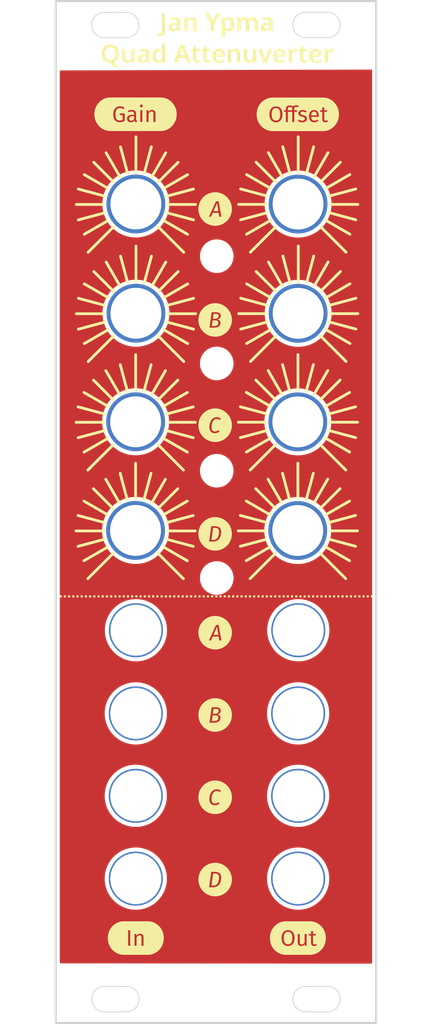
<source format=kicad_pcb>
(kicad_pcb (version 20211014) (generator pcbnew)
  (layers (0 "F.Cu" signal) (31 "B.Cu" signal) (34 "B.Paste" user) (35 "F.Paste" user) (36 "B.SilkS" user "B.Silkscreen") (37 "F.SilkS" user "F.Silkscreen") (38 "B.Mask" user) (39 "F.Mask" user) (44 "Edge.Cuts" user))
  (net 0 "")
  (footprint "Library:MountingHole_7.2mm_Pad_TopBottom" (layer "F.Cu") (at 91.737943 79.264578)
    (fp_text reference "GND" hide)
    (fp_text value "MountingHole_7.2mm_Pad_TopBottom")
    (pad "1" connect circle (at 0 0) (size 7.4 7.4) (layers "F.Cu" "F.Mask"))
    (pad "1" connect circle (at 0 0) (size 7.4 7.4) (layers "B.Cu" "B.Mask"))
    (pad "1" thru_hole circle (at 0 0) (size 7.2 7.2) (drill 6.4) (layers *.Cu *.Mask))
  )
  (footprint "Library:MountingHole_6.4mm_M6_MiniPad_TopBottom" (layer "F.Cu") (at 71.317943 129.574578)
    (fp_text reference "REF**" hide)
    (fp_text value "MountingHole_6.4mm_M6_MiniPad_TopBottom")
    (pad "1" connect circle (at 0 0) (size 6.4 6.4) (layers "F.Cu" "F.Mask"))
    (pad "1" thru_hole circle (at 0 0) (size 6.8 6.8) (drill 6.4) (layers *.Cu *.Mask))
    (pad "1" connect circle (at 0 0) (size 6.4 6.4) (layers "B.Cu" "B.Mask"))
  )
  (footprint "MountingHole:MountingHole_3.2mm_M3" (layer "F.Cu") (at 81.5 112.55)
    (fp_text reference "REF**" hide)
    (fp_text value "MountingHole_3.2mm_M3")
    (pad "" np_thru_hole circle (at 0 0) (size 3.2 3.2) (drill 3.2) (layers *.Cu *.Mask))
  )
  (footprint "Library:MountingHole_6.4mm_M6_MiniPad_TopBottom" (layer "F.Cu") (at 91.737943 129.574578)
    (fp_text reference "REF**" hide)
    (fp_text value "MountingHole_6.4mm_M6_MiniPad_TopBottom")
    (pad "1" thru_hole circle (at 0 0) (size 6.8 6.8) (drill 6.4) (layers *.Cu *.Mask))
    (pad "1" connect circle (at 0 0) (size 6.4 6.4) (layers "F.Cu" "F.Mask"))
    (pad "1" connect circle (at 0 0) (size 6.4 6.4) (layers "B.Cu" "B.Mask"))
  )
  (footprint "Library:MountingHole_6.4mm_M6_MiniPad_TopBottom" (layer "F.Cu") (at 91.737943 150.344578)
    (fp_text reference "REF**" hide)
    (fp_text value "MountingHole_6.4mm_M6_MiniPad_TopBottom")
    (pad "1" connect circle (at 0 0) (size 6.4 6.4) (layers "B.Cu" "B.Mask"))
    (pad "1" thru_hole circle (at 0 0) (size 6.8 6.8) (drill 6.4) (layers *.Cu *.Mask))
    (pad "1" connect circle (at 0 0) (size 6.4 6.4) (layers "F.Cu" "F.Mask"))
  )
  (footprint "Library:MountingHole_6.4mm_M6_MiniPad_TopBottom" (layer "F.Cu") (at 71.337943 119.114578)
    (fp_text reference "REF**" hide)
    (fp_text value "MountingHole_6.4mm_M6_MiniPad_TopBottom")
    (pad "1" thru_hole circle (at 0 0) (size 6.8 6.8) (drill 6.4) (layers *.Cu *.Mask))
    (pad "1" connect circle (at 0 0) (size 6.4 6.4) (layers "B.Cu" "B.Mask"))
    (pad "1" connect circle (at 0 0) (size 6.4 6.4) (layers "F.Cu" "F.Mask"))
  )
  (footprint "Library:MountingHole_7.2mm_Pad_TopBottom" (layer "F.Cu") (at 91.687943 106.574578)
    (fp_text reference "GND" hide)
    (fp_text value "MountingHole_7.2mm_Pad_TopBottom")
    (pad "1" connect circle (at 0 0) (size 7.4 7.4) (layers "F.Cu" "F.Mask"))
    (pad "1" connect circle (at 0 0) (size 7.4 7.4) (layers "B.Cu" "B.Mask"))
    (pad "1" thru_hole circle (at 0 0) (size 7.2 7.2) (drill 6.4) (layers *.Cu *.Mask))
  )
  (footprint "MountingHole:MountingHole_3.2mm_M3" (layer "F.Cu") (at 81.5 99.06)
    (fp_text reference "REF**" hide)
    (fp_text value "MountingHole_3.2mm_M3")
    (pad "" np_thru_hole circle (at 0 0) (size 3.2 3.2) (drill 3.2) (layers *.Cu *.Mask))
  )
  (footprint "MountingHole:MountingHole_3.2mm_M3" (layer "F.Cu") (at 81.5 72.08)
    (fp_text reference "REF**" hide)
    (fp_text value "MountingHole_3.2mm_M3")
    (pad "" np_thru_hole circle (at 0 0) (size 3.2 3.2) (drill 3.2) (layers *.Cu *.Mask))
  )
  (footprint "Library:MountingHole_7.2mm_Pad_TopBottom" (layer "F.Cu") (at 91.727943 65.524578)
    (fp_text reference "GND" hide)
    (fp_text value "MountingHole_7.2mm_Pad_TopBottom")
    (pad "1" connect circle (at 0 0) (size 7.4 7.4) (layers "F.Cu" "F.Mask"))
    (pad "1" connect circle (at 0 0) (size 7.4 7.4) (layers "B.Cu" "B.Mask"))
    (pad "1" thru_hole circle (at 0 0) (size 7.2 7.2) (drill 6.4) (layers *.Cu *.Mask))
  )
  (footprint "Library:MountingHole_6.4mm_M6_MiniPad_TopBottom" (layer "F.Cu") (at 91.757943 119.114578)
    (fp_text reference "REF**" hide)
    (fp_text value "MountingHole_6.4mm_M6_MiniPad_TopBottom")
    (pad "1" connect circle (at 0 0) (size 6.4 6.4) (layers "B.Cu" "B.Mask"))
    (pad "1" thru_hole circle (at 0 0) (size 6.8 6.8) (drill 6.4) (layers *.Cu *.Mask))
    (pad "1" connect circle (at 0 0) (size 6.4 6.4) (layers "F.Cu" "F.Mask"))
  )
  (footprint "Library:MountingHole_7.2mm_Pad_TopBottom" (layer "F.Cu") (at 71.287943 106.564578)
    (fp_text reference "GND" hide)
    (fp_text value "MountingHole_7.2mm_Pad_TopBottom")
    (pad "1" thru_hole circle (at 0 0) (size 7.2 7.2) (drill 6.4) (layers *.Cu *.Mask))
    (pad "1" connect circle (at 0 0) (size 7.4 7.4) (layers "F.Cu" "F.Mask"))
    (pad "1" connect circle (at 0 0) (size 7.4 7.4) (layers "B.Cu" "B.Mask"))
  )
  (footprint "Library:MountingHole_6.4mm_M6_MiniPad_TopBottom" (layer "F.Cu") (at 71.317943 139.934578)
    (fp_text reference "REF**" hide)
    (fp_text value "MountingHole_6.4mm_M6_MiniPad_TopBottom")
    (pad "1" thru_hole circle (at 0 0) (size 6.8 6.8) (drill 6.4) (layers *.Cu *.Mask))
    (pad "1" connect circle (at 0 0) (size 6.4 6.4) (layers "B.Cu" "B.Mask"))
    (pad "1" connect circle (at 0 0) (size 6.4 6.4) (layers "F.Cu" "F.Mask"))
  )
  (footprint "Library:MountingHole_7.2mm_Pad_TopBottom" (layer "F.Cu") (at 71.327943 65.514578)
    (fp_text reference "GND" hide)
    (fp_text value "MountingHole_7.2mm_Pad_TopBottom")
    (pad "1" connect circle (at 0 0) (size 7.4 7.4) (layers "F.Cu" "F.Mask"))
    (pad "1" connect circle (at 0 0) (size 7.4 7.4) (layers "B.Cu" "B.Mask"))
    (pad "1" thru_hole circle (at 0 0) (size 7.2 7.2) (drill 6.4) (layers *.Cu *.Mask))
  )
  (footprint "Library:MountingHole_7.2mm_Pad_TopBottom" (layer "F.Cu") (at 71.337943 79.254578)
    (fp_text reference "GND" hide)
    (fp_text value "MountingHole_7.2mm_Pad_TopBottom")
    (pad "1" thru_hole circle (at 0 0) (size 7.2 7.2) (drill 6.4) (layers *.Cu *.Mask))
    (pad "1" connect circle (at 0 0) (size 7.4 7.4) (layers "B.Cu" "B.Mask"))
    (pad "1" connect circle (at 0 0) (size 7.4 7.4) (layers "F.Cu" "F.Mask"))
  )
  (footprint "Library:MountingHole_6.4mm_M6_MiniPad_TopBottom" (layer "F.Cu") (at 91.737943 139.934578)
    (fp_text reference "REF**" hide)
    (fp_text value "MountingHole_6.4mm_M6_MiniPad_TopBottom")
    (pad "1" connect circle (at 0 0) (size 6.4 6.4) (layers "B.Cu" "B.Mask"))
    (pad "1" connect circle (at 0 0) (size 6.4 6.4) (layers "F.Cu" "F.Mask"))
    (pad "1" thru_hole circle (at 0 0) (size 6.8 6.8) (drill 6.4) (layers *.Cu *.Mask))
  )
  (footprint "Library:MountingHole_7.2mm_Pad_TopBottom" (layer "F.Cu") (at 91.697943 92.914578)
    (fp_text reference "GND" hide)
    (fp_text value "MountingHole_7.2mm_Pad_TopBottom")
    (pad "1" thru_hole circle (at 0 0) (size 7.2 7.2) (drill 6.4) (layers *.Cu *.Mask))
    (pad "1" connect circle (at 0 0) (size 7.4 7.4) (layers "B.Cu" "B.Mask"))
    (pad "1" connect circle (at 0 0) (size 7.4 7.4) (layers "F.Cu" "F.Mask"))
  )
  (footprint "Library:MountingHole_6.4mm_M6_MiniPad_TopBottom" (layer "F.Cu") (at 71.317943 150.344578)
    (fp_text reference "REF**" hide)
    (fp_text value "MountingHole_6.4mm_M6_MiniPad_TopBottom")
    (pad "1" connect circle (at 0 0) (size 6.4 6.4) (layers "B.Cu" "B.Mask"))
    (pad "1" connect circle (at 0 0) (size 6.4 6.4) (layers "F.Cu" "F.Mask"))
    (pad "1" thru_hole circle (at 0 0) (size 6.8 6.8) (drill 6.4) (layers *.Cu *.Mask))
  )
  (footprint "MountingHole:MountingHole_3.2mm_M3" (layer "F.Cu") (at 81.5 85.57)
    (fp_text reference "REF**" hide)
    (fp_text value "MountingHole_3.2mm_M3")
    (pad "" np_thru_hole circle (at 0 0) (size 3.2 3.2) (drill 3.2) (layers *.Cu *.Mask))
  )
  (footprint "Library:MountingHole_7.2mm_Pad_TopBottom" (layer "F.Cu") (at 71.297943 92.904578)
    (fp_text reference "GND" hide)
    (fp_text value "MountingHole_7.2mm_Pad_TopBottom")
    (pad "1" connect circle (at 0 0) (size 7.4 7.4) (layers "B.Cu" "B.Mask"))
    (pad "1" thru_hole circle (at 0 0) (size 7.2 7.2) (drill 6.4) (layers *.Cu *.Mask))
    (pad "1" connect circle (at 0 0) (size 7.4 7.4) (layers "F.Cu" "F.Mask"))
  )
  (gr_poly (pts (xy 81.407675 148.357066) (xy 81.514799 148.365221) (xy 81.620364 148.378645) (xy 81.72424 148.397204) (xy 81.826293 148.420765) (xy 81.92639 148.449197) (xy 82.024399 148.482368) (xy 82.120188 148.520143) (xy 82.213625 148.562391) (xy 82.304575 148.60898) (xy 82.392908 148.659776) (xy 82.47849 148.714647) (xy 82.56119 148.773461) (xy 82.640874 148.836085) (xy 82.71741 148.902387) (xy 82.790665 148.972234) (xy 82.860507 149.045493) (xy 82.926804 149.122032) (xy 82.989423 149.201718) (xy 83.048231 149.284419) (xy 83.103096 149.370003) (xy 83.153885 149.458336) (xy 83.200466 149.549286) (xy 83.242707 149.642721) (xy 83.280474 149.738508) (xy 83.313636 149.836514) (xy 83.342059 149.936607) (xy 83.365612 150.038655) (xy 83.384161 150.142525) (xy 83.397575 150.248084) (xy 83.40572 150.3552) (xy 83.408465 150.46374) (xy 83.405893 150.568358) (xy 83.398182 150.672267) (xy 83.385404 150.775293) (xy 83.367631 150.877264) (xy 83.344935 150.978007) (xy 83.317386 151.077349) (xy 83.285056 151.175116) (xy 83.248018 151.271136) (xy 83.206342 151.365236) (xy 83.160101 151.457243) (xy 83.109366 151.546984) (xy 83.054208 151.634286) (xy 82.994699 151.718976) (xy 82.930911 151.800882) (xy 82.862915 151.879829) (xy 82.790783 151.955646) (xy 82.714984 152.027795) (xy 82.636053 152.09581) (xy 82.554165 152.159618) (xy 82.469493 152.219147) (xy 82.38221 152.274326) (xy 82.292491 152.325083) (xy 82.200508 152.371347) (xy 82.106436 152.413046) (xy 82.010448 152.450108) (xy 81.912717 152.482462) (xy 81.813417 152.510035) (xy 81.712722 152.532757) (xy 81.610805 152.550556) (xy 81.50784 152.563359) (xy 81.404 152.571096) (xy 81.29946 152.573695) (xy 81.194826 152.571143) (xy 81.090901 152.56345) (xy 80.987857 152.550688) (xy 80.885868 152.53293) (xy 80.785106 152.510246) (xy 80.685746 152.482708) (xy 80.587959 152.450388) (xy 80.491919 152.413358) (xy 80.397798 152.371688) (xy 80.305771 152.325451) (xy 80.21601 152.274719) (xy 80.128688 152.219562) (xy 80.043978 152.160053) (xy 79.962053 152.096263) (xy 79.883086 152.028263) (xy 79.807251 151.956126) (xy 79.735083 151.880321) (xy 79.667052 151.801383) (xy 79.603229 151.719483) (xy 79.543685 151.634794) (xy 79.488493 151.547488) (xy 79.437724 151.457739) (xy 79.426942 151.436297) (xy 80.538355 151.436297) (xy 81.006544 151.436297) (xy 81.051892 151.435657) (xy 81.09621 151.433735) (xy 81.1395 151.430532) (xy 81.181758 151.426048) (xy 81.222985 151.420285) (xy 81.263178 151.413241) (xy 81.302338 151.404918) (xy 81.340462 151.395315) (xy 81.37755 151.384434) (xy 81.413601 151.372273) (xy 81.448613 151.358835) (xy 81.482586 151.344118) (xy 81.515518 151.328124) (xy 81.547407 151.310853) (xy 81.578254 151.292304) (xy 81.608057 151.272479) (xy 81.637182 151.251246) (xy 81.665289 151.229175) (xy 81.69238 151.206266) (xy 81.718454 151.182519) (xy 81.743513 151.157934) (xy 81.767556 151.13251) (xy 81.790583 151.106249) (xy 81.812596 151.07915) (xy 81.833595 151.051213) (xy 81.85358 151.022438) (xy 81.872552 150.992825) (xy 81.89051 150.962375) (xy 81.907456 150.931086) (xy 81.92339 150.89896) (xy 81.938312 150.865996) (xy 81.952223 150.832194) (xy 81.965207 150.797754) (xy 81.977347 150.76287) (xy 81.988644 150.727542) (xy 81.9991 150.69177) (xy 82.008714 150.655556) (xy 82.017488 150.618899) (xy 82.025423 150.5818) (xy 82.032519 150.54426) (xy 82.038778 150.506279) (xy 82.044199 150.467857) (xy 82.048784 150.428995) (xy 82.052533 150.389693) (xy 82.055448 150.349952) (xy 82.057529 150.309772) (xy 82.059193 150.228099) (xy 82.058294 150.176903) (xy 82.055595 150.127737) (xy 82.051097 150.0806) (xy 82.044796 150.035493) (xy 82.036693 149.992415) (xy 82.026785 149.951365) (xy 82.015072 149.912345) (xy 82.008538 149.893595) (xy 82.001552 149.875353) (xy 81.994114 149.857618) (xy 81.986224 149.840389) (xy 81.977882 149.823668) (xy 81.969087 149.807454) (xy 81.95984 149.791747) (xy 81.950139 149.776547) (xy 81.939986 149.761853) (xy 81.92938 149.747667) (xy 81.91832 149.733987) (xy 81.906808 149.720815) (xy 81.894841 149.708149) (xy 81.882421 149.69599) (xy 81.869547 149.684338) (xy 81.856219 149.673193) (xy 81.842436 149.662555) (xy 81.8282 149.652423) (xy 81.798666 149.632944) (xy 81.767919 149.614726) (xy 81.735961 149.597767) (xy 81.70279 149.582067) (xy 81.668406 149.567626) (xy 81.63281 149.554442) (xy 81.596001 149.542517) (xy 81.55798 149.531849) (xy 81.518746 149.522437) (xy 81.478299 149.514282) (xy 81.43664 149.507383) (xy 81.393767 149.50174) (xy 81.349682 149.497351) (xy 81.304384 149.494216) (xy 81.257872 149.492336) (xy 81.210148 149.49171) (xy 80.811724 149.49171) (xy 80.538355 151.436297) (xy 79.426942 151.436297) (xy 79.391451 151.365718) (xy 79.349743 151.271597) (xy 79.312674 151.175549) (xy 79.280315 151.077747) (xy 79.252737 150.978362) (xy 79.230013 150.877568) (xy 79.212214 150.775536) (xy 79.199411 150.672439) (xy 79.191677 150.56845) (xy 79.189083 150.46374) (xy 79.191681 150.359125) (xy 79.199417 150.255221) (xy 79.21222 150.152199) (xy 79.230018 150.050234) (xy 79.25274 149.949497) (xy 79.280313 149.850163) (xy 79.312667 149.752404) (xy 79.349729 149.656393) (xy 79.391428 149.562303) (xy 79.437692 149.470307) (xy 79.48845 149.380578) (xy 79.543629 149.29329) (xy 79.603159 149.208614) (xy 79.666967 149.126724) (xy 79.734982 149.047794) (xy 79.807133 148.971995) (xy 79.88295 148.899863) (xy 79.961898 148.831867) (xy 80.043803 148.768079) (xy 80.128494 148.70857) (xy 80.215796 148.653411) (xy 80.305537 148.602676) (xy 80.397544 148.556434) (xy 80.491644 148.514758) (xy 80.587664 148.47772) (xy 80.685431 148.44539) (xy 80.784772 148.417841) (xy 80.885514 148.395144) (xy 80.987484 148.377372) (xy 81.090509 148.364594) (xy 81.194416 148.356884) (xy 81.299032 148.354312) (xy 81.299126 148.354312)) (layer "F.SilkS") (width 0) (fill solid))
  (gr_poly (pts (xy 63.590002 114.99) (xy 63.325418 114.99) (xy 63.325418 114.725413) (xy 63.590002 114.725413)) (layer "F.SilkS") (width 0) (fill solid))
  (gr_line (start 77.78981 102.87727) (end 74.758743 104.627045) (layer "F.SilkS") (width 0.352777))
  (gr_line (start 64.83958 61.82727) (end 67.870646 63.577045) (layer "F.SilkS") (width 0.352777))
  (gr_line (start 95.468579 86.462023) (end 93.718804 89.49309) (layer "F.SilkS") (width 0.352777))
  (gr_line (start 66.001404 87.663853) (end 68.47614 90.138939) (layer "F.SilkS") (width 0.352777))
  (gr_poly (pts (xy 76.29 114.99) (xy 76.025417 114.99) (xy 76.025417 114.725413) (xy 76.29 114.725413)) (layer "F.SilkS") (width 0) (fill solid))
  (gr_poly (pts (xy 79.994167 114.99) (xy 79.729583 114.99) (xy 79.729583 114.725413) (xy 79.994167 114.725413)) (layer "F.SilkS") (width 0) (fill solid))
  (gr_line (start 95.61228 66.602659) (end 98.993304 67.508238) (layer "F.SilkS") (width 0.352777))
  (gr_poly (pts (xy 81.699524 119.691127) (xy 81.095427 119.691127) (xy 81.541395 118.675166)) (layer "F.SilkS") (width 0) (fill solid))
  (gr_poly (pts (xy 64.119168 114.99) (xy 63.854585 114.99) (xy 63.854585 114.725413) (xy 64.119168 114.725413)) (layer "F.SilkS") (width 0) (fill solid))
  (gr_line (start 91.758591 70.807148) (end 91.758591 75.307178) (layer "F.SilkS") (width 0.352777))
  (gr_poly (pts (xy 66.235835 114.99) (xy 65.971251 114.99) (xy 65.971251 114.725413) (xy 66.235835 114.725413)) (layer "F.SilkS") (width 0) (fill solid))
  (gr_line (start 85.213563 102.86727) (end 88.24463 104.617045) (layer "F.SilkS") (width 0.352777))
  (gr_line (start 64.79958 102.87727) (end 67.830646 104.627045) (layer "F.SilkS") (width 0.352777))
  (gr_poly (pts (xy 80.523334 114.99) (xy 80.25875 114.99) (xy 80.25875 114.725413) (xy 80.523334 114.725413)) (layer "F.SilkS") (width 0) (fill solid))
  (gr_line (start 84.504263 63.626096) (end 87.884934 64.532026) (layer "F.SilkS") (width 0.352777))
  (gr_line (start 91.718591 84.457148) (end 91.718591 88.957178) (layer "F.SilkS") (width 0.352777))
  (gr_line (start 95.172973 108.617297) (end 98.204036 110.367426) (layer "F.SilkS") (width 0.352777))
  (gr_line (start 73.245731 85.722725) (end 72.34015 89.10339) (layer "F.SilkS") (width 0.352777))
  (gr_poly (pts (xy 81.329365 80.158411) (xy 81.35223 80.159254) (xy 81.374347 80.160659) (xy 81.395714 80.162626) (xy 81.416333 80.165156) (xy 81.436202 80.168247) (xy 81.455322 80.171901) (xy 81.473693 80.176116) (xy 81.491315 80.180894) (xy 81.508187 80.186234) (xy 81.524311 80.192136) (xy 81.539684 80.198601) (xy 81.554308 80.205627) (xy 81.568183 80.213216) (xy 81.581308 80.221367) (xy 81.593684 80.23008) (xy 81.605309 80.239355) (xy 81.616185 80.249193) (xy 81.626312 80.259593) (xy 81.635688 80.270555) (xy 81.644315 80.282079) (xy 81.652192 80.294166) (xy 81.659319 80.306815) (xy 81.665696 80.320026) (xy 81.671322 80.3338) (xy 81.676199 80.348136) (xy 81.680326 80.363034) (xy 81.683702 80.378494) (xy 81.686328 80.394517) (xy 81.688204 80.411102) (xy 81.68933 80.42825) (xy 81.689705 80.44596) (xy 81.689222 80.469973) (xy 81.687772 80.493327) (xy 81.685354 80.51602) (xy 81.681969 80.538053) (xy 81.677615 80.559426) (xy 81.672292 80.580137) (xy 81.666001 80.600188) (xy 81.658739 80.619578) (xy 81.650507 80.638306) (xy 81.641305 80.656372) (xy 81.631132 80.673777) (xy 81.619987 80.690519) (xy 81.60787 80.706599) (xy 81.59478 80.722016) (xy 81.580718 80.73677) (xy 81.565682 80.750861) (xy 81.549786 80.763845) (xy 81.532436 80.775985) (xy 81.513632 80.787283) (xy 81.493374 80.797738) (xy 81.471661 80.807353) (xy 81.448493 80.816127) (xy 81.423871 80.824061) (xy 81.397793 80.831157) (xy 81.37026 80.837415) (xy 81.341272 80.842836) (xy 81.310828 80.847421) (xy 81.278929 80.85117) (xy 81.245573 80.854084) (xy 81.210761 80.856165) (xy 81.174493 80.857413) (xy 81.136769 80.857829) (xy 80.885103 80.857829) (xy 80.984322 80.15813) (xy 81.30575 80.15813)) (layer "F.SilkS") (width 0) (fill solid))
  (gr_line (start 68.466176 109.455475) (end 65.28412 112.637879) (layer "F.SilkS") (width 0.352777))
  (gr_line (start 64.84958 75.56727) (end 67.880646 77.317045) (layer "F.SilkS") (width 0.352777))
  (gr_poly (pts (xy 81.052501 114.99) (xy 80.787917 114.99) (xy 80.787917 114.725413) (xy 81.052501 114.725413)) (layer "F.SilkS") (width 0) (fill solid))
  (gr_line (start 94.537021 109.445475) (end 97.719428 112.627879) (layer "F.SilkS") (width 0.352777))
  (gr_poly (pts (xy 70.998334 114.99) (xy 70.733751 114.99) (xy 70.733751 114.725413) (xy 70.998334 114.725413)) (layer "F.SilkS") (width 0) (fill solid))
  (gr_line (start 97.02197 87.653853) (end 94.54688 90.128939) (layer "F.SilkS") (width 0.352777))
  (gr_line (start 87.998598 59.072023) (end 89.74873 62.10309) (layer "F.SilkS") (width 0.352777))
  (gr_line (start 93.649925 99.372725) (end 92.743993 102.75339) (layer "F.SilkS") (width 0.352777))
  (gr_poly (pts (xy 81.407675 104.890124) (xy 81.514798 104.898278) (xy 81.620364 104.911701) (xy 81.724239 104.930259) (xy 81.826292 104.95382) (xy 81.926389 104.982252) (xy 82.024399 105.015422) (xy 82.120188 105.053197) (xy 82.213624 105.095445) (xy 82.304575 105.142033) (xy 82.392907 105.192829) (xy 82.47849 105.2477) (xy 82.561189 105.306514) (xy 82.640873 105.369138) (xy 82.717409 105.43544) (xy 82.790664 105.505286) (xy 82.860507 105.578545) (xy 82.926803 105.655084) (xy 82.989422 105.734771) (xy 83.04823 105.817472) (xy 83.103095 105.903056) (xy 83.153885 105.991389) (xy 83.200466 106.082339) (xy 83.242706 106.175775) (xy 83.280474 106.271562) (xy 83.313635 106.369569) (xy 83.342059 106.469663) (xy 83.365612 106.571711) (xy 83.384161 106.675581) (xy 83.397575 106.781141) (xy 83.40572 106.888258) (xy 83.408465 106.996799) (xy 83.405893 107.101415) (xy 83.398182 107.205323) (xy 83.385404 107.308348) (xy 83.367631 107.410318) (xy 83.344934 107.51106) (xy 83.317385 107.610401) (xy 83.285056 107.708169) (xy 83.248017 107.804189) (xy 83.206341 107.898289) (xy 83.1601 107.990296) (xy 83.109364 108.080038) (xy 83.054206 108.16734) (xy 82.994697 108.252031) (xy 82.930909 108.333937) (xy 82.862913 108.412886) (xy 82.790781 108.488704) (xy 82.714982 108.560853) (xy 82.636052 108.628868) (xy 82.554164 108.692676) (xy 82.469492 108.752205) (xy 82.38221 108.807384) (xy 82.29249 108.858141) (xy 82.200508 108.904405) (xy 82.106436 108.946104) (xy 82.010447 108.983166) (xy 81.912716 109.01552) (xy 81.813416 109.043093) (xy 81.712721 109.065815) (xy 81.610804 109.083614) (xy 81.507839 109.096417) (xy 81.403999 109.104155) (xy 81.299458 109.106753) (xy 81.194824 109.104201) (xy 81.090899 109.096508) (xy 80.987855 109.083747) (xy 80.885866 109.065988) (xy 80.785105 109.043304) (xy 80.685744 109.015766) (xy 80.587957 108.983446) (xy 80.491917 108.946416) (xy 80.397797 108.904746) (xy 80.30577 108.85851) (xy 80.216008 108.807777) (xy 80.128686 108.75262) (xy 80.043977 108.693111) (xy 79.962052 108.629321) (xy 79.883086 108.561321) (xy 79.807251 108.489184) (xy 79.735083 108.413378) (xy 79.667052 108.334438) (xy 79.603229 108.252537) (xy 79.543685 108.167847) (xy 79.488493 108.08054) (xy 79.437724 107.99079) (xy 79.426946 107.969356) (xy 80.538355 107.969356) (xy 81.006544 107.969356) (xy 81.051892 107.968715) (xy 81.09621 107.966792) (xy 81.1395 107.963589) (xy 81.181758 107.959104) (xy 81.222985 107.95334) (xy 81.263178 107.946295) (xy 81.302338 107.937971) (xy 81.340462 107.928368) (xy 81.37755 107.917485) (xy 81.413601 107.905325) (xy 81.448613 107.891886) (xy 81.482586 107.87717) (xy 81.515518 107.861177) (xy 81.547407 107.843907) (xy 81.578254 107.82536) (xy 81.608057 107.805537) (xy 81.637182 107.784304) (xy 81.665289 107.762233) (xy 81.69238 107.739323) (xy 81.718454 107.715576) (xy 81.743513 107.69099) (xy 81.767556 107.665566) (xy 81.790583 107.639305) (xy 81.812596 107.612205) (xy 81.833595 107.584268) (xy 81.85358 107.555493) (xy 81.872552 107.52588) (xy 81.89051 107.49543) (xy 81.907456 107.464142) (xy 81.92339 107.432016) (xy 81.938312 107.399053) (xy 81.952223 107.365252) (xy 81.965207 107.330811) (xy 81.977347 107.295926) (xy 81.988644 107.260597) (xy 81.9991 107.224825) (xy 82.008714 107.18861) (xy 82.017488 107.151953) (xy 82.025423 107.114855) (xy 82.032519 107.077314) (xy 82.038778 107.039333) (xy 82.044199 107.000911) (xy 82.048784 106.962049) (xy 82.052533 106.922747) (xy 82.055448 106.883006) (xy 82.057529 106.842825) (xy 82.059193 106.761149) (xy 82.058294 106.709953) (xy 82.055595 106.660787) (xy 82.051097 106.613651) (xy 82.044796 106.568543) (xy 82.036693 106.525465) (xy 82.026785 106.484416) (xy 82.015072 106.445396) (xy 82.008538 106.426647) (xy 82.001552 106.408404) (xy 81.994114 106.390669) (xy 81.986224 106.373441) (xy 81.977882 106.35672) (xy 81.969087 106.340506) (xy 81.95984 106.324799) (xy 81.950139 106.3096) (xy 81.939986 106.294907) (xy 81.92938 106.280721) (xy 81.91832 106.267042) (xy 81.906808 106.25387) (xy 81.894841 106.241204) (xy 81.882421 106.229046) (xy 81.869547 106.217395) (xy 81.856219 106.20625) (xy 81.842436 106.195612) (xy 81.8282 106.185481) (xy 81.798666 106.166002) (xy 81.767919 106.147784) (xy 81.735961 106.130825) (xy 81.70279 106.115125) (xy 81.668406 106.100684) (xy 81.63281 106.087501) (xy 81.596001 106.075575) (xy 81.55798 106.064907) (xy 81.518746 106.055496) (xy 81.478299 106.047341) (xy 81.43664 106.040441) (xy 81.393767 106.034798) (xy 81.349682 106.030409) (xy 81.304384 106.027275) (xy 81.257872 106.025394) (xy 81.210148 106.024768) (xy 80.811724 106.024768) (xy 80.538355 107.969356) (xy 79.426946 107.969356) (xy 79.391451 107.898768) (xy 79.349743 107.804646) (xy 79.312674 107.708599) (xy 79.280315 107.610796) (xy 79.252737 107.511412) (xy 79.230013 107.410619) (xy 79.212214 107.308588) (xy 79.199411 107.205493) (xy 79.191677 107.101506) (xy 79.189083 106.996799) (xy 79.191681 106.892184) (xy 79.199417 106.788279) (xy 79.21222 106.685257) (xy 79.230018 106.583292) (xy 79.25274 106.482555) (xy 79.280313 106.383221) (xy 79.312666 106.285462) (xy 79.349728 106.189451) (xy 79.391427 106.095361) (xy 79.437691 106.003365) (xy 79.488448 105.913637) (xy 79.543628 105.826348) (xy 79.603157 105.741672) (xy 79.666965 105.659783) (xy 79.734981 105.580852) (xy 79.807131 105.505053) (xy 79.882948 105.432921) (xy 79.961896 105.364925) (xy 80.043802 105.301137) (xy 80.128492 105.241628) (xy 80.215795 105.186469) (xy 80.305536 105.135734) (xy 80.397543 105.089492) (xy 80.491643 105.047816) (xy 80.587663 105.010778) (xy 80.68543 104.978448) (xy 80.784771 104.950899) (xy 80.885513 104.928203) (xy 80.987483 104.91043) (xy 81.090508 104.897652) (xy 81.194416 104.889942) (xy 81.299032 104.88737) (xy 81.299126 104.88737)) (layer "F.SilkS") (width 0) (fill solid))
  (gr_line (start 97.06197 74.003853) (end 94.58688 76.478939) (layer "F.SilkS") (width 0.352777))
  (gr_line (start 84.474263 91.016096) (end 87.854934 91.922026) (layer "F.SilkS") (width 0.352777))
  (gr_line (start 87.758833 79.307083) (end 84.258925 79.307083) (layer "F.SilkS") (width 0.352777))
  (gr_poly (pts (xy 92.39052 46.031167) (xy 92.879473 46.031167) (xy 92.879473 46.332791) (xy 92.39052 46.332791) (xy 92.39052 47.224967) (xy 92.390768 47.239812) (xy 92.391512 47.254187) (xy 92.392753 47.26809) (xy 92.394489 47.281521) (xy 92.396722 47.294482) (xy 92.39945 47.306971) (xy 92.402675 47.318989) (xy 92.406396 47.330535) (xy 92.410613 47.34161) (xy 92.415326 47.352214) (xy 92.420535 47.362347) (xy 92.42624 47.372009) (xy 92.432441 47.381199) (xy 92.439139 47.389917) (xy 92.446332 47.398165) (xy 92.454022 47.405941) (xy 92.462108 47.412862) (xy 92.470491 47.419336) (xy 92.479173 47.425363) (xy 92.488152 47.430944) (xy 92.497429 47.436079) (xy 92.507003 47.440767) (xy 92.516876 47.445009) (xy 92.527046 47.448804) (xy 92.537513 47.452152) (xy 92.548278 47.455054) (xy 92.559341 47.45751) (xy 92.570702 47.459519) (xy 92.58236 47.461082) (xy 92.594316 47.462198) (xy 92.606569 47.462868) (xy 92.61912 47.463091) (xy 92.619123 47.463092) (xy 92.63733 47.462893) (xy 92.655437 47.462298) (xy 92.673446 47.461306) (xy 92.691354 47.459917) (xy 92.709164 47.458131) (xy 92.726874 47.455948) (xy 92.744485 47.453368) (xy 92.761997 47.450391) (xy 92.797717 47.442256) (xy 92.814981 47.438039) (xy 92.831848 47.433723) (xy 92.848318 47.429308) (xy 92.864391 47.424793) (xy 92.880067 47.420179) (xy 92.895346 47.415466) (xy 92.895346 47.713917) (xy 92.878876 47.720911) (xy 92.861216 47.727609) (xy 92.842364 47.734008) (xy 92.822323 47.74011) (xy 92.80109 47.745915) (xy 92.778667 47.751421) (xy 92.755052 47.75663) (xy 92.730248 47.761542) (xy 92.704699 47.766751) (xy 92.678853 47.771265) (xy 92.652709 47.775085) (xy 92.626267 47.77821) (xy 92.599528 47.780641) (xy 92.57249 47.782377) (xy 92.545155 47.783419) (xy 92.517523 47.783766) (xy 92.499366 47.78358) (xy 92.481407 47.783022) (xy 92.463646 47.782092) (xy 92.446085 47.78079) (xy 92.428721 47.779116) (xy 92.411556 47.777069) (xy 92.39459 47.774651) (xy 92.377822 47.77186) (xy 92.361252 47.768698) (xy 92.344881 47.765163) (xy 92.328709 47.761256) (xy 92.312734 47.756977) (xy 92.296959 47.752327) (xy 92.281381 47.747304) (xy 92.266003 47.741909) (xy 92.250822 47.736141) (xy 92.235939 47.729519) (xy 92.221454 47.72235) (xy 92.207365 47.714636) (xy 92.193672 47.706376) (xy 92.180377 47.69757) (xy 92.167479 47.688219) (xy 92.154977 47.678322) (xy 92.142873 47.667879) (xy 92.131165 47.656891) (xy 92.119854 47.645357) (xy 92.10894 47.633277) (xy 92.098423 47.620651) (xy 92.088302 47.60748) (xy 92.078579 47.593763) (xy 92.069252 47.5795) (xy 92.060322 47.564692) (xy 92.051863 47.549238) (xy 92.04395 47.533041) (xy 92.036583 47.516099) (xy 92.029762 47.498414) (xy 92.023487 47.479984) (xy 92.017757 47.46081) (xy 92.012573 47.440891) (xy 92.007934 47.420229) (xy 92.003842 47.398823) (xy 92.000295 47.376672) (xy 91.997294 47.353777) (xy 91.994838 47.330138) (xy 91.992928 47.305755) (xy 91.991564 47.280628) (xy 91.990746 47.254757) (xy 91.990473 47.228142) (xy 91.990473 46.332791) (xy 91.758696 46.332791) (xy 91.758696 46.158167) (xy 92.012697 46.018466) (xy 92.139696 45.653342) (xy 92.39052 45.653342)) (layer "F.SilkS") (width 0) (fill solid))
  (gr_poly (pts (xy 97.456664 114.99) (xy 97.192081 114.99) (xy 97.192081 114.725413) (xy 97.456664 114.725413)) (layer "F.SilkS") (width 0) (fill solid))
  (gr_poly (pts (xy 93.976263 46.000223) (xy 94.01781 46.002642) (xy 94.058217 46.006672) (xy 94.097482 46.012315) (xy 94.135607 46.019571) (xy 94.172591 46.028438) (xy 94.208434 46.038918) (xy 94.243136 46.051011) (xy 94.276696 46.064715) (xy 94.309116 46.080032) (xy 94.340395 46.096961) (xy 94.370532 46.115503) (xy 94.399529 46.135656) (xy 94.427384 46.157423) (xy 94.454098 46.180801) (xy 94.479672 46.205792) (xy 94.504278 46.232221) (xy 94.527297 46.259915) (xy 94.548728 46.288875) (xy 94.568572 46.319099) (xy 94.586828 46.350589) (xy 94.603497 46.383343) (xy 94.618579 46.417363) (xy 94.632073 46.452648) (xy 94.643979 46.489197) (xy 94.654298 46.527012) (xy 94.663029 46.566092) (xy 94.670173 46.606437) (xy 94.675729 46.648047) (xy 94.679698 46.690922) (xy 94.682079 46.735062) (xy 94.682873 46.780467) (xy 94.682873 46.983667) (xy 93.546223 46.983667) (xy 93.547476 47.012626) (xy 93.549646 47.040767) (xy 93.552735 47.068089) (xy 93.556741 47.094593) (xy 93.561664 47.120278) (xy 93.567506 47.145145) (xy 93.574265 47.169193) (xy 93.581943 47.192423) (xy 93.590538 47.214834) (xy 93.60005 47.236426) (xy 93.610481 47.2572) (xy 93.621829 47.277156) (xy 93.634095 47.296292) (xy 93.647279 47.314611) (xy 93.66138 47.33211) (xy 93.676399 47.348791) (xy 93.69225 47.36417) (xy 93.708844 47.378557) (xy 93.726182 47.391951) (xy 93.744265 47.404354) (xy 93.763092 47.415764) (xy 93.782663 47.426182) (xy 93.802978 47.435608) (xy 93.824037 47.444041) (xy 93.84584 47.451483) (xy 93.868387 47.457932) (xy 93.891679 47.463389) (xy 93.915715 47.467854) (xy 93.940494 47.471326) (xy 93.966018 47.473807) (xy 93.992286 47.475295) (xy 94.019299 47.475791) (xy 94.060077 47.475295) (xy 94.099864 47.473807) (xy 94.138658 47.471326) (xy 94.17646 47.467854) (xy 94.213271 47.463389) (xy 94.249089 47.457932) (xy 94.283915 47.451483) (xy 94.317749 47.444041) (xy 94.351185 47.434864) (xy 94.38482 47.424793) (xy 94.418653 47.413829) (xy 94.452685 47.401972) (xy 94.486916 47.389223) (xy 94.521345 47.37558) (xy 94.555972 47.361045) (xy 94.590798 47.345616) (xy 94.590798 47.666291) (xy 94.558899 47.680877) (xy 94.526702 47.69447) (xy 94.494208 47.70707) (xy 94.461416 47.718679) (xy 94.428326 47.729295) (xy 94.394939 47.73892) (xy 94.361254 47.747552) (xy 94.327271 47.755192) (xy 94.292297 47.761889) (xy 94.255636 47.767693) (xy 94.217288 47.772604) (xy 94.177253 47.776623) (xy 94.135532 47.779748) (xy 94.092124 47.781981) (xy 94.047029 47.78332) (xy 94.000248 47.783766) (xy 93.969106 47.783394) (xy 93.938385 47.782278) (xy 93.908086 47.780418) (xy 93.878209 47.777813) (xy 93.848753 47.774465) (xy 93.81972 47.770372) (xy 93.791108 47.765535) (xy 93.762917 47.759954) (xy 93.735148 47.753629) (xy 93.707801 47.74656) (xy 93.680876 47.738746) (xy 93.654372 47.730188) (xy 93.62829 47.720887) (xy 93.60263 47.710841) (xy 93.577391 47.700051) (xy 93.552574 47.688516) (xy 93.528687 47.675829) (xy 93.505444 47.662372) (xy 93.482847 47.648147) (xy 93.460895 47.633152) (xy 93.439588 47.617389) (xy 93.418925 47.600857) (xy 93.398908 47.583555) (xy 93.379535 47.565485) (xy 93.360808 47.546646) (xy 93.342726 47.527038) (xy 93.325288 47.506661) (xy 93.308496 47.485515) (xy 93.292348 47.4636) (xy 93.276845 47.440916) (xy 93.261987 47.417463) (xy 93.247774 47.393242) (xy 93.234702 47.368263) (xy 93.222474 47.342541) (xy 93.211088 47.316074) (xy 93.200546 47.288864) (xy 93.190848 47.260909) (xy 93.181992 47.23221) (xy 93.17398 47.202766) (xy 93.166812 47.172579) (xy 93.160487 47.141648) (xy 93.155005 47.109972) (xy 93.150366 47.077552) (xy 93.146571 47.044388) (xy 93.143619 47.01048) (xy 93.141511 46.975828) (xy 93.140246 46.940432) (xy 93.139824 46.904291) (xy 93.14068 46.849944) (xy 93.143247 46.797234) (xy 93.147526 46.746161) (xy 93.152603 46.704266) (xy 93.555748 46.704266) (xy 94.295525 46.704266) (xy 94.294793 46.682289) (xy 94.293391 46.660808) (xy 94.29132 46.639824) (xy 94.288579 46.619335) (xy 94.285168 46.599343) (xy 94.281087 46.579846) (xy 94.276337 46.560846) (xy 94.270917 46.542342) (xy 94.264827 46.524333) (xy 94.258068 46.506821) (xy 94.250638 46.489805) (xy 94.242539 46.473285) (xy 94.23377 46.457261) (xy 94.224332 46.441734) (xy 94.214224 46.426702) (xy 94.203446 46.412166) (xy 94.192346 46.397941) (xy 94.186507 46.391172) (xy 94.180477 46.384633) (xy 94.174254 46.378324) (xy 94.167839 46.372243) (xy 94.161232 46.366393) (xy 94.154433 46.360771) (xy 94.147441 46.355379) (xy 94.140257 46.350217) (xy 94.132881 46.345284) (xy 94.125312 46.34058) (xy 94.109599 46.331861) (xy 94.093116 46.32406) (xy 94.075864 46.317177) (xy 94.057844 46.311211) (xy 94.039054 46.306164) (xy 94.019495 46.302034) (xy 93.999168 46.298821) (xy 93.978071 46.296527) (xy 93.956205 46.29515) (xy 93.933571 46.294691) (xy 93.933575 46.294692) (xy 93.913569 46.295101) (xy 93.894035 46.296329) (xy 93.874973 46.298375) (xy 93.856381 46.30124) (xy 93.838261 46.304924) (xy 93.820613 46.309426) (xy 93.803435 46.314746) (xy 93.786729 46.320885) (xy 93.770495 46.327843) (xy 93.754731 46.335619) (xy 93.739439 46.344214) (xy 93.724618 46.353628) (xy 93.710269 46.36386) (xy 93.696391 46.37491) (xy 93.682984 46.386779) (xy 93.670048 46.399467) (xy 93.658067 46.412564) (xy 93.646732 46.426454) (xy 93.636041 46.441138) (xy 93.625995 46.456617) (xy 93.616594 46.472888) (xy 93.607838 46.489954) (xy 93.599727 46.507813) (xy 93.592261 46.526467) (xy 93.58544 46.545913) (xy 93.579264 46.566154) (xy 93.573733 46.587188) (xy 93.568846 46.609016) (xy 93.564604 46.631638) (xy 93.561007 46.655054) (xy 93.558055 46.679263) (xy 93.555748 46.704266) (xy 93.152603 46.704266) (xy 93.153516 46.696726) (xy 93.161218 46.648927) (xy 93.170632 46.602766) (xy 93.181757 46.558241) (xy 93.194593 46.515354) (xy 93.209141 46.474104) (xy 93.225401 46.434491) (xy 93.243372 46.396515) (xy 93.263054 46.360176) (xy 93.284448 46.325474) (xy 93.307553 46.29241) (xy 93.33237 46.260982) (xy 93.358898 46.231192) (xy 93.386816 46.203125) (xy 93.4158 46.17687) (xy 93.445851 46.152424) (xy 93.476968 46.12979) (xy 93.509152 46.108967) (xy 93.542403 46.089954) (xy 93.576721 46.072752) (xy 93.612104 46.057361) (xy 93.648555 46.04378) (xy 93.686072 46.03201) (xy 93.724656 46.022051) (xy 93.764307 46.013903) (xy 93.805024 46.007565) (xy 93.846807 46.003038) (xy 93.889658 46.000322) (xy 93.933575 45.999417)) (layer "F.SilkS") (width 0) (fill solid))
  (gr_poly (pts (xy 96.008833 45.999615) (xy 96.030661 46.000211) (xy 96.053283 46.001203) (xy 96.076698 46.002591) (xy 96.089149 46.003484) (xy 96.101104 46.004576) (xy 96.112564 46.005866) (xy 96.123527 46.007354) (xy 96.133995 46.009041) (xy 96.143967 46.010926) (xy 96.153442 46.01301) (xy 96.162422 46.015292) (xy 96.127499 46.386767) (xy 96.119362 46.385229) (xy 96.110829 46.38379) (xy 96.101899 46.38245) (xy 96.092572 46.38121) (xy 96.082848 46.380069) (xy 96.072727 46.379027) (xy 96.06221 46.378085) (xy 96.051296 46.377241) (xy 96.040332 46.375753) (xy 96.029665 46.374463) (xy 96.019297 46.373372) (xy 96.009227 46.372479) (xy 95.999455 46.371785) (xy 95.98998 46.371289) (xy 95.980803 46.370991) (xy 95.971924 46.370892) (xy 95.95611 46.371103) (xy 95.940421 46.371735) (xy 95.924856 46.372789) (xy 95.909415 46.374265) (xy 95.894098 46.376163) (xy 95.878905 46.378482) (xy 95.863836 46.381223) (xy 95.848892 46.384385) (xy 95.834071 46.38797) (xy 95.819375 46.391976) (xy 95.804802 46.396403) (xy 95.790354 46.401252) (xy 95.776029 46.406523) (xy 95.761829 46.412216) (xy 95.747752 46.41833) (xy 95.733799 46.424866) (xy 95.72007 46.431452) (xy 95.706663 46.438509) (xy 95.693579 46.446037) (xy 95.680817 46.454037) (xy 95.668377 46.462508) (xy 95.65626 46.47145) (xy 95.644465 46.480863) (xy 95.632992 46.490748) (xy 95.621842 46.501104) (xy 95.611015 46.511931) (xy 95.60051 46.523229) (xy 95.590327 46.534999) (xy 95.580467 46.54724) (xy 95.57093 46.559953) (xy 95.561715 46.573136) (xy 95.552822 46.586791) (xy 95.544748 46.600508) (xy 95.537196 46.614672) (xy 95.530164 46.629282) (xy 95.523653 46.644338) (xy 95.517662 46.659841) (xy 95.512193 46.67579) (xy 95.507245 46.692186) (xy 95.502817 46.709029) (xy 95.498911 46.726318) (xy 95.495525 46.744053) (xy 95.49266 46.762235) (xy 95.490316 46.780863) (xy 95.488493 46.799938) (xy 95.487191 46.819459) (xy 95.486409 46.839427) (xy 95.486149 46.859842) (xy 95.486149 47.752017) (xy 95.086098 47.752017) (xy 95.086098 46.031167) (xy 95.394074 46.031167) (xy 95.451222 46.329617) (xy 95.470272 46.329617) (xy 95.48002 46.312713) (xy 95.490215 46.296131) (xy 95.500857 46.279871) (xy 95.511944 46.263934) (xy 95.523479 46.24832) (xy 95.535459 46.233027) (xy 95.547886 46.218058) (xy 95.56076 46.203411) (xy 95.57408 46.189086) (xy 95.587847 46.175084) (xy 95.60206 46.161404) (xy 95.616719 46.148047) (xy 95.631825 46.135012) (xy 95.647377 46.122299) (xy 95.663376 46.109909) (xy 95.679821 46.097842) (xy 95.696651 46.085923) (xy 95.713804 46.074774) (xy 95.731279 46.064393) (xy 95.749077 46.054781) (xy 95.767196 46.045938) (xy 95.785639 46.037864) (xy 95.804403 46.030559) (xy 95.823491 46.024023) (xy 95.8429 46.018256) (xy 95.862632 46.013258) (xy 95.882687 46.009029) (xy 95.903064 46.005569) (xy 95.923764 46.002877) (xy 95.944785 46.000955) (xy 95.96613 45.999801) (xy 95.987797 45.999417)) (layer "F.SilkS") (width 0) (fill solid))
  (gr_line (start 69.363483 85.722725) (end 70.269415 89.10339) (layer "F.SilkS") (width 0.352777))
  (gr_line (start 67.334671 65.577083) (end 63.834763 65.577083) (layer "F.SilkS") (width 0.352777))
  (gr_poly (pts (xy 80.990692 42.516442) (xy 81.508217 41.516317) (xy 81.946367 41.516317) (xy 81.193894 42.900617) (xy 81.193894 43.783267) (xy 80.787493 43.783267) (xy 80.787493 42.916492) (xy 80.035017 41.516317) (xy 80.476341 41.516317)) (layer "F.SilkS") (width 0) (fill solid))
  (gr_poly (pts (xy 81.329364 129.829065) (xy 81.35223 129.829908) (xy 81.374346 129.831313) (xy 81.395714 129.833281) (xy 81.416332 129.83581) (xy 81.436202 129.838901) (xy 81.455322 129.842555) (xy 81.473693 129.846771) (xy 81.491314 129.851548) (xy 81.508187 129.856888) (xy 81.52431 129.862791) (xy 81.539683 129.869255) (xy 81.554308 129.876281) (xy 81.568182 129.88387) (xy 81.581307 129.892021) (xy 81.593683 129.900734) (xy 81.605309 129.910009) (xy 81.616185 129.919847) (xy 81.626311 129.930246) (xy 81.635688 129.941208) (xy 81.644315 129.952733) (xy 81.652192 129.964819) (xy 81.659318 129.977468) (xy 81.665695 129.990679) (xy 81.671322 130.004452) (xy 81.676199 130.018788) (xy 81.680326 130.033686) (xy 81.683702 130.049146) (xy 81.686328 130.065169) (xy 81.688204 130.081754) (xy 81.68933 130.098901) (xy 81.689705 130.11661) (xy 81.689222 130.140622) (xy 81.687772 130.163975) (xy 81.685354 130.186668) (xy 81.681969 130.208701) (xy 81.677615 130.230073) (xy 81.672292 130.250785) (xy 81.666001 130.270836) (xy 81.658739 130.290226) (xy 81.650507 130.308954) (xy 81.641305 130.327021) (xy 81.631132 130.344425) (xy 81.619987 130.361167) (xy 81.60787 130.377246) (xy 81.59478 130.392662) (xy 81.580718 130.407415) (xy 81.565682 130.421504) (xy 81.549786 130.434487) (xy 81.532436 130.446627) (xy 81.513632 130.457925) (xy 81.493374 130.46838) (xy 81.471661 130.477995) (xy 81.448493 130.486769) (xy 81.423871 130.494704) (xy 81.397793 130.5018) (xy 81.37026 130.508059) (xy 81.341272 130.51348) (xy 81.310828 130.518066) (xy 81.278929 130.521815) (xy 81.245573 130.52473) (xy 81.210761 130.526812) (xy 81.174493 130.52806) (xy 81.136769 130.528476) (xy 80.885103 130.528476) (xy 80.984322 129.828784) (xy 81.30575 129.828784)) (layer "F.SilkS") (width 0) (fill solid))
  (gr_poly (pts (xy 85.815 114.99) (xy 85.550416 114.99) (xy 85.550416 114.725413) (xy 85.815 114.725413)) (layer "F.SilkS") (width 0) (fill solid))
  (gr_line (start 68.476176 95.795475) (end 65.29412 98.977879) (layer "F.SilkS") (width 0.352777))
  (gr_poly (pts (xy 92.164998 114.99) (xy 91.900415 114.99) (xy 91.900415 114.725413) (xy 92.164998 114.725413)) (layer "F.SilkS") (width 0) (fill solid))
  (gr_poly (pts (xy 80.208056 46.031167) (xy 80.697006 46.031167) (xy 80.697006 46.332791) (xy 80.208056 46.332791) (xy 80.208056 47.224967) (xy 80.208304 47.239812) (xy 80.209048 47.254187) (xy 80.210288 47.26809) (xy 80.212025 47.281521) (xy 80.214257 47.294482) (xy 80.216986 47.306971) (xy 80.22021 47.318989) (xy 80.223931 47.330535) (xy 80.228148 47.34161) (xy 80.232861 47.352214) (xy 80.23807 47.362347) (xy 80.243775 47.372009) (xy 80.249977 47.381199) (xy 80.256674 47.389917) (xy 80.263867 47.398165) (xy 80.271557 47.405941) (xy 80.279643 47.412862) (xy 80.288027 47.419336) (xy 80.296709 47.425363) (xy 80.305688 47.430944) (xy 80.314965 47.436079) (xy 80.32454 47.440767) (xy 80.334412 47.445009) (xy 80.344582 47.448804) (xy 80.355049 47.452152) (xy 80.365814 47.455054) (xy 80.376877 47.45751) (xy 80.388237 47.459519) (xy 80.399895 47.461082) (xy 80.411851 47.462198) (xy 80.424104 47.462868) (xy 80.436655 47.463091) (xy 80.436655 47.463092) (xy 80.454862 47.462893) (xy 80.47297 47.462298) (xy 80.490979 47.461306) (xy 80.508889 47.459917) (xy 80.526699 47.458131) (xy 80.544409 47.455948) (xy 80.562021 47.453368) (xy 80.579533 47.450391) (xy 80.615251 47.442256) (xy 80.632516 47.438039) (xy 80.649383 47.433723) (xy 80.665853 47.429308) (xy 80.681927 47.424793) (xy 80.697603 47.420179) (xy 80.712883 47.415466) (xy 80.712883 47.713917) (xy 80.696412 47.720911) (xy 80.678751 47.727609) (xy 80.659899 47.734008) (xy 80.639857 47.74011) (xy 80.618624 47.745915) (xy 80.596201 47.751421) (xy 80.572587 47.75663) (xy 80.547783 47.761542) (xy 80.522233 47.766751) (xy 80.496386 47.771265) (xy 80.470242 47.775085) (xy 80.4438 47.77821) (xy 80.417061 47.780641) (xy 80.390023 47.782377) (xy 80.362689 47.783419) (xy 80.335056 47.783766) (xy 80.316899 47.78358) (xy 80.298941 47.783022) (xy 80.281181 47.782092) (xy 80.263619 47.78079) (xy 80.246256 47.779116) (xy 80.229091 47.777069) (xy 80.212125 47.774651) (xy 80.195357 47.77186) (xy 80.178787 47.768698) (xy 80.162416 47.765163) (xy 80.146243 47.761256) (xy 80.130269 47.756977) (xy 80.114493 47.752327) (xy 80.098916 47.747304) (xy 80.083536 47.741909) (xy 80.068356 47.736141) (xy 80.053473 47.729519) (xy 80.038987 47.72235) (xy 80.024898 47.714636) (xy 80.011206 47.706376) (xy 79.997911 47.69757) (xy 79.985012 47.688219) (xy 79.972511 47.678322) (xy 79.960406 47.667879) (xy 79.948698 47.656891) (xy 79.937387 47.645357) (xy 79.926473 47.633277) (xy 79.915956 47.620651) (xy 79.905836 47.60748) (xy 79.896112 47.593763) (xy 79.886785 47.5795) (xy 79.877855 47.564692) (xy 79.869397 47.549238) (xy 79.861485 47.533041) (xy 79.854118 47.516099) (xy 79.847297 47.498414) (xy 79.841022 47.479984) (xy 79.835292 47.46081) (xy 79.830108 47.440891) (xy 79.825469 47.420229) (xy 79.821377 47.398823) (xy 79.817829 47.376672) (xy 79.814828 47.353777) (xy 79.812372 47.330138) (xy 79.810462 47.305755) (xy 79.809098 47.280628) (xy 79.808279 47.254757) (xy 79.808006 47.228142) (xy 79.808006 46.332791) (xy 79.576231 46.332791) (xy 79.576231 46.158167) (xy 79.830231 46.018466) (xy 79.957232 45.653342) (xy 80.208056 45.653342)) (layer "F.SilkS") (width 0) (fill solid))
  (gr_poly (pts (xy 91.635831 114.99) (xy 91.371247 114.99) (xy 91.371247 114.725413) (xy 91.635831 114.725413)) (layer "F.SilkS") (width 0) (fill solid))
  (gr_line (start 87.958598 100.122023) (end 89.70873 103.15309) (layer "F.SilkS") (width 0.352777))
  (gr_line (start 89.80764 58.322725) (end 90.713223 61.70339) (layer "F.SilkS") (width 0.352777))
  (gr_line (start 95.58228 93.992659) (end 98.963304 94.898238) (layer "F.SilkS") (width 0.352777))
  (gr_poly (pts (xy 68.168371 45.450712) (xy 68.211766 45.452424) (xy 68.254195 45.455276) (xy 68.295656 45.45927) (xy 68.336149 45.464404) (xy 68.375676 45.47068) (xy 68.414235 45.478096) (xy 68.451826 45.486654) (xy 68.48845 45.496353) (xy 68.524107 45.507192) (xy 68.558796 45.519173) (xy 68.592518 45.532294) (xy 68.625273 45.546557) (xy 68.65706 45.561961) (xy 68.68788 45.578505) (xy 68.717732 45.596191) (xy 68.747014 45.614522) (xy 68.775329 45.633795) (xy 68.802676 45.654011) (xy 68.829055 45.675169) (xy 68.854468 45.69727) (xy 68.878913 45.720314) (xy 68.902391 45.7443) (xy 68.924901 45.769229) (xy 68.946444 45.7951) (xy 68.967019 45.821914) (xy 68.986627 45.84967) (xy 69.005268 45.87837) (xy 69.022941 45.908011) (xy 69.039647 45.938595) (xy 69.055386 45.970122) (xy 69.070157 46.002591) (xy 69.084383 46.035495) (xy 69.09769 46.069118) (xy 69.11008 46.10346) (xy 69.121552 46.138521) (xy 69.132107 46.174302) (xy 69.141744 46.210802) (xy 69.150462 46.248022) (xy 69.158263 46.28596) (xy 69.165147 46.324618) (xy 69.171112 46.363996) (xy 69.17616 46.404093) (xy 69.18029 46.444909) (xy 69.183502 46.486444) (xy 69.185797 46.528699) (xy 69.187173 46.571673) (xy 69.187632 46.615367) (xy 69.187633 46.615367) (xy 69.18705 46.664158) (xy 69.185301 46.712105) (xy 69.182386 46.759209) (xy 69.178306 46.80547) (xy 69.17306 46.850887) (xy 69.166648 46.895461) (xy 69.15907 46.939192) (xy 69.150326 46.982079) (xy 69.140417 47.024123) (xy 69.129342 47.065324) (xy 69.117101 47.105681) (xy 69.103694 47.145195) (xy 69.089121 47.183865) (xy 69.073382 47.221692) (xy 69.056478 47.258676) (xy 69.038407 47.294817) (xy 69.019544 47.329506) (xy 68.999464 47.36293) (xy 68.978169 47.395089) (xy 68.955659 47.425984) (xy 68.931934 47.455613) (xy 68.906992 47.483977) (xy 68.880836 47.511076) (xy 68.853464 47.53691) (xy 68.824877 47.561479) (xy 68.795074 47.584783) (xy 68.764056 47.606822) (xy 68.731822 47.627596) (xy 68.698373 47.647105) (xy 68.663708 47.665349) (xy 68.627828 47.682327) (xy 68.590733 47.698041) (xy 69.136833 48.291767) (xy 68.597083 48.291767) (xy 68.174808 47.783766) (xy 68.120833 47.783766) (xy 68.076073 47.783196) (xy 68.03228 47.781484) (xy 67.989455 47.778632) (xy 67.947597 47.774638) (xy 67.906706 47.769504) (xy 67.866783 47.763228) (xy 67.827827 47.755812) (xy 67.789839 47.747254) (xy 67.752818 47.737555) (xy 67.716764 47.726716) (xy 67.681678 47.714735) (xy 67.647559 47.701613) (xy 67.614408 47.687351) (xy 67.582224 47.671947) (xy 67.551007 47.655402) (xy 67.520758 47.637716) (xy 67.491848 47.619001) (xy 67.463856 47.599368) (xy 67.436781 47.578818) (xy 67.410625 47.557349) (xy 67.385386 47.534963) (xy 67.361065 47.511659) (xy 67.337662 47.487437) (xy 67.315176 47.462298) (xy 67.293609 47.43624) (xy 67.272959 47.409265) (xy 67.253227 47.381372) (xy 67.234412 47.352562) (xy 67.216516 47.322833) (xy 67.199537 47.292187) (xy 67.183476 47.260623) (xy 67.168333 47.228142) (xy 67.154492 47.194854) (xy 67.141544 47.160871) (xy 67.129489 47.126194) (xy 67.118327 47.090823) (xy 67.108057 47.054757) (xy 67.098681 47.017996) (xy 67.090198 46.980541) (xy 67.082608 46.942392) (xy 67.07591 46.903547) (xy 67.070106 46.864009) (xy 67.065195 46.823776) (xy 67.061176 46.782848) (xy 67.058051 46.741225) (xy 67.055818 46.698909) (xy 67.054479 46.655897) (xy 67.054065 46.615367) (xy 67.482658 46.615367) (xy 67.483253 46.662744) (xy 67.485039 46.708831) (xy 67.488016 46.753628) (xy 67.492183 46.797135) (xy 67.497541 46.839353) (xy 67.504089 46.880281) (xy 67.511828 46.919919) (xy 67.520758 46.958267) (xy 67.530878 46.995325) (xy 67.542189 47.031093) (xy 67.554691 47.065572) (xy 67.568383 47.09876) (xy 67.583266 47.130659) (xy 67.599339 47.161268) (xy 67.616603 47.190587) (xy 67.635058 47.218617) (xy 67.644759 47.232095) (xy 67.654815 47.245145) (xy 67.665223 47.257768) (xy 67.675985 47.269962) (xy 67.687101 47.281729) (xy 67.69857 47.293068) (xy 67.710392 47.303979) (xy 67.722569 47.314462) (xy 67.735098 47.324517) (xy 67.747981 47.334145) (xy 67.761217 47.343344) (xy 67.774807 47.352116) (xy 67.788751 47.360459) (xy 67.803047 47.368375) (xy 67.817698 47.375863) (xy 67.832701 47.382923) (xy 67.848059 47.389555) (xy 67.863769 47.395759) (xy 67.896251 47.406884) (xy 67.930147 47.416298) (xy 67.965456 47.424) (xy 68.00218 47.42999) (xy 68.040317 47.434269) (xy 68.079868 47.436836) (xy 68.120833 47.437692) (xy 68.16217 47.436836) (xy 68.202044 47.434269) (xy 68.240454 47.42999) (xy 68.2774 47.424) (xy 68.312883 47.416298) (xy 68.346903 47.406884) (xy 68.379459 47.395759) (xy 68.410552 47.382923) (xy 68.440181 47.368375) (xy 68.468346 47.352116) (xy 68.495049 47.334145) (xy 68.520287 47.314462) (xy 68.544063 47.293068) (xy 68.566374 47.269962) (xy 68.587223 47.245145) (xy 68.606608 47.218617) (xy 68.625062 47.190587) (xy 68.642326 47.161268) (xy 68.6584 47.130659) (xy 68.673283 47.09876) (xy 68.686975 47.065572) (xy 68.699476 47.031093) (xy 68.710787 46.995325) (xy 68.720908 46.958267) (xy 68.729837 46.919919) (xy 68.737576 46.880281) (xy 68.744125 46.839353) (xy 68.749483 46.797135) (xy 68.75365 46.753628) (xy 68.756626 46.708831) (xy 68.758412 46.662744) (xy 68.759008 46.615367) (xy 68.758425 46.56799) (xy 68.756676 46.521903) (xy 68.753761 46.477105) (xy 68.749681 46.433598) (xy 68.744435 46.391381) (xy 68.738023 46.350453) (xy 68.730445 46.310815) (xy 68.721701 46.272467) (xy 68.711792 46.235409) (xy 68.700717 46.19964) (xy 68.688476 46.165162) (xy 68.675069 46.131973) (xy 68.660496 46.100075) (xy 68.644757 46.069465) (xy 68.627853 46.040146) (xy 68.609783 46.012117) (xy 68.600273 45.998639) (xy 68.590398 45.985588) (xy 68.580157 45.972966) (xy 68.569549 45.960771) (xy 68.558577 45.949005) (xy 68.547238 45.937666) (xy 68.535533 45.926755) (xy 68.523462 45.916272) (xy 68.511026 45.906216) (xy 68.498224 45.896589) (xy 68.485055 45.88739) (xy 68.471521 45.878618) (xy 68.457621 45.870274) (xy 68.443356 45.862359) (xy 68.428724 45.854871) (xy 68.413726 45.847811) (xy 68.398363 45.841178) (xy 68.382634 45.834974) (xy 68.366539 45.829198) (xy 68.350078 45.823849) (xy 68.316058 45.814436) (xy 68.280575 45.806734) (xy 68.243628 45.800744) (xy 68.205218 45.796465) (xy 68.165344 45.793898) (xy 68.124007 45.793042) (xy 68.08303 45.793898) (xy 68.043442 45.796465) (xy 68.005243 45.800744) (xy 67.968433 45.806734) (xy 67.933012 45.814436) (xy 67.89898 45.823849) (xy 67.866337 45.834974) (xy 67.835083 45.847811) (xy 67.805218 45.862359) (xy 67.776742 45.878618) (xy 67.749655 45.896589) (xy 67.723958 45.916272) (xy 67.699649 45.937666) (xy 67.676729 45.960771) (xy 67.655199 45.985588) (xy 67.635058 46.012117) (xy 67.616603 46.040146) (xy 67.599339 46.069465) (xy 67.583266 46.100075) (xy 67.568383 46.131973) (xy 67.554691 46.165162) (xy 67.542189 46.19964) (xy 67.530878 46.235409) (xy 67.520758 46.272467) (xy 67.511828 46.310815) (xy 67.504089 46.350453) (xy 67.497541 46.391381) (xy 67.492183 46.433598) (xy 67.488016 46.477105) (xy 67.485039 46.521903) (xy 67.483253 46.56799) (xy 67.482658 46.615367) (xy 67.054065 46.615367) (xy 67.054032 46.612191) (xy 67.054479 46.568882) (xy 67.055818 46.526268) (xy 67.058051 46.484348) (xy 67.061176 46.443123) (xy 67.065195 46.402592) (xy 67.070106 46.362755) (xy 67.07591 46.323614) (xy 67.082608 46.285166) (xy 67.090198 46.247414) (xy 67.098681 46.210355) (xy 67.108057 46.173992) (xy 67.118327 46.138323) (xy 67.129489 46.103348) (xy 67.141544 46.069068) (xy 67.154492 46.035482) (xy 67.168333 46.002591) (xy 67.183476 45.970122) (xy 67.199537 45.938595) (xy 67.216516 45.908011) (xy 67.234412 45.87837) (xy 67.253227 45.84967) (xy 67.272959 45.821914) (xy 67.293609 45.7951) (xy 67.315176 45.769229) (xy 67.337662 45.7443) (xy 67.361065 45.720314) (xy 67.385386 45.69727) (xy 67.410625 45.675169) (xy 67.436781 45.654011) (xy 67.463856 45.633795) (xy 67.491848 45.614522) (xy 67.520758 45.596191) (xy 67.551019 45.578505) (xy 67.582273 45.561961) (xy 67.614519 45.546557) (xy 67.647757 45.532294) (xy 67.681988 45.519173) (xy 67.71721 45.507192) (xy 67.753425 45.496353) (xy 67.790632 45.486654) (xy 67.828832 45.478096) (xy 67.868023 45.47068) (xy 67.908206 45.464404) (xy 67.949382 45.45927) (xy 67.99155 45.455276) (xy 68.03471 45.452424) (xy 68.078863 45.450712) (xy 68.124007 45.450142)) (layer "F.SilkS") (width 0) (fill solid))
  (gr_poly (pts (xy 62.002502 114.99) (xy 61.737918 114.99) (xy 61.737918 114.725413) (xy 62.002502 114.725413)) (layer "F.SilkS") (width 0) (fill solid))
  (gr_line (start 88.880193 109.445475) (end 85.698139 112.627879) (layer "F.SilkS") (width 0.352777))
  (gr_poly (pts (xy 81.407675 138.010646) (xy 81.514798 138.018801) (xy 81.620364 138.032225) (xy 81.724239 138.050783) (xy 81.826292 138.074345) (xy 81.926389 138.102777) (xy 82.024399 138.135947) (xy 82.120188 138.173723) (xy 82.213624 138.215971) (xy 82.304575 138.262559) (xy 82.392907 138.313356) (xy 82.47849 138.368227) (xy 82.561189 138.427041) (xy 82.640873 138.489665) (xy 82.717409 138.555967) (xy 82.790664 138.625813) (xy 82.860507 138.699072) (xy 82.926803 138.775611) (xy 82.989422 138.855298) (xy 83.04823 138.937999) (xy 83.103095 139.023582) (xy 83.153885 139.111915) (xy 83.200466 139.202866) (xy 83.242706 139.2963) (xy 83.280474 139.392087) (xy 83.313635 139.490094) (xy 83.342059 139.590187) (xy 83.365612 139.692235) (xy 83.384161 139.796105) (xy 83.397575 139.901664) (xy 83.40572 140.00878) (xy 83.408465 140.11732) (xy 83.405715 140.22587) (xy 83.397566 140.332994) (xy 83.384147 140.438561) (xy 83.365593 140.542438) (xy 83.342036 140.644493) (xy 83.313608 140.744592) (xy 83.280442 140.842603) (xy 83.24267 140.938394) (xy 83.200425 141.031833) (xy 83.153839 141.122786) (xy 83.103045 141.211122) (xy 83.048175 141.296707) (xy 82.989362 141.379409) (xy 82.926738 141.459096) (xy 82.860437 141.535635) (xy 82.790589 141.608893) (xy 82.717328 141.678739) (xy 82.640787 141.745039) (xy 82.561098 141.807661) (xy 82.478392 141.866473) (xy 82.392804 141.921342) (xy 82.304465 141.972135) (xy 82.213508 142.01872) (xy 82.120066 142.060964) (xy 82.02427 142.098736) (xy 81.926253 142.131902) (xy 81.826149 142.160329) (xy 81.724089 142.183886) (xy 81.620206 142.20244) (xy 81.514632 142.215857) (xy 81.4075 142.224007) (xy 81.298943 142.226756) (xy 81.194327 142.22418) (xy 81.090419 142.216465) (xy 80.987395 142.203684) (xy 80.885426 142.185906) (xy 80.784685 142.163206) (xy 80.685345 142.135653) (xy 80.587579 142.103319) (xy 80.491561 142.066277) (xy 80.397462 142.024597) (xy 80.305457 141.978351) (xy 80.215718 141.927612) (xy 80.128418 141.87245) (xy 80.04373 141.812938) (xy 79.961827 141.749146) (xy 79.882882 141.681147) (xy 79.807068 141.609012) (xy 79.734921 141.533209) (xy 79.666909 141.454275) (xy 79.603104 141.372382) (xy 79.543578 141.287704) (xy 79.488402 141.200414) (xy 79.437649 141.110684) (xy 79.391389 141.018689) (xy 79.349694 140.924601) (xy 79.312636 140.828592) (xy 79.280287 140.730837) (xy 79.252717 140.631509) (xy 79.23 140.53078) (xy 79.212207 140.428823) (xy 79.200342 140.333331) (xy 80.56781 140.333331) (xy 80.568541 140.379933) (xy 80.570733 140.425195) (xy 80.574385 140.469117) (xy 80.579497 140.511698) (xy 80.586067 140.552937) (xy 80.594095 140.592833) (xy 80.60358 140.631386) (xy 80.61452 140.668595) (xy 80.626916 140.704459) (xy 80.640767 140.738978) (xy 80.65607 140.77215) (xy 80.672827 140.803975) (xy 80.691035 140.834452) (xy 80.710694 140.863581) (xy 80.731804 140.89136) (xy 80.754362 140.917788) (xy 80.778161 140.942733) (xy 80.802989 140.966061) (xy 80.828849 140.987773) (xy 80.85574 141.00787) (xy 80.883664 141.026354) (xy 80.912622 141.043225) (xy 80.942614 141.058484) (xy 80.973642 141.072132) (xy 81.005706 141.084171) (xy 81.038807 141.094601) (xy 81.072946 141.103424) (xy 81.108123 141.11064) (xy 81.144341 141.116251) (xy 81.181599 141.120258) (xy 81.219899 141.122661) (xy 81.259241 141.123462) (xy 81.299184 141.122638) (xy 81.33858 141.120168) (xy 81.377428 141.116049) (xy 81.415726 141.110281) (xy 81.453476 141.102863) (xy 81.490677 141.093795) (xy 81.527327 141.083074) (xy 81.563426 141.070701) (xy 81.598974 141.056674) (xy 81.633971 141.040992) (xy 81.668415 141.023655) (xy 81.702306 141.004661) (xy 81.735644 140.98401) (xy 81.768428 140.961701) (xy 81.800658 140.937733) (xy 81.832333 140.912104) (xy 81.713476 140.731242) (xy 81.685489 140.750462) (xy 81.657964 140.768612) (xy 81.630894 140.785697) (xy 81.604273 140.80172) (xy 81.578092 140.816684) (xy 81.552344 140.830594) (xy 81.527023 140.843454) (xy 81.502121 140.855266) (xy 81.489663 140.860392) (xy 81.476984 140.865189) (xy 81.464083 140.869656) (xy 81.450961 140.873792) (xy 81.437618 140.877599) (xy 81.424054 140.881075) (xy 81.410269 140.88422) (xy 81.396263 140.887035) (xy 81.382037 140.88952) (xy 81.367591 140.891673) (xy 81.352925 140.893496) (xy 81.338038 140.894987) (xy 81.322932 140.896147) (xy 81.307606 140.896976) (xy 81.29206 140.897473) (xy 81.276295 140.897639) (xy 81.251922 140.897133) (xy 81.22819 140.895616) (xy 81.205099 140.893086) (xy 81.18265 140.889543) (xy 81.160841 140.884988) (xy 81.139672 140.879419) (xy 81.119143 140.872837) (xy 81.099254 140.865241) (xy 81.080005 140.856631) (xy 81.061394 140.847006) (xy 81.043423 140.836366) (xy 81.026089 140.824711) (xy 81.009394 140.81204) (xy 80.993337 140.798354) (xy 80.977917 140.783651) (xy 80.963135 140.767932) (xy 80.949123 140.75078) (xy 80.936014 140.732485) (xy 80.923808 140.713047) (xy 80.912505 140.692465) (xy 80.902106 140.670739) (xy 80.89261 140.647868) (xy 80.884018 140.623851) (xy 80.87633 140.598689) (xy 80.869546 140.57238) (xy 80.863666 140.544924) (xy 80.85869 140.51632) (xy 80.854619 140.486568) (xy 80.851452 140.455667) (xy 80.84919 140.423617) (xy 80.847832 140.390417) (xy 80.84738 140.356067) (xy 80.848381 140.295522) (xy 80.851388 140.23524) (xy 80.856408 140.175222) (xy 80.86345 140.115468) (xy 80.872521 140.055978) (xy 80.883627 139.996751) (xy 80.896776 139.93779) (xy 80.911976 139.879092) (xy 80.920765 139.850118) (xy 80.930199 139.821758) (xy 80.940277 139.794012) (xy 80.950997 139.766881) (xy 80.96236 139.740365) (xy 80.974364 139.714466) (xy 80.987009 139.689183) (xy 81.000294 139.664516) (xy 81.014219 139.640467) (xy 81.028782 139.617036) (xy 81.043984 139.594224) (xy 81.059822 139.57203) (xy 81.076297 139.550455) (xy 81.093408 139.5295) (xy 81.111154 139.509165) (xy 81.129534 139.489451) (xy 81.148917 139.470312) (xy 81.168965 139.452406) (xy 81.189677 139.435734) (xy 81.211053 139.420294) (xy 81.233093 139.406089) (xy 81.255795 139.393117) (xy 81.279161 139.38138) (xy 81.303188 139.370877) (xy 81.327876 139.361609) (xy 81.353225 139.353576) (xy 81.379235 139.346778) (xy 81.405905 139.341215) (xy 81.433234 139.336888) (xy 81.461222 139.333797) (xy 81.489869 139.331943) (xy 81.519173 139.331324) (xy 81.531465 139.331445) (xy 81.543648 139.331808) (xy 81.55572 139.332413) (xy 81.567682 139.33326) (xy 81.579533 139.334348) (xy 81.591275 139.335679) (xy 81.602906 139.337253) (xy 81.614428 139.339068) (xy 81.625838 139.341127) (xy 81.637139 139.343427) (xy 81.648329 139.345971) (xy 81.659409 139.348757) (xy 81.670379 139.351786) (xy 81.681238 139.355057) (xy 81.691987 139.358572) (xy 81.702626 139.36233) (xy 81.713558 139.366354) (xy 81.724484 139.370662) (xy 81.735405 139.375255) (xy 81.746321 139.380134) (xy 81.757233 139.385299) (xy 81.768143 139.390749) (xy 81.779051 139.396486) (xy 81.789958 139.402509) (xy 81.800865 139.408818) (xy 81.811773 139.415415) (xy 81.822683 139.422298) (xy 81.833596 139.429469) (xy 81.844512 139.436928) (xy 81.855432 139.444674) (xy 81.877291 139.461032) (xy 82.029738 139.311687) (xy 82.016596 139.29953) (xy 82.003276 139.287752) (xy 81.989778 139.276354) (xy 81.976102 139.265334) (xy 81.962249 139.254691) (xy 81.948218 139.244425) (xy 81.934011 139.234535) (xy 81.919627 139.22502) (xy 81.905067 139.215881) (xy 81.89033 139.207115) (xy 81.875418 139.198723) (xy 81.86033 139.190704) (xy 81.845066 139.183057) (xy 81.829627 139.175781) (xy 81.814014 139.168876) (xy 81.798226 139.162341) (xy 81.782211 139.156185) (xy 81.765914 139.15042) (xy 81.749336 139.145044) (xy 81.732475 139.14006) (xy 81.71533 139.13547) (xy 81.697902 139.131272) (xy 81.680188 139.12747) (xy 81.662188 139.124063) (xy 81.643901 139.121054) (xy 81.625327 139.118442) (xy 81.606465 139.116229) (xy 81.587314 139.114416) (xy 81.567874 139.113005) (xy 81.548142 139.111995) (xy 81.507805 139.111186) (xy 81.468698 139.111925) (xy 81.430398 139.114142) (xy 81.392908 139.117838) (xy 81.356228 139.123011) (xy 81.32036 139.129662) (xy 81.285304 139.13779) (xy 81.251062 139.147396) (xy 81.217634 139.15848) (xy 81.185022 139.17104) (xy 81.153227 139.185078) (xy 81.122249 139.200593) (xy 81.092091 139.217585) (xy 81.062753 139.236054) (xy 81.034237 139.255999) (xy 81.006542 139.27742) (xy 80.979672 139.300319) (xy 80.953645 139.323979) (xy 80.92848 139.348394) (xy 80.904177 139.373562) (xy 80.880735 139.399483) (xy 80.858155 139.426157) (xy 80.836435 139.453582) (xy 80.815576 139.481758) (xy 80.795577 139.510684) (xy 80.776437 139.54036) (xy 80.758158 139.570785) (xy 80.740737 139.601958) (xy 80.724175 139.633878) (xy 80.708472 139.666546) (xy 80.693628 139.699959) (xy 80.679641 139.734119) (xy 80.666512 139.769023) (xy 80.643365 139.839573) (xy 80.62331 139.910114) (xy 80.606344 139.980648) (xy 80.59902 140.015914) (xy 80.592468 140.05118) (xy 80.586687 140.086445) (xy 80.581677 140.121711) (xy 80.577439 140.156977) (xy 80.573972 140.192244) (xy 80.571276 140.227513) (xy 80.56935 140.262783) (xy 80.568195 140.298056) (xy 80.56781 140.333331) (xy 79.200342 140.333331) (xy 79.199408 140.325812) (xy 79.191676 140.22192) (xy 79.189083 140.11732) (xy 79.191681 140.012705) (xy 79.199417 139.9088) (xy 79.21222 139.805779) (xy 79.230018 139.703813) (xy 79.25274 139.603077) (xy 79.280313 139.503742) (xy 79.312666 139.405983) (xy 79.349728 139.309972) (xy 79.391427 139.215881) (xy 79.437691 139.123885) (xy 79.488448 139.034156) (xy 79.543628 138.946866) (xy 79.603157 138.86219) (xy 79.666965 138.780299) (xy 79.734981 138.701367) (xy 79.807131 138.625567) (xy 79.882948 138.553435) (xy 79.961896 138.485439) (xy 80.043802 138.421651) (xy 80.128492 138.362143) (xy 80.215795 138.306985) (xy 80.305536 138.25625) (xy 80.397543 138.210009) (xy 80.491643 138.168334) (xy 80.587663 138.131296) (xy 80.68543 138.098967) (xy 80.784771 138.071419) (xy 80.885513 138.048723) (xy 80.987483 138.030951) (xy 81.090508 138.018173) (xy 81.194416 138.010463) (xy 81.299032 138.007892) (xy 81.299126 138.007892)) (layer "F.SilkS") (width 0) (fill solid))
  (gr_line (start 67.584614 59.082023) (end 69.334744 62.11309) (layer "F.SilkS") (width 0.352777))
  (gr_line (start 67.840576 94.967297) (end 64.809509 96.717076) (layer "F.SilkS") (width 0.352777))
  (gr_line (start 67.544614 100.132023) (end 69.294744 103.16309) (layer "F.SilkS") (width 0.352777))
  (gr_line (start 89.81764 72.062725) (end 90.723223 75.44339) (layer "F.SilkS") (width 0.352777))
  (gr_poly (pts (xy 64.648335 114.99) (xy 64.383751 114.99) (xy 64.383751 114.725413) (xy 64.648335 114.725413)) (layer "F.SilkS") (width 0) (fill solid))
  (gr_poly (pts (xy 89.448717 46.000223) (xy 89.490265 46.002642) (xy 89.530672 46.006672) (xy 89.569937 46.012315) (xy 89.608062 46.019571) (xy 89.645046 46.028438) (xy 89.680889 46.038918) (xy 89.715591 46.051011) (xy 89.749151 46.064715) (xy 89.781571 46.080032) (xy 89.81285 46.096961) (xy 89.842988 46.115503) (xy 89.871984 46.135656) (xy 89.89984 46.157423) (xy 89.926554 46.180801) (xy 89.952128 46.205792) (xy 89.976734 46.232221) (xy 89.999753 46.259915) (xy 90.021184 46.288875) (xy 90.041028 46.319099) (xy 90.059284 46.350589) (xy 90.075953 46.383343) (xy 90.091035 46.417363) (xy 90.104529 46.452648) (xy 90.116435 46.489197) (xy 90.126754 46.527012) (xy 90.135485 46.566092) (xy 90.142629 46.606437) (xy 90.148185 46.648047) (xy 90.152154 46.690922) (xy 90.154535 46.735062) (xy 90.155329 46.780467) (xy 90.155329 46.983667) (xy 89.018677 46.983667) (xy 89.01993 47.012626) (xy 89.022101 47.040767) (xy 89.025189 47.068089) (xy 89.029196 47.094593) (xy 89.03412 47.120278) (xy 89.039962 47.145145) (xy 89.046721 47.169193) (xy 89.054398 47.192423) (xy 89.062993 47.214834) (xy 89.072506 47.236426) (xy 89.082936 47.2572) (xy 89.094284 47.277156) (xy 89.10655 47.296292) (xy 89.119733 47.314611) (xy 89.133834 47.33211) (xy 89.148853 47.348791) (xy 89.164704 47.36417) (xy 89.181298 47.378557) (xy 89.198637 47.391951) (xy 89.216719 47.404354) (xy 89.235546 47.415764) (xy 89.255117 47.426182) (xy 89.275432 47.435608) (xy 89.296492 47.444041) (xy 89.318295 47.451483) (xy 89.340842 47.457932) (xy 89.364134 47.463389) (xy 89.388169 47.467854) (xy 89.412949 47.471326) (xy 89.438473 47.473807) (xy 89.464741 47.475295) (xy 89.491753 47.475791) (xy 89.532532 47.475295) (xy 89.572319 47.473807) (xy 89.611113 47.471326) (xy 89.648916 47.467854) (xy 89.685726 47.463389) (xy 89.721544 47.457932) (xy 89.75637 47.451483) (xy 89.790203 47.444041) (xy 89.82364 47.434864) (xy 89.857275 47.424793) (xy 89.891108 47.413829) (xy 89.92514 47.401972) (xy 89.959371 47.389223) (xy 89.993799 47.37558) (xy 90.028426 47.361045) (xy 90.063252 47.345616) (xy 90.063252 47.666291) (xy 90.031353 47.680877) (xy 89.999157 47.69447) (xy 89.966663 47.70707) (xy 89.933871 47.718679) (xy 89.900781 47.729295) (xy 89.867394 47.73892) (xy 89.833709 47.747552) (xy 89.799727 47.755192) (xy 89.764753 47.761889) (xy 89.728092 47.767693) (xy 89.689744 47.772604) (xy 89.649709 47.776623) (xy 89.607988 47.779748) (xy 89.56458 47.781981) (xy 89.519485 47.78332) (xy 89.472704 47.783766) (xy 89.441562 47.783394) (xy 89.410841 47.782278) (xy 89.380542 47.780418) (xy 89.350665 47.777813) (xy 89.321209 47.774465) (xy 89.292175 47.770372) (xy 89.263563 47.765535) (xy 89.235372 47.759954) (xy 89.207603 47.753629) (xy 89.180256 47.74656) (xy 89.153331 47.738746) (xy 89.126827 47.730188) (xy 89.100745 47.720887) (xy 89.075084 47.710841) (xy 89.049845 47.700051) (xy 89.025028 47.688516) (xy 89.001141 47.675829) (xy 88.977899 47.662372) (xy 88.955302 47.648147) (xy 88.93335 47.633152) (xy 88.912042 47.617389) (xy 88.89138 47.600857) (xy 88.871363 47.583555) (xy 88.85199 47.565485) (xy 88.833263 47.546646) (xy 88.81518 47.527038) (xy 88.797743 47.506661) (xy 88.78095 47.485515) (xy 88.764802 47.4636) (xy 88.749299 47.440916) (xy 88.734441 47.417463) (xy 88.720228 47.393242) (xy 88.707156 47.368263) (xy 88.694928 47.342541) (xy 88.683542 47.316074) (xy 88.673 47.288864) (xy 88.663302 47.260909) (xy 88.654446 47.23221) (xy 88.646434 47.202766) (xy 88.639266 47.172579) (xy 88.632941 47.141648) (xy 88.627459 47.109972) (xy 88.62282 47.077552) (xy 88.619025 47.044388) (xy 88.616073 47.01048) (xy 88.613965 46.975828) (xy 88.6127 46.940432) (xy 88.612278 46.904291) (xy 88.613134 46.849944) (xy 88.615701 46.797234) (xy 88.61998 46.746161) (xy 88.625057 46.704266) (xy 89.028202 46.704266) (xy 89.767979 46.704266) (xy 89.767247 46.682289) (xy 89.765845 46.660808) (xy 89.763773 46.639824) (xy 89.761032 46.619335) (xy 89.757621 46.599343) (xy 89.753541 46.579846) (xy 89.748791 46.560846) (xy 89.743371 46.542342) (xy 89.737281 46.524333) (xy 89.730522 46.506821) (xy 89.723093 46.489805) (xy 89.714994 46.473285) (xy 89.706225 46.457261) (xy 89.696787 46.441734) (xy 89.686679 46.426702) (xy 89.675902 46.412166) (xy 89.664801 46.397941) (xy 89.658963 46.391172) (xy 89.652932 46.384633) (xy 89.646709 46.378324) (xy 89.640294 46.372243) (xy 89.633687 46.366393) (xy 89.626888 46.360771) (xy 89.619896 46.355379) (xy 89.612712 46.350217) (xy 89.605335 46.345284) (xy 89.597767 46.34058) (xy 89.582053 46.331861) (xy 89.56557 46.32406) (xy 89.548319 46.317177) (xy 89.530298 46.311211) (xy 89.511509 46.306164) (xy 89.49195 46.302034) (xy 89.471623 46.298821) (xy 89.450527 46.296527) (xy 89.428661 46.29515) (xy 89.406027 46.294691) (xy 89.406029 46.294692) (xy 89.386023 46.295101) (xy 89.366489 46.296329) (xy 89.347427 46.298375) (xy 89.328836 46.30124) (xy 89.310716 46.304924) (xy 89.293067 46.309426) (xy 89.27589 46.314746) (xy 89.259184 46.320885) (xy 89.242949 46.327843) (xy 89.227186 46.335619) (xy 89.211894 46.344214) (xy 89.197073 46.353628) (xy 89.182724 46.36386) (xy 89.168846 46.37491) (xy 89.155439 46.386779) (xy 89.142504 46.399467) (xy 89.130523 46.412564) (xy 89.119188 46.426454) (xy 89.108497 46.441138) (xy 89.098451 46.456617) (xy 89.08905 46.472888) (xy 89.080294 46.489954) (xy 89.072183 46.507813) (xy 89.064716 46.526467) (xy 89.057895 46.545913) (xy 89.051719 46.566154) (xy 89.046187 46.587188) (xy 89.0413 46.609016) (xy 89.037058 46.631638) (xy 89.033462 46.655054) (xy 89.030509 46.679263) (xy 89.028202 46.704266) (xy 88.625057 46.704266) (xy 88.62597 46.696726) (xy 88.633672 46.648927) (xy 88.643086 46.602766) (xy 88.654211 46.558241) (xy 88.667047 46.515354) (xy 88.681595 46.474104) (xy 88.697855 46.434491) (xy 88.715826 46.396515) (xy 88.735508 46.360176) (xy 88.756902 46.325474) (xy 88.780007 46.29241) (xy 88.804824 46.260982) (xy 88.831352 46.231192) (xy 88.85927 46.203125) (xy 88.888254 46.17687) (xy 88.918305 46.152424) (xy 88.949422 46.12979) (xy 88.981607 46.108967) (xy 89.014857 46.089954) (xy 89.049175 46.072752) (xy 89.084559 46.057361) (xy 89.121009 46.04378) (xy 89.158526 46.03201) (xy 89.19711 46.022051) (xy 89.236761 46.013903) (xy 89.277478 46.007565) (xy 89.319262 46.003038) (xy 89.362112 46.000322) (xy 89.406029 45.999417)) (layer "F.SilkS") (width 0) (fill solid))
  (gr_line (start 78.539108 104.686096) (end 75.158439 105.592026) (layer "F.SilkS") (width 0.352777))
  (gr_poly (pts (xy 94.810832 114.99) (xy 94.546249 114.99) (xy 94.546249 114.725413) (xy 94.810832 114.725413)) (layer "F.SilkS") (width 0) (fill solid))
  (gr_line (start 74.768812 94.967297) (end 77.799878 96.717076) (layer "F.SilkS") (width 0.352777))
  (gr_poly (pts (xy 95.339996 114.99) (xy 95.075416 114.99) (xy 95.075416 114.725413) (xy 95.339996 114.725413)) (layer "F.SilkS") (width 0) (fill solid))
  (gr_poly (pts (xy 66.765002 114.99) (xy 66.500418 114.99) (xy 66.500418 114.725413) (xy 66.765002 114.725413)) (layer "F.SilkS") (width 0) (fill solid))
  (gr_line (start 67.43095 107.662659) (end 64.05028 108.568238) (layer "F.SilkS") (width 0.352777))
  (gr_poly (pts (xy 85.285833 114.99) (xy 85.021249 114.99) (xy 85.021249 114.725413) (xy 85.285833 114.725413)) (layer "F.SilkS") (width 0) (fill solid))
  (gr_line (start 94.547021 95.785475) (end 97.729428 98.967879) (layer "F.SilkS") (width 0.352777))
  (gr_poly (pts (xy 86.103451 42.03125) (xy 86.138252 42.032999) (xy 86.171911 42.035913) (xy 86.20443 42.039994) (xy 86.235808 42.04524) (xy 86.266045 42.051652) (xy 86.295141 42.05923) (xy 86.323096 42.067973) (xy 86.34991 42.077883) (xy 86.375583 42.088958) (xy 86.400115 42.101199) (xy 86.423506 42.114606) (xy 86.445756 42.129179) (xy 86.466865 42.144917) (xy 86.486834 42.161822) (xy 86.505661 42.179892) (xy 86.523731 42.199265) (xy 86.540635 42.220076) (xy 86.556373 42.242325) (xy 86.570946 42.266014) (xy 86.584353 42.291141) (xy 86.596594 42.317707) (xy 86.607669 42.345711) (xy 86.617578 42.375155) (xy 86.626322 42.406036) (xy 86.6339 42.438357) (xy 86.640312 42.472116) (xy 86.645558 42.507314) (xy 86.649638 42.54395) (xy 86.652553 42.582026) (xy 86.654301 42.621539) (xy 86.654884 42.662492) (xy 86.654884 43.783267) (xy 86.254837 43.783267) (xy 86.254837 42.738692) (xy 86.253696 42.692171) (xy 86.250273 42.648651) (xy 86.244568 42.608133) (xy 86.23658 42.570616) (xy 86.226311 42.5361) (xy 86.220321 42.519968) (xy 86.21376 42.504586) (xy 86.206628 42.489954) (xy 86.198926 42.476072) (xy 86.190654 42.462941) (xy 86.181811 42.450561) (xy 86.172397 42.438931) (xy 86.162413 42.428051) (xy 86.151859 42.417921) (xy 86.140734 42.408542) (xy 86.129038 42.399913) (xy 86.116772 42.392034) (xy 86.103936 42.384906) (xy 86.090529 42.378528) (xy 86.076552 42.372901) (xy 86.062004 42.368023) (xy 86.046885 42.363896) (xy 86.031196 42.36052) (xy 86.014937 42.357894) (xy 85.998107 42.356018) (xy 85.980707 42.354892) (xy 85.962736 42.354517) (xy 85.937014 42.355051) (xy 85.912234 42.35665) (xy 85.888396 42.359317) (xy 85.865502 42.36305) (xy 85.843549 42.36785) (xy 85.822539 42.373716) (xy 85.802472 42.380649) (xy 85.783348 42.388648) (xy 85.765166 42.397715) (xy 85.747926 42.407847) (xy 85.731629 42.419047) (xy 85.716275 42.431312) (xy 85.701863 42.444645) (xy 85.688394 42.459044) (xy 85.675868 42.47451) (xy 85.664284 42.491042) (xy 85.653518 42.508591) (xy 85.643448 42.527108) (xy 85.634072 42.546592) (xy 85.62539 42.567044) (xy 85.617403 42.588463) (xy 85.61011 42.610849) (xy 85.603512 42.634202) (xy 85.597609 42.658523) (xy 85.5924 42.683812) (xy 85.587886 42.710067) (xy 85.584066 42.737291) (xy 85.58094 42.765481) (xy 85.57851 42.794639) (xy 85.576773 42.824764) (xy 85.575731 42.855857) (xy 85.575384 42.887917) (xy 85.575384 43.783267) (xy 85.175337 43.783267) (xy 85.175337 42.738692) (xy 85.174184 42.692171) (xy 85.170723 42.648651) (xy 85.164956 42.608133) (xy 85.156882 42.570616) (xy 85.15198 42.552983) (xy 85.146501 42.5361) (xy 85.140446 42.519968) (xy 85.133813 42.504586) (xy 85.126605 42.489954) (xy 85.118819 42.476072) (xy 85.110457 42.462941) (xy 85.101518 42.450561) (xy 85.092002 42.438931) (xy 85.081909 42.428051) (xy 85.07124 42.417921) (xy 85.059994 42.408542) (xy 85.048172 42.399913) (xy 85.035773 42.392034) (xy 85.022797 42.384906) (xy 85.009244 42.378528) (xy 84.995115 42.372901) (xy 84.980409 42.368023) (xy 84.965126 42.363896) (xy 84.949267 42.36052) (xy 84.932831 42.357894) (xy 84.915818 42.356018) (xy 84.898228 42.354892) (xy 84.880062 42.354517) (xy 84.853211 42.355113) (xy 84.827426 42.356898) (xy 84.802708 42.359875) (xy 84.779057 42.364042) (xy 84.756472 42.3694) (xy 84.734954 42.375948) (xy 84.714502 42.383687) (xy 84.695117 42.392617) (xy 84.676799 42.402737) (xy 84.659547 42.414048) (xy 84.643363 42.42655) (xy 84.628244 42.440242) (xy 84.614193 42.455125) (xy 84.601208 42.471198) (xy 84.589289 42.488462) (xy 84.578438 42.506917) (xy 84.568441 42.526476) (xy 84.559089 42.547051) (xy 84.550382 42.568644) (xy 84.542321 42.591253) (xy 84.534904 42.61488) (xy 84.528132 42.639523) (xy 84.522005 42.665184) (xy 84.516523 42.691861) (xy 84.511686 42.719555) (xy 84.507494 42.748267) (xy 84.503947 42.777995) (xy 84.501045 42.808741) (xy 84.498788 42.840503) (xy 84.497176 42.873282) (xy 84.496208 42.907079) (xy 84.495886 42.941892) (xy 84.495886 43.783267) (xy 84.095835 43.783267) (xy 84.095835 42.062417) (xy 84.403811 42.062417) (xy 84.460962 42.287842) (xy 84.483187 42.287842) (xy 84.492947 42.271459) (xy 84.503179 42.255646) (xy 84.513882 42.240403) (xy 84.525056 42.225731) (xy 84.536702 42.21163) (xy 84.548819 42.198099) (xy 84.561407 42.185139) (xy 84.574466 42.172749) (xy 84.587997 42.160929) (xy 84.602 42.14968) (xy 84.616473 42.139002) (xy 84.631418 42.128894) (xy 84.646835 42.119356) (xy 84.662722 42.11039) (xy 84.679081 42.101993) (xy 84.695911 42.094167) (xy 84.713411 42.086478) (xy 84.730985 42.079284) (xy 84.748633 42.072587) (xy 84.766356 42.066386) (xy 84.784154 42.060681) (xy 84.802025 42.055472) (xy 84.819972 42.050759) (xy 84.837992 42.046542) (xy 84.856087 42.042822) (xy 84.874257 42.039597) (xy 84.892501 42.036868) (xy 84.910819 42.034636) (xy 84.929212 42.0329) (xy 84.947679 42.031659) (xy 84.966221 42.030915) (xy 84.984837 42.030667) (xy 85.008798 42.030928) (xy 85.032263 42.031709) (xy 85.055232 42.033011) (xy 85.077705 42.034834) (xy 85.099682 42.037178) (xy 85.121162 42.040043) (xy 85.142147 42.043429) (xy 85.162635 42.047336) (xy 85.182628 42.051764) (xy 85.202124 42.056712) (xy 85.221125 42.062182) (xy 85.239629 42.068172) (xy 85.257637 42.074683) (xy 85.275149 42.081715) (xy 85.292165 42.089268) (xy 85.308685 42.097342) (xy 85.325106 42.105565) (xy 85.34103 42.114358) (xy 85.356459 42.123722) (xy 85.371391 42.133656) (xy 85.385827 42.144161) (xy 85.399768 42.155236) (xy 85.413212 42.166882) (xy 85.42616 42.179099) (xy 85.438612 42.191885) (xy 85.450568 42.205243) (xy 85.462028 42.219171) (xy 85.472991 42.233669) (xy 85.483459 42.248738) (xy 85.493431 42.264377) (xy 85.502907 42.280587) (xy 85.511887 42.297367) (xy 85.543636 42.297367) (xy 85.553806 42.280202) (xy 85.564472 42.263633) (xy 85.575634 42.247659) (xy 85.587292 42.23228) (xy 85.599446 42.217496) (xy 85.612097 42.203308) (xy 85.625243 42.189715) (xy 85.638885 42.176717) (xy 85.653024 42.164315) (xy 85.667659 42.152508) (xy 85.682789 42.141296) (xy 85.698416 42.13068) (xy 85.714539 42.120659) (xy 85.731158 42.111233) (xy 85.748273 42.102402) (xy 85.765885 42.094167) (xy 85.783806 42.086478) (xy 85.801852 42.079284) (xy 85.820021 42.072587) (xy 85.838315 42.066386) (xy 85.856732 42.060681) (xy 85.875274 42.055472) (xy 85.89394 42.050759) (xy 85.912729 42.046542) (xy 85.931643 42.042822) (xy 85.95068 42.039597) (xy 85.969842 42.036868) (xy 85.989127 42.034636) (xy 86.008537 42.0329) (xy 86.02807 42.031659) (xy 86.047727 42.030915) (xy 86.067509 42.030667)) (layer "F.SilkS") (width 0) (fill solid))
  (gr_poly (pts (xy 81.407675 127.664225) (xy 81.514798 127.67238) (xy 81.620364 127.685802) (xy 81.724239 127.70436) (xy 81.826292 127.727922) (xy 81.926389 127.756353) (xy 82.024399 127.789523) (xy 82.120188 127.827298) (xy 82.213624 127.869546) (xy 82.304575 127.916134) (xy 82.392907 127.96693) (xy 82.47849 128.021801) (xy 82.561189 128.080615) (xy 82.640873 128.143239) (xy 82.717409 128.20954) (xy 82.790664 128.279386) (xy 82.860507 128.352645) (xy 82.926803 128.429184) (xy 82.989422 128.50887) (xy 83.04823 128.591571) (xy 83.103095 128.677155) (xy 83.153885 128.765488) (xy 83.200466 128.856438) (xy 83.242706 128.949873) (xy 83.280474 129.045659) (xy 83.313635 129.143666) (xy 83.342059 129.243759) (xy 83.365612 129.345807) (xy 83.384161 129.449677) (xy 83.397575 129.555236) (xy 83.40572 129.662352) (xy 83.408465 129.770892) (xy 83.405715 129.879442) (xy 83.397566 129.986566) (xy 83.384147 130.092133) (xy 83.365593 130.19601) (xy 83.342036 130.298064) (xy 83.313608 130.398163) (xy 83.280442 130.496175) (xy 83.24267 130.591966) (xy 83.200425 130.685404) (xy 83.153839 130.776357) (xy 83.103045 130.864692) (xy 83.048175 130.950277) (xy 82.989362 131.032979) (xy 82.926738 131.112666) (xy 82.860437 131.189205) (xy 82.790589 131.262463) (xy 82.717328 131.332309) (xy 82.640787 131.398609) (xy 82.561098 131.461232) (xy 82.478392 131.520044) (xy 82.392804 131.574913) (xy 82.304465 131.625706) (xy 82.213508 131.672292) (xy 82.120066 131.714537) (xy 82.02427 131.752309) (xy 81.926253 131.785475) (xy 81.826149 131.813903) (xy 81.724089 131.837461) (xy 81.620206 131.856016) (xy 81.514632 131.869435) (xy 81.4075 131.877586) (xy 81.298943 131.880336) (xy 81.194327 131.877757) (xy 81.090419 131.87004) (xy 80.987395 131.857257) (xy 80.885426 131.839479) (xy 80.784685 131.816777) (xy 80.685345 131.789223) (xy 80.587579 131.756889) (xy 80.491561 131.719847) (xy 80.397462 131.678167) (xy 80.305457 131.631922) (xy 80.215718 131.581183) (xy 80.128418 131.526021) (xy 80.04373 131.466509) (xy 79.961827 131.402718) (xy 79.882882 131.334719) (xy 79.807068 131.262584) (xy 79.734921 131.186781) (xy 79.666909 131.107847) (xy 79.603104 131.025955) (xy 79.543578 130.941277) (xy 79.488402 130.853988) (xy 79.437649 130.764259) (xy 79.426927 130.742938) (xy 80.588997 130.742938) (xy 81.125399 130.742938) (xy 81.180497 130.742275) (xy 81.23361 130.740285) (xy 81.284736 130.736969) (xy 81.333876 130.732328) (xy 81.381031 130.726362) (xy 81.426201 130.719071) (xy 81.469386 130.710456) (xy 81.510586 130.700518) (xy 81.549801 130.689258) (xy 81.587033 130.676675) (xy 81.622281 130.66277) (xy 81.655545 130.647544) (xy 81.686825 130.630997) (xy 81.716123 130.613129) (xy 81.743438 130.593942) (xy 81.76877 130.573436) (xy 81.792692 130.551832) (xy 81.815066 130.529356) (xy 81.835895 130.506005) (xy 81.855178 130.481778) (xy 81.872915 130.456675) (xy 81.889108 130.430693) (xy 81.903757 130.403832) (xy 81.916862 130.37609) (xy 81.928423 130.347466) (xy 81.938442 130.31796) (xy 81.946918 130.287568) (xy 81.953852 130.256291) (xy 81.959244 130.224127) (xy 81.963095 130.191075) (xy 81.965405 130.157134) (xy 81.966175 130.122302) (xy 81.965745 130.09904) (xy 81.964455 130.076529) (xy 81.962305 130.05477) (xy 81.959295 130.033761) (xy 81.955426 130.013503) (xy 81.950696 129.993996) (xy 81.945106 129.975239) (xy 81.938656 129.957231) (xy 81.931347 129.939974) (xy 81.923177 129.923467) (xy 81.914148 129.907709) (xy 81.904259 129.8927) (xy 81.89351 129.87844) (xy 81.881901 129.864928) (xy 81.869433 129.852166) (xy 81.856104 129.840152) (xy 81.842435 129.828747) (xy 81.828238 129.817821) (xy 81.813513 129.807374) (xy 81.79826 129.797406) (xy 81.782478 129.78792) (xy 81.766168 129.778915) (xy 81.749329 129.770394) (xy 81.731961 129.762357) (xy 81.714064 129.754805) (xy 81.695637 129.747739) (xy 81.676681 129.74116) (xy 81.657195 129.735069) (xy 81.637179 129.729468) (xy 81.616633 129.724357) (xy 81.595557 129.719737) (xy 81.57395 129.715609) (xy 81.596992 129.710338) (xy 81.619552 129.704402) (xy 81.641629 129.697802) (xy 81.663223 129.69054) (xy 81.684334 129.682614) (xy 81.70496 129.674026) (xy 81.725103 129.664775) (xy 81.74476 129.654863) (xy 81.763933 129.64429) (xy 81.78262 129.633055) (xy 81.800821 129.621161) (xy 81.818536 129.608605) (xy 81.835764 129.595391) (xy 81.852505 129.581516) (xy 81.868759 129.566983) (xy 81.884526 129.551791) (xy 81.899561 129.535993) (xy 81.913623 129.519645) (xy 81.926713 129.502747) (xy 81.93883 129.4853) (xy 81.949975 129.467302) (xy 81.960148 129.448754) (xy 81.96935 129.429656) (xy 81.977582 129.410006) (xy 81.984844 129.389806) (xy 81.991136 129.369054) (xy 81.996458 129.347751) (xy 82.000812 129.325896) (xy 82.004198 129.303488) (xy 82.006615 129.280528) (xy 82.008066 129.257016) (xy 82.008549 129.232951) (xy 82.0079 129.206217) (xy 82.005952 129.180344) (xy 82.002706 129.155331) (xy 81.99816 129.131178) (xy 81.9954 129.119424) (xy 81.992315 129.107885) (xy 81.988905 129.096562) (xy 81.98517 129.085453) (xy 81.981109 129.074559) (xy 81.976724 129.06388) (xy 81.972014 129.053417) (xy 81.966978 129.043168) (xy 81.961618 129.033134) (xy 81.955932 129.023316) (xy 81.94992 129.013712) (xy 81.943584 129.004323) (xy 81.936922 128.995149) (xy 81.929934 128.98619) (xy 81.922621 128.977446) (xy 81.914983 128.968917) (xy 81.907019 128.960602) (xy 81.898729 128.952503) (xy 81.890114 128.944619) (xy 81.881173 128.936949) (xy 81.871906 128.929494) (xy 81.862314 128.922255) (xy 81.852396 128.91523) (xy 81.842152 128.90842) (xy 81.820905 128.895091) (xy 81.798791 128.882622) (xy 81.775813 128.871013) (xy 81.751971 128.860264) (xy 81.727265 128.850375) (xy 81.701697 128.841346) (xy 81.675267 128.833177) (xy 81.647976 128.825868) (xy 81.619826 128.819418) (xy 81.590816 128.813829) (xy 81.560949 128.809099) (xy 81.530224 128.80523) (xy 81.498642 128.80222) (xy 81.466205 128.80007) (xy 81.432913 128.79878) (xy 81.398768 128.79835) (xy 80.862883 128.79835) (xy 80.588997 130.742938) (xy 79.426927 130.742938) (xy 79.391389 130.672264) (xy 79.349694 130.578176) (xy 79.312636 130.482169) (xy 79.280287 130.384415) (xy 79.252717 130.285087) (xy 79.23 130.184358) (xy 79.212207 130.082402) (xy 79.199408 129.979392) (xy 79.191676 129.8755) (xy 79.189083 129.7709) (xy 79.191681 129.666283) (xy 79.199417 129.562378) (xy 79.21222 129.459355) (xy 79.230018 129.357389) (xy 79.25274 129.256652) (xy 79.280313 129.157317) (xy 79.312666 129.059557) (xy 79.349728 128.963546) (xy 79.391427 128.869455) (xy 79.437691 128.777459) (xy 79.488448 128.68773) (xy 79.543628 128.600442) (xy 79.603157 128.515766) (xy 79.666965 128.433876) (xy 79.734981 128.354946) (xy 79.807131 128.279147) (xy 79.882948 128.207015) (xy 79.961896 128.139019) (xy 80.043802 128.075231) (xy 80.128492 128.015722) (xy 80.215795 127.960565) (xy 80.305536 127.90983) (xy 80.397543 127.863589) (xy 80.491643 127.821914) (xy 80.587663 127.784876) (xy 80.68543 127.752547) (xy 80.784771 127.724999) (xy 80.885513 127.702303) (xy 80.987483 127.68453) (xy 81.090508 127.671753) (xy 81.194416 127.664043) (xy 81.299032 127.661471) (xy 81.299126 127.661471)) (layer "F.SilkS") (width 0) (fill solid))
  (gr_poly (pts (xy 81.298821 64.038183) (xy 81.298609 64.038178) (xy 81.299032 64.038178)) (layer "F.SilkS") (width 0) (fill solid))
  (gr_line (start 71.294607 98.127148) (end 71.294607 102.627178) (layer "F.SilkS") (width 0.352777))
  (gr_line (start 99.218576 92.957083) (end 95.718667 92.957083) (layer "F.SilkS") (width 0.352777))
  (gr_poly (pts (xy 94.281665 114.99) (xy 94.017081 114.99) (xy 94.017081 114.725413) (xy 94.281665 114.725413)) (layer "F.SilkS") (width 0) (fill solid))
  (gr_line (start 75.15844 107.662659) (end 78.53911 108.568238) (layer "F.SilkS") (width 0.352777))
  (gr_line (start 88.244561 108.617297) (end 85.213495 110.367426) (layer "F.SilkS") (width 0.352777))
  (gr_line (start 93.699925 72.062725) (end 92.793993 75.44339) (layer "F.SilkS") (width 0.352777))
  (gr_poly (pts (xy 73.115001 114.99) (xy 72.850417 114.99) (xy 72.850417 114.725413) (xy 73.115001 114.725413)) (layer "F.SilkS") (width 0) (fill solid))
  (gr_line (start 74.133037 95.795475) (end 77.315093 98.977879) (layer "F.SilkS") (width 0.352777))
  (gr_line (start 95.57228 107.652659) (end 98.953304 108.558238) (layer "F.SilkS") (width 0.352777))
  (gr_line (start 75.19844 66.612659) (end 78.57911 67.518238) (layer "F.SilkS") (width 0.352777))
  (gr_line (start 85.253563 61.81727) (end 88.28463 63.567045) (layer "F.SilkS") (width 0.352777))
  (gr_line (start 94.577021 68.395475) (end 97.759428 71.577879) (layer "F.SilkS") (width 0.352777))
  (gr_poly (pts (xy 84.756667 114.99) (xy 84.492084 114.99) (xy 84.492084 114.725413) (xy 84.756667 114.725413)) (layer "F.SilkS") (width 0) (fill solid))
  (gr_poly (pts (xy 78.935834 114.99) (xy 78.671251 114.99) (xy 78.671251 114.725413) (xy 78.935834 114.725413)) (layer "F.SilkS") (width 0) (fill solid))
  (gr_line (start 88.008598 72.812023) (end 89.75873 75.84309) (layer "F.SilkS") (width 0.352777))
  (gr_line (start 75.094775 72.822023) (end 73.344645 75.85309) (layer "F.SilkS") (width 0.352777))
  (gr_poly (pts (xy 74.551674 52.128288) (xy 74.6543 52.136403) (xy 74.755399 52.14977) (xy 74.854848 52.168257) (xy 74.952521 52.191734) (xy 75.048294 52.22007) (xy 75.142042 52.253136) (xy 75.23364 52.2908) (xy 75.322965 52.332932) (xy 75.40989 52.379401) (xy 75.494292 52.430078) (xy 75.576045 52.48483) (xy 75.655026 52.543529) (xy 75.731109 52.606044) (xy 75.80417 52.672243) (xy 75.874084 52.741997) (xy 75.940727 52.815175) (xy 76.003974 52.891646) (xy 76.063699 52.97128) (xy 76.11978 53.053947) (xy 76.17209 53.139516) (xy 76.220506 53.227857) (xy 76.264902 53.318838) (xy 76.305154 53.41233) (xy 76.341138 53.508202) (xy 76.372728 53.606324) (xy 76.3998 53.706564) (xy 76.422229 53.808793) (xy 76.439891 53.912881) (xy 76.452661 54.018695) (xy 76.460415 54.126107) (xy 76.463027 54.234986) (xy 76.460415 54.343866) (xy 76.452661 54.451283) (xy 76.439891 54.557105) (xy 76.422229 54.661202) (xy 76.3998 54.763443) (xy 76.372728 54.863697) (xy 76.341138 54.961834) (xy 76.305154 55.057724) (xy 76.264902 55.151234) (xy 76.220506 55.242236) (xy 76.17209 55.330597) (xy 76.11978 55.416188) (xy 76.063699 55.498877) (xy 76.003974 55.578535) (xy 75.940727 55.65503) (xy 75.874084 55.728231) (xy 75.80417 55.798009) (xy 75.731109 55.864231) (xy 75.655026 55.926769) (xy 75.576045 55.98549) (xy 75.494292 56.040265) (xy 75.40989 56.090962) (xy 75.322965 56.137451) (xy 75.23364 56.179601) (xy 75.142042 56.217282) (xy 75.048294 56.250363) (xy 74.952521 56.278712) (xy 74.854848 56.302201) (xy 74.755399 56.320697) (xy 74.6543 56.334071) (xy 74.551674 56.34219) (xy 74.447646 56.344926) (xy 68.124002 56.344926) (xy 68.019973 56.34219) (xy 67.917343 56.334071) (xy 67.816236 56.320697) (xy 67.716778 56.302201) (xy 67.619093 56.278712) (xy 67.523306 56.250363) (xy 67.429543 56.217282) (xy 67.337927 56.179601) (xy 67.248584 56.137451) (xy 67.161639 56.090962) (xy 67.077215 56.040265) (xy 66.99544 55.98549) (xy 66.916436 55.926769) (xy 66.840329 55.864231) (xy 66.767244 55.798009) (xy 66.697306 55.728231) (xy 66.630639 55.65503) (xy 66.567368 55.578535) (xy 66.507619 55.498877) (xy 66.451515 55.416188) (xy 66.399182 55.330597) (xy 66.350745 55.242236) (xy 66.306329 55.151234) (xy 66.266058 55.057724) (xy 66.230057 54.961834) (xy 66.198451 54.863697) (xy 66.171365 54.763443) (xy 66.148924 54.661202) (xy 66.131253 54.557105) (xy 66.118476 54.451283) (xy 66.110718 54.343866) (xy 66.108104 54.234986) (xy 66.108141 54.233435) (xy 68.479536 54.233435) (xy 68.480373 54.294247) (xy 68.482886 54.35321) (xy 68.487073 54.410323) (xy 68.492936 54.465586) (xy 68.500475 54.519) (xy 68.509688 54.570562) (xy 68.520577 54.620273) (xy 68.533142 54.668133) (xy 68.547383 54.71414) (xy 68.563299 54.758295) (xy 68.580891 54.800597) (xy 68.600159 54.841045) (xy 68.621103 54.879639) (xy 68.643723 54.916379) (xy 68.66802 54.951264) (xy 68.693993 54.984294) (xy 68.721806 55.015394) (xy 68.750916 55.044488) (xy 68.781326 55.071576) (xy 68.813034 55.096657) (xy 68.846042 55.119731) (xy 68.880349 55.140799) (xy 68.915956 55.159861) (xy 68.952864 55.176916) (xy 68.991073 55.191965) (xy 69.030582 55.205008) (xy 69.071394 55.216044) (xy 69.113507 55.225073) (xy 69.156924 55.232096) (xy 69.201643 55.237112) (xy 69.247665 55.240122) (xy 69.294991 55.241125) (xy 69.336498 55.240454) (xy 69.377765 55.238438) (xy 69.418792 55.23508) (xy 69.459577 55.230377) (xy 69.500121 55.22433) (xy 69.540424 55.216939) (xy 69.580484 55.208203) (xy 69.620303 55.198123) (xy 69.659879 55.186698) (xy 69.699212 55.173927) (xy 69.738302 55.159811) (xy 69.777148 55.14435) (xy 69.815751 55.127542) (xy 69.85411 55.109389) (xy 69.892224 55.089889) (xy 69.930094 55.069043) (xy 69.930094 54.792574) (xy 70.217931 54.792574) (xy 70.218428 54.817323) (xy 70.219921 54.841477) (xy 70.222407 54.865034) (xy 70.225888 54.887997) (xy 70.230362 54.910363) (xy 70.235829 54.932134) (xy 70.24229 54.95331) (xy 70.249743 54.97389) (xy 70.258188 54.993875) (xy 70.267625 55.013264) (xy 70.278053 55.032058) (xy 70.289473 55.050257) (xy 70.301883 55.067861) (xy 70.315284 55.08487) (xy 70.329674 55.101283) (xy 70.345055 55.117102) (xy 70.361295 55.132138) (xy 70.378266 55.1462) (xy 70.395966 55.15929) (xy 70.414396 55.171406) (xy 70.433555 55.182551) (xy 70.453443 55.192725) (xy 70.47406 55.201927) (xy 70.495404 55.210159) (xy 70.517476 55.21742) (xy 70.540275 55.223712) (xy 70.563801 55.229035) (xy 70.588054 55.233389) (xy 70.613032 55.236774) (xy 70.638736 55.239192) (xy 70.665166 55.240642) (xy 70.69232 55.241125) (xy 70.728444 55.240257) (xy 70.763439 55.237651) (xy 70.797306 55.233308) (xy 70.830045 55.227226) (xy 70.861657 55.219405) (xy 70.877041 55.214842) (xy 70.892143 55.209844) (xy 70.906963 55.204411) (xy 70.921502 55.198543) (xy 70.93576 55.192239) (xy 70.949737 55.185501) (xy 70.963433 55.178326) (xy 70.976847 55.170716) (xy 70.989981 55.162671) (xy 71.002834 55.15419) (xy 71.015405 55.145273) (xy 71.027697 55.13592) (xy 71.039707 55.126131) (xy 71.051437 55.115906) (xy 71.062887 55.105245) (xy 71.074056 55.094148) (xy 71.084945 55.082615) (xy 71.095553 55.070645) (xy 71.11593 55.045396) (xy 71.135187 55.0184) (xy 71.139564 55.031586) (xy 71.144226 55.044332) (xy 71.149174 55.056639) (xy 71.154408 55.068506) (xy 71.159929 55.079934) (xy 71.165736 55.090922) (xy 71.171829 55.101469) (xy 71.178209 55.111575) (xy 71.184875 55.121241) (xy 71.191828 55.130465) (xy 71.199068 55.139248) (xy 71.206595 55.147589) (xy 71.214409 55.155488) (xy 71.22251 55.162945) (xy 71.230898 55.169959) (xy 71.239573 55.17653) (xy 71.248573 55.182733) (xy 71.25793 55.188643) (xy 71.267646 55.194261) (xy 71.277718 55.199588) (xy 71.288147 55.204625) (xy 71.29893 55.209372) (xy 71.310069 55.213831) (xy 71.321561 55.218002) (xy 71.333405 55.221887) (xy 71.345602 55.225486) (xy 71.35815 55.2288) (xy 71.371048 55.231829) (xy 71.384295 55.234576) (xy 71.397891 55.23704) (xy 71.411835 55.239223) (xy 71.426126 55.241125) (xy 71.437097 55.207536) (xy 71.886045 55.207536) (xy 72.145461 55.207536) (xy 72.664809 55.207536) (xy 72.924742 55.207536) (xy 72.924742 54.151786) (xy 72.93466 54.136141) (xy 72.944659 54.120958) (xy 72.95474 54.106236) (xy 72.964904 54.091977) (xy 72.975152 54.078179) (xy 72.985485 54.064844) (xy 72.995904 54.051971) (xy 73.006411 54.039561) (xy 73.017006 54.027614) (xy 73.027689 54.01613) (xy 73.038463 54.005109) (xy 73.049329 53.994553) (xy 73.060286 53.98446) (xy 73.071337 53.974831) (xy 73.082483 53.965666) (xy 73.093723 53.956967) (xy 73.105122 53.948765) (xy 73.116739 53.941094) (xy 73.128576 53.933952) (xy 73.140632 53.92734) (xy 73.152907 53.921258) (xy 73.165403 53.915704) (xy 73.178119 53.910681) (xy 73.191054 53.906186) (xy 73.204211 53.902221) (xy 73.217588 53.898784) (xy 73.231186 53.895877) (xy 73.245005 53.893498) (xy 73.259045 53.891648) (xy 73.273307 53.890327) (xy 73.287791 53.889534) (xy 73.302496 53.88927) (xy 73.316742 53.889526) (xy 73.330551 53.890293) (xy 73.343923 53.891571) (xy 73.356857 53.893359) (xy 73.369352 53.895656) (xy 73.381408 53.898463) (xy 73.393024 53.901777) (xy 73.4042 53.905599) (xy 73.414934 53.909929) (xy 73.425228 53.914765) (xy 73.435079 53.920106) (xy 73.444487 53.925953) (xy 73.453451 53.932305) (xy 73.461972 53.939161) (xy 73.470048 53.94652) (xy 73.477679 53.954382) (xy 73.484858 53.962858) (xy 73.491577 53.972057) (xy 73.497836 53.98198) (xy 73.503634 53.992626) (xy 73.508971 54.003997) (xy 73.513846 54.016094) (xy 73.51826 54.028917) (xy 73.52221 54.042467) (xy 73.525698 54.056744) (xy 73.528722 54.071749) (xy 73.531282 54.087483) (xy 73.533378 54.103946) (xy 73.535009 54.12114) (xy 73.536175 54.139064) (xy 73.536874 54.15772) (xy 73.537108 54.177108) (xy 73.537108 55.207536) (xy 73.796523 55.207536) (xy 73.796523 54.140417) (xy 73.796071 54.114315) (xy 73.794713 54.088922) (xy 73.792451 54.064239) (xy 73.789284 54.040265) (xy 73.785213 54.016999) (xy 73.780237 53.994441) (xy 73.774357 53.972589) (xy 73.767573 53.951443) (xy 73.759885 53.931003) (xy 73.751293 53.911268) (xy 73.741798 53.892237) (xy 73.731399 53.873909) (xy 73.720096 53.856285) (xy 73.70789 53.839362) (xy 73.694781 53.823141) (xy 73.680768 53.807621) (xy 73.666308 53.792926) (xy 73.65115 53.779177) (xy 73.635292 53.766374) (xy 73.618733 53.754518) (xy 73.601473 53.743609) (xy 73.583511 53.733647) (xy 73.564845 53.724632) (xy 73.545474 53.716565) (xy 73.525398 53.709446) (xy 73.504616 53.703276) (xy 73.483125 53.698054) (xy 73.460927 53.693781) (xy 73.438018 53.690457) (xy 73.414399 53.688082) (xy 73.390068 53.686657) (xy 73.365025 53.686182) (xy 73.347471 53.686446) (xy 73.330088 53.687239) (xy 73.312875 53.68856) (xy 73.295836 53.69041) (xy 73.278969 53.692789) (xy 73.262276 53.695696) (xy 73.245757 53.699132) (xy 73.229415 53.703098) (xy 73.213248 53.707592) (xy 73.197259 53.712616) (xy 73.181448 53.718169) (xy 73.165816 53.724252) (xy 73.150363 53.730864) (xy 73.135091 53.738005) (xy 73.12 53.745677) (xy 73.105092 53.753878) (xy 73.090771 53.762547) (xy 73.076734 53.771618) (xy 73.062983 53.781092) (xy 73.049516 53.790966) (xy 73.036336 53.80124) (xy 73.023441 53.811913) (xy 73.010833 53.822985) (xy 72.99851 53.834455) (xy 72.986475 53.846321) (xy 72.974726 53.858584) (xy 72.963264 53.871241) (xy 72.95209 53.884293) (xy 72.941204 53.897739) (xy 72.930605 53.911578) (xy 72.920295 53.925808) (xy 72.910273 53.94043) (xy 72.888051 53.720288) (xy 72.664809 53.720288) (xy 72.664809 55.207536) (xy 72.145461 55.207536) (xy 72.145461 53.720288) (xy 71.886045 53.720288) (xy 71.886045 55.207536) (xy 71.437097 55.207536) (xy 71.485037 55.060775) (xy 71.477398 55.057874) (xy 71.470005 55.054814) (xy 71.462856 55.051596) (xy 71.455951 55.048221) (xy 71.44929 55.04469) (xy 71.442873 55.041002) (xy 71.436699 55.037159) (xy 71.430767 55.03316) (xy 71.425078 55.029008) (xy 71.419632 55.024701) (xy 71.414427 55.020241) (xy 71.409464 55.015629) (xy 71.404742 55.010864) (xy 71.400261 55.005948) (xy 71.39602 55.000881) (xy 71.392019 54.995663) (xy 71.38826 54.989843) (xy 71.384745 54.983672) (xy 71.381472 54.97715) (xy 71.378443 54.970276) (xy 71.375657 54.96305) (xy 71.373113 54.955471) (xy 71.370813 54.947541) (xy 71.368755 54.939257) (xy 71.366939 54.930621) (xy 71.365366 54.921632) (xy 71.364035 54.91229) (xy 71.362947 54.902594) (xy 71.3621 54.892544) (xy 71.361496 54.882141) (xy 71.361133 54.871383) (xy 71.361012 54.860271) (xy 71.361012 54.180208) (xy 71.360507 54.151001) (xy 71.358989 54.122649) (xy 71.356459 54.095153) (xy 71.352917 54.068513) (xy 71.348361 54.04273) (xy 71.342793 54.017805) (xy 71.33621 53.993738) (xy 71.328614 53.970531) (xy 71.320004 53.948183) (xy 71.310379 53.926697) (xy 71.299739 53.906071) (xy 71.288084 53.886308) (xy 71.275414 53.867407) (xy 71.261727 53.84937) (xy 71.247024 53.832197) (xy 71.231305 53.81589) (xy 71.21456 53.80017) (xy 71.19678 53.785467) (xy 71.177965 53.77178) (xy 71.158114 53.75911) (xy 71.137228 53.747455) (xy 71.115306 53.736815) (xy 71.092348 53.72719) (xy 71.068354 53.71858) (xy 71.043324 53.710984) (xy 71.017258 53.704402) (xy 70.990154 53.698833) (xy 70.962014 53.694278) (xy 70.932837 53.690735) (xy 70.902622 53.688206) (xy 70.87137 53.686688) (xy 70.839081 53.686182) (xy 70.809293 53.686581) (xy 70.779196 53.687779) (xy 70.74879 53.689773) (xy 70.718075 53.692564) (xy 70.687052 53.696152) (xy 70.655719 53.700535) (xy 70.624077 53.705713) (xy 70.592127 53.711685) (xy 70.527301 53.72601) (xy 70.46124 53.743505) (xy 70.393946 53.764164) (xy 70.325418 53.787984) (xy 70.390014 53.976604) (xy 70.448145 53.958104) (xy 70.504 53.942107) (xy 70.557575 53.928601) (xy 70.608862 53.917575) (xy 70.633647 53.912989) (xy 70.657857 53.909019) (xy 70.681492 53.905663) (xy 70.704552 53.902921) (xy 70.727036 53.90079) (xy 70.748942 53.89927) (xy 70.770271 53.898359) (xy 70.791021 53.898055) (xy 70.810456 53.898319) (xy 70.829248 53.899112) (xy 70.847397 53.900433) (xy 70.864905 53.902283) (xy 70.881772 53.904662) (xy 70.897999 53.907569) (xy 70.913584 53.911006) (xy 70.92853 53.914971) (xy 70.942837 53.919466) (xy 70.956505 53.924489) (xy 70.969534 53.930043) (xy 70.981925 53.936125) (xy 70.993678 53.942737) (xy 71.004794 53.949879) (xy 71.015274 53.95755) (xy 71.025117 53.965751) (xy 71.034347 53.974572) (xy 71.042988 53.984099) (xy 71.051039 53.994333) (xy 71.058498 54.005273) (xy 71.065365 54.016919) (xy 71.07164 54.02927) (xy 71.07732 54.042328) (xy 71.082407 54.056091) (xy 71.086898 54.070559) (xy 71.090792 54.085733) (xy 71.09409 54.101612) (xy 71.096791 54.118196) (xy 71.098892 54.135484) (xy 71.100394 54.153478) (xy 71.101296 54.172175) (xy 71.101597 54.191577) (xy 71.101597 54.301648) (xy 70.872671 54.301648) (xy 70.834066 54.30214) (xy 70.796567 54.303616) (xy 70.760174 54.306077) (xy 70.724885 54.309524) (xy 70.690702 54.313959) (xy 70.657622 54.319383) (xy 70.625646 54.325797) (xy 70.594772 54.333201) (xy 70.565001 54.341598) (xy 70.536333 54.350988) (xy 70.508765 54.361373) (xy 70.482298 54.372753) (xy 70.456932 54.385131) (xy 70.432665 54.398506) (xy 70.409498 54.412881) (xy 70.387429 54.428255) (xy 70.366922 54.444563) (xy 70.347735 54.461736) (xy 70.329867 54.479773) (xy 70.31332 54.498674) (xy 70.298094 54.518437) (xy 70.28419 54.539062) (xy 70.271607 54.560549) (xy 70.260347 54.582897) (xy 70.25041 54.606104) (xy 70.241796 54.630171) (xy 70.234506 54.655096) (xy 70.22854 54.680879) (xy 70.223899 54.707519) (xy 70.220584 54.735015) (xy 70.218594 54.763367) (xy 70.217931 54.792574) (xy 69.930094 54.792574) (xy 69.930094 54.129048) (xy 69.289306 54.129048) (xy 69.320828 54.346606) (xy 69.664993 54.346606) (xy 69.664993 54.933651) (xy 69.645356 54.944244) (xy 69.625249 54.954151) (xy 69.604674 54.963371) (xy 69.583632 54.971905) (xy 69.562124 54.979753) (xy 69.54015 54.986917) (xy 69.517711 54.993396) (xy 69.494808 54.999191) (xy 69.471442 55.004303) (xy 69.447615 55.008731) (xy 69.423326 55.012477) (xy 69.398576 55.015541) (xy 69.373367 55.017923) (xy 69.347699 55.019624) (xy 69.321573 55.020644) (xy 69.294991 55.020984) (xy 69.262679 55.020245) (xy 69.231359 55.018027) (xy 69.201032 55.014332) (xy 69.171698 55.009158) (xy 69.143357 55.002507) (xy 69.116007 54.994378) (xy 69.08965 54.984772) (xy 69.064286 54.973688) (xy 69.039913 54.961127) (xy 69.016533 54.947088) (xy 68.994145 54.931573) (xy 68.972748 54.914581) (xy 68.952344 54.896113) (xy 68.932931 54.876168) (xy 68.914511 54.854746) (xy 68.897081 54.831848) (xy 68.881023 54.807351) (xy 68.866008 54.781132) (xy 68.852036 54.753192) (xy 68.839105 54.72353) (xy 68.827214 54.692148) (xy 68.816363 54.659045) (xy 68.80655 54.624221) (xy 68.797774 54.587677) (xy 68.790035 54.549413) (xy 68.783331 54.50943) (xy 68.777661 54.467727) (xy 68.773025 54.424306) (xy 68.76942 54.379165) (xy 68.766847 54.332307) (xy 68.765304 54.28373) (xy 68.76479 54.233435) (xy 68.765099 54.199948) (xy 68.766026 54.16722) (xy 68.767572 54.13525) (xy 68.769735 54.104037) (xy 68.772517 54.073579) (xy 68.775916 54.043875) (xy 68.779933 54.014923) (xy 68.784567 53.986723) (xy 68.789818 53.959271) (xy 68.795687 53.932568) (xy 68.802173 53.906612) (xy 68.809276 53.881401) (xy 68.816995 53.856935) (xy 68.825332 53.83321) (xy 68.834285 53.810227) (xy 68.843855 53.787984) (xy 68.853908 53.766145) (xy 68.864311 53.745078) (xy 68.875065 53.724782) (xy 68.886171 53.705257) (xy 68.897627 53.686505) (xy 68.909436 53.668523) (xy 68.921597 53.651314) (xy 68.93411 53.634876) (xy 68.946976 53.61921) (xy 68.960195 53.604315) (xy 68.973768 53.590192) (xy 68.987694 53.576841) (xy 69.001974 53.564261) (xy 69.016609 53.552453) (xy 69.031599 53.541417) (xy 69.046943 53.531153) (xy 69.062905 53.521238) (xy 69.079041 53.511956) (xy 69.095352 53.503307) (xy 69.111837 53.495294) (xy 69.128498 53.487916) (xy 69.145334 53.481175) (xy 69.162345 53.475072) (xy 69.179533 53.469607) (xy 69.196897 53.464782) (xy 69.214438 53.460597) (xy 69.232156 53.457053) (xy 69.250051 53.454152) (xy 69.268124 53.451894) (xy 69.286375 53.45028) (xy 69.304804 53.44931) (xy 69.323412 53.448987) (xy 69.339508 53.44913) (xy 69.35534 53.44956) (xy 69.370909 53.450277) (xy 69.386214 53.45128) (xy 69.401255 53.452569) (xy 69.416031 53.454145) (xy 69.430544 53.456008) (xy 69.444791 53.458157) (xy 69.458775 53.460594) (xy 69.472493 53.463317) (xy 69.485947 53.466326) (xy 69.499136 53.469623) (xy 69.512059 53.473206) (xy 69.524717 53.477076) (xy 69.53711 53.481233) (xy 69.549237 53.485677) (xy 69.561266 53.490451) (xy 69.573364 53.495602) (xy 69.58553 53.501129) (xy 69.597764 53.507032) (xy 69.610066 53.513311) (xy 69.622435 53.519965) (xy 69.634871 53.526995) (xy 69.647373 53.5344) (xy 69.659942 53.54218) (xy 69.672576 53.550335) (xy 69.69804 53.567767) (xy 69.723763 53.586695) (xy 69.749742 53.607117) (xy 69.907355 53.443302) (xy 69.890769 53.429777) (xy 69.874169 53.416717) (xy 69.857554 53.404124) (xy 69.840924 53.391996) (xy 69.824276 53.380332) (xy 69.80761 53.369133) (xy 69.790925 53.358398) (xy 69.774219 53.348127) (xy 69.757491 53.338319) (xy 69.740739 53.328973) (xy 69.723963 53.32009) (xy 69.707162 53.311668) (xy 69.690333 53.303707) (xy 69.673476 53.296208) (xy 69.656589 53.289168) (xy 69.639671 53.282589) (xy 69.62289 53.276095) (xy 69.605709 53.270017) (xy 69.588128 53.264356) (xy 69.570147 53.259112) (xy 69.551768 53.254285) (xy 69.53299 53.249876) (xy 69.513815 53.245885) (xy 69.494241 53.242313) (xy 69.474271 53.23916) (xy 69.453905 53.236425) (xy 69.433143 53.234111) (xy 69.411985 53.232216) (xy 69.368486 53.229689) (xy 69.323412 53.228846) (xy 69.294971 53.229312) (xy 69.266796 53.230712) (xy 69.238887 53.233042) (xy 69.211245 53.236304) (xy 69.183868 53.240496) (xy 69.156757 53.245616) (xy 69.129911 53.251664) (xy 69.10333 53.258639) (xy 69.077014 53.266541) (xy 69.050962 53.275367) (xy 69.025174 53.285118) (xy 68.999649 53.295792) (xy 68.974388 53.307388) (xy 68.94939 53.319906) (xy 68.924655 53.333344) (xy 68.900182 53.347701) (xy 68.876492 53.362603) (xy 68.853401 53.378385) (xy 68.830908 53.395046) (xy 68.809012 53.412586) (xy 68.787713 53.431008) (xy 68.767011 53.450309) (xy 68.746905 53.470493) (xy 68.727395 53.491558) (xy 68.70848 53.513504) (xy 68.690159 53.536334) (xy 68.672434 53.560046) (xy 68.655302 53.584642) (xy 68.638764 53.610121) (xy 68.622819 53.636485) (xy 68.607467 53.663733) (xy 68.592707 53.691866) (xy 68.579034 53.720437) (xy 68.566237 53.749708) (xy 68.554316 53.779679) (xy 68.543274 53.810351) (xy 68.53311 53.841726) (xy 68.523826 53.873804) (xy 68.515422 53.906585) (xy 68.507899 53.940071) (xy 68.501258 53.974263) (xy 68.4955 54.009161) (xy 68.490625 54.044767) (xy 68.486635 54.081081) (xy 68.48353 54.118103) (xy 68.481312 54.155836) (xy 68.47998 54.19428) (xy 68.479536 54.233435) (xy 66.108141 54.233435) (xy 66.110718 54.126107) (xy 66.118476 54.018695) (xy 66.131253 53.912881) (xy 66.148924 53.808793) (xy 66.171365 53.706564) (xy 66.198451 53.606324) (xy 66.230057 53.508202) (xy 66.266058 53.41233) (xy 66.306329 53.318838) (xy 66.350745 53.227857) (xy 66.374854 53.183887) (xy 71.832303 53.183887) (xy 71.8325 53.193315) (xy 71.83309 53.202546) (xy 71.834074 53.211581) (xy 71.835453 53.22042) (xy 71.837227 53.229061) (xy 71.839397 53.237505) (xy 71.841962 53.24575) (xy 71.844924 53.253798) (xy 71.848283 53.261648) (xy 71.852039 53.269298) (xy 71.856193 53.27675) (xy 71.860745 53.284002) (xy 71.865696 53.291055) (xy 71.871046 53.297907) (xy 71.876795 53.304559) (xy 71.882945 53.311011) (xy 71.88941 53.316815) (xy 71.896103 53.322236) (xy 71.903024 53.327275) (xy 71.910172 53.331932) (xy 71.917545 53.33621) (xy 71.925141 53.340108) (xy 71.932961 53.34363) (xy 71.941002 53.346776) (xy 71.949264 53.349546) (xy 71.957745 53.351943) (xy 71.966444 53.353968) (xy 71.97536 53.355622) (xy 71.984491 53.356906) (xy 71.993838 53.357822) (xy 72.003397 53.358371) (xy 72.013169 53.358553) (xy 72.023275 53.358371) (xy 72.03313 53.357822) (xy 72.042737 53.356906) (xy 72.052096 53.355622) (xy 72.061209 53.353968) (xy 72.070076 53.351943) (xy 72.078698 53.349546) (xy 72.087077 53.346776) (xy 72.095213 53.34363) (xy 72.103108 53.340108) (xy 72.110762 53.33621) (xy 72.118176 53.331932) (xy 72.125353 53.327275) (xy 72.132291 53.322236) (xy 72.138994 53.316815) (xy 72.145461 53.311011) (xy 72.151617 53.304559) (xy 72.157383 53.297907) (xy 72.162758 53.291055) (xy 72.167742 53.284002) (xy 72.172334 53.27675) (xy 72.176531 53.269298) (xy 72.180334 53.261648) (xy 72.183741 53.253798) (xy 72.186751 53.24575) (xy 72.189363 53.237505) (xy 72.191577 53.229061) (xy 72.19339 53.22042) (xy 72.194802 53.211581) (xy 72.195812 53.202546) (xy 72.196419 53.193315) (xy 72.196621 53.183887) (xy 72.196419 53.17446) (xy 72.195812 53.165229) (xy 72.194802 53.156194) (xy 72.19339 53.147356) (xy 72.191577 53.138715) (xy 72.189363 53.13027) (xy 72.186751 53.122024) (xy 72.183741 53.113975) (xy 72.180334 53.106125) (xy 72.176531 53.098474) (xy 72.172334 53.091022) (xy 72.167742 53.083769) (xy 72.162758 53.076717) (xy 72.157383 53.069864) (xy 72.151617 53.063213) (xy 72.145461 53.056763) (xy 72.138994 53.050613) (xy 72.132291 53.044864) (xy 72.125353 53.039514) (xy 72.118176 53.034564) (xy 72.110762 53.030011) (xy 72.103108 53.025857) (xy 72.095213 53.022101) (xy 72.087077 53.018742) (xy 72.078698 53.01578) (xy 72.070076 53.013215) (xy 72.061209 53.011045) (xy 72.052096 53.009271) (xy 72.042737 53.007892) (xy 72.03313 53.006907) (xy 72.023275 53.006317) (xy 72.013169 53.00612) (xy 72.003397 53.006317) (xy 71.993838 53.006907) (xy 71.984491 53.007892) (xy 71.97536 53.009271) (xy 71.966444 53.011045) (xy 71.957745 53.013215) (xy 71.949264 53.01578) (xy 71.941002 53.018742) (xy 71.932961 53.022101) (xy 71.925141 53.025857) (xy 71.917545 53.030011) (xy 71.910172 53.034564) (xy 71.903024 53.039514) (xy 71.896103 53.044864) (xy 71.88941 53.050613) (xy 71.882945 53.056763) (xy 71.876795 53.063213) (xy 71.871046 53.069864) (xy 71.865696 53.076717) (xy 71.860745 53.083769) (xy 71.856193 53.091022) (xy 71.852039 53.098474) (xy 71.848283 53.106125) (xy 71.844924 53.113975) (xy 71.841962 53.122024) (xy 71.839397 53.13027) (xy 71.837227 53.138715) (xy 71.835453 53.147356) (xy 71.834074 53.156194) (xy 71.83309 53.165229) (xy 71.8325 53.17446) (xy 71.832303 53.183887) (xy 66.374854 53.183887) (xy 66.399182 53.139516) (xy 66.451515 53.053947) (xy 66.507619 52.97128) (xy 66.567368 52.891646) (xy 66.630639 52.815175) (xy 66.697306 52.741997) (xy 66.767244 52.672243) (xy 66.840329 52.606044) (xy 66.916436 52.543529) (xy 66.99544 52.48483) (xy 67.077215 52.430078) (xy 67.161639 52.379401) (xy 67.248584 52.332932) (xy 67.337927 52.2908) (xy 67.429543 52.253136) (xy 67.523306 52.22007) (xy 67.619093 52.191734) (xy 67.716778 52.168257) (xy 67.816236 52.14977) (xy 67.917343 52.136403) (xy 68.019973 52.128288) (xy 68.124002 52.125553) (xy 74.447646 52.125553)) (layer "F.SilkS") (width 0) (fill solid))
  (gr_line (start 87.894934 80.342659) (end 84.514263 81.248238) (layer "F.SilkS") (width 0.352777))
  (gr_poly (pts (xy 81.288278 149.706794) (xy 81.32582 149.708679) (xy 81.344097 149.71009) (xy 81.362045 149.711812) (xy 81.379662 149.713844) (xy 81.39695 149.716186) (xy 81.413906 149.718837) (xy 81.430531 149.721796) (xy 81.446825 149.725062) (xy 81.462787 149.728634) (xy 81.478417 149.732511) (xy 81.493714 149.736693) (xy 81.508678 149.741178) (xy 81.523308 149.745967) (xy 81.537946 149.750848) (xy 81.552227 149.75632) (xy 81.566153 149.762382) (xy 81.579722 149.769037) (xy 81.592937 149.776284) (xy 81.605797 149.784125) (xy 81.618303 149.792559) (xy 81.630456 149.801588) (xy 81.642257 149.811212) (xy 81.653705 149.821433) (xy 81.664801 149.83225) (xy 81.675546 149.843665) (xy 81.685941 149.855678) (xy 81.695985 149.868289) (xy 81.705681 149.881501) (xy 81.715027 149.895312) (xy 81.723913 149.909823) (xy 81.732225 149.925132) (xy 81.739965 149.941239) (xy 81.747131 149.958144) (xy 81.753724 149.975846) (xy 81.759743 149.994343) (xy 81.76519 150.013636) (xy 81.770063 150.033724) (xy 81.774362 150.054605) (xy 81.778089 150.07628) (xy 81.781242 150.098747) (xy 81.783822 150.122005) (xy 81.785829 150.146055) (xy 81.787262 150.170894) (xy 81.788122 150.196523) (xy 81.788409 150.222941) (xy 81.787262 150.286641) (xy 81.783822 150.349339) (xy 81.778089 150.411045) (xy 81.770063 150.47177) (xy 81.759743 150.531526) (xy 81.747131 150.590322) (xy 81.732225 150.648171) (xy 81.715027 150.705081) (xy 81.705831 150.732994) (xy 81.695883 150.760291) (xy 81.685184 150.786971) (xy 81.673732 150.813036) (xy 81.66153 150.838483) (xy 81.648576 150.863314) (xy 81.634873 150.887528) (xy 81.620419 150.911124) (xy 81.605216 150.934104) (xy 81.589263 150.956465) (xy 81.572561 150.97821) (xy 81.555111 150.999336) (xy 81.536913 151.019845) (xy 81.517967 151.039736) (xy 81.498274 151.059008) (xy 81.477833 151.077662) (xy 81.456637 151.095433) (xy 81.434675 151.112057) (xy 81.411946 151.127535) (xy 81.388451 151.141866) (xy 81.364187 151.155051) (xy 81.339154 151.16709) (xy 81.313351 151.177983) (xy 81.286778 151.187729) (xy 81.259432 151.196328) (xy 81.231314 151.203781) (xy 81.202423 151.210088) (xy 81.172757 151.215248) (xy 81.142316 151.219261) (xy 81.111099 151.222128) (xy 81.079105 151.223848) (xy 81.046334 151.224421) (xy 80.834461 151.224421) (xy 81.046334 149.706164) (xy 81.249422 149.706164)) (layer "F.SilkS") (width 0) (fill solid))
  (gr_poly (pts (xy 72.92511 155.712776) (xy 73.027741 155.72074) (xy 73.128848 155.733855) (xy 73.228306 155.751994) (xy 73.325991 155.775029) (xy 73.421777 155.802832) (xy 73.515541 155.835274) (xy 73.607157 155.872228) (xy 73.6965 155.913564) (xy 73.783445 155.959155) (xy 73.867868 156.008873) (xy 73.949644 156.06259) (xy 74.028648 156.120177) (xy 74.104755 156.181506) (xy 74.17784 156.246449) (xy 74.247778 156.314878) (xy 74.314445 156.386665) (xy 74.377716 156.461681) (xy 74.437465 156.539799) (xy 74.493568 156.620889) (xy 74.545901 156.704825) (xy 74.594338 156.791477) (xy 74.638754 156.880718) (xy 74.679025 156.972419) (xy 74.715026 157.066453) (xy 74.746632 157.162691) (xy 74.773718 157.261004) (xy 74.796159 157.361265) (xy 74.81383 157.463346) (xy 74.826608 157.567118) (xy 74.834365 157.672453) (xy 74.836979 157.779223) (xy 74.836979 157.860873) (xy 74.834365 157.967642) (xy 74.826608 158.072973) (xy 74.81383 158.176738) (xy 74.796159 158.278809) (xy 74.773718 158.379058) (xy 74.746632 158.477358) (xy 74.715026 158.573579) (xy 74.679025 158.667595) (xy 74.638754 158.759277) (xy 74.594338 158.848497) (xy 74.545901 158.935128) (xy 74.493568 159.019041) (xy 74.437465 159.100108) (xy 74.377716 159.178201) (xy 74.314445 159.253193) (xy 74.247778 159.324955) (xy 74.17784 159.393359) (xy 74.104755 159.458278) (xy 74.028648 159.519583) (xy 73.949644 159.577147) (xy 73.867868 159.630841) (xy 73.783445 159.680537) (xy 73.6965 159.726108) (xy 73.607157 159.767425) (xy 73.515541 159.804361) (xy 73.421777 159.836787) (xy 73.325991 159.864575) (xy 73.228306 159.887599) (xy 73.128848 159.905728) (xy 73.027741 159.918836) (xy 72.92511 159.926795) (xy 72.821081 159.929477) (xy 69.820231 159.929477) (xy 69.716202 159.926795) (xy 69.613571 159.918836) (xy 69.512465 159.905728) (xy 69.413007 159.887599) (xy 69.315322 159.864575) (xy 69.219535 159.836787) (xy 69.125772 159.804361) (xy 69.034156 159.767425) (xy 68.944813 159.726108) (xy 68.857867 159.680537) (xy 68.773444 159.630841) (xy 68.691669 159.577147) (xy 68.612665 159.519583) (xy 68.536558 159.458278) (xy 68.463473 159.393359) (xy 68.393535 159.324955) (xy 68.326868 159.253193) (xy 68.263597 159.178201) (xy 68.203848 159.100108) (xy 68.147744 159.019041) (xy 68.095412 158.935128) (xy 68.046975 158.848497) (xy 68.018888 158.792079) (xy 70.349915 158.792079) (xy 70.618115 158.792079) (xy 71.159684 158.792079) (xy 71.419617 158.792079) (xy 71.419617 157.73685) (xy 71.429535 157.721206) (xy 71.439533 157.706023) (xy 71.449614 157.691301) (xy 71.459778 157.677042) (xy 71.470026 157.663243) (xy 71.480359 157.649908) (xy 71.490779 157.637034) (xy 71.501285 157.624623) (xy 71.51188 157.612675) (xy 71.522564 157.601191) (xy 71.533338 157.59017) (xy 71.544203 157.579612) (xy 71.555161 157.569519) (xy 71.566212 157.55989) (xy 71.577357 157.550725) (xy 71.588598 157.542026) (xy 71.600003 157.533825) (xy 71.611637 157.526154) (xy 71.623499 157.519012) (xy 71.635588 157.5124) (xy 71.647903 157.506318) (xy 71.660442 157.500765) (xy 71.673204 157.495741) (xy 71.686188 157.491246) (xy 71.699393 157.487281) (xy 71.712816 157.483844) (xy 71.726458 157.480937) (xy 71.740316 157.478558) (xy 71.754389 157.476708) (xy 71.768677 157.475387) (xy 71.783177 157.474594) (xy 71.797888 157.47433) (xy 71.812128 157.47458) (xy 71.82592 157.475331) (xy 71.839267 157.476583) (xy 71.852167 157.478338) (xy 71.864623 157.480596) (xy 71.876635 157.483359) (xy 71.888205 157.486627) (xy 71.899332 157.490401) (xy 71.910019 157.494683) (xy 71.920266 157.499472) (xy 71.930073 157.50477) (xy 71.939442 157.510578) (xy 71.948374 157.516897) (xy 71.956869 157.523728) (xy 71.964929 157.531071) (xy 71.972554 157.538928) (xy 71.979733 157.547409) (xy 71.986452 157.556623) (xy 71.992711 157.56657) (xy 71.998509 157.577249) (xy 72.003846 157.588659) (xy 72.008722 157.600799) (xy 72.013135 157.613668) (xy 72.017086 157.627266) (xy 72.020573 157.641591) (xy 72.023597 157.656643) (xy 72.026158 157.67242) (xy 72.028253 157.688922) (xy 72.029884 157.706149) (xy 72.03105 157.724099) (xy 72.031749 157.742771) (xy 72.031983 157.762164) (xy 72.031983 158.792079) (xy 72.291398 158.792079) (xy 72.291398 157.725474) (xy 72.290946 157.699366) (xy 72.289588 157.673958) (xy 72.287326 157.64925) (xy 72.284159 157.625243) (xy 72.280088 157.601938) (xy 72.275112 157.579336) (xy 72.269232 157.557438) (xy 72.262448 157.536244) (xy 72.25476 157.515756) (xy 72.246168 157.495974) (xy 72.236673 157.476899) (xy 72.226273 157.458532) (xy 72.21497 157.440874) (xy 72.202764 157.423926) (xy 72.189655 157.407688) (xy 72.175642 157.392161) (xy 72.161182 157.377472) (xy 72.146024 157.36374) (xy 72.130166 157.350963) (xy 72.113608 157.33914) (xy 72.096348 157.328271) (xy 72.078386 157.318353) (xy 72.05972 157.309385) (xy 72.040349 157.301367) (xy 72.020273 157.294296) (xy 71.99949 157.288173) (xy 71.978 157.282995) (xy 71.955801 157.278761) (xy 71.932893 157.27547) (xy 71.909274 157.273121) (xy 71.884943 157.271712) (xy 71.8599 157.271243) (xy 71.842346 157.271507) (xy 71.824962 157.2723) (xy 71.80775 157.273621) (xy 71.79071 157.275471) (xy 71.773844 157.27785) (xy 71.75715 157.280757) (xy 71.740632 157.284194) (xy 71.724289 157.288159) (xy 71.708123 157.292654) (xy 71.692133 157.297678) (xy 71.676322 157.303231) (xy 71.66069 157.309313) (xy 71.645238 157.315925) (xy 71.629966 157.323067) (xy 71.614875 157.330738) (xy 71.599967 157.338939) (xy 71.585646 157.347602) (xy 71.571609 157.356657) (xy 71.557858 157.366105) (xy 71.544391 157.375946) (xy 71.531211 157.386181) (xy 71.518316 157.396812) (xy 71.505707 157.407837) (xy 71.493385 157.419259) (xy 71.48135 157.431078) (xy 71.469601 157.443294) (xy 71.458139 157.455908) (xy 71.446965 157.468921) (xy 71.436078 157.482333) (xy 71.425479 157.496146) (xy 71.415169 157.510359) (xy 71.405147 157.524974) (xy 71.382927 157.304828) (xy 71.159684 157.304828) (xy 71.159684 158.792079) (xy 70.618115 158.792079) (xy 70.618115 156.847491) (xy 70.349915 156.847491) (xy 70.349915 158.792079) (xy 68.018888 158.792079) (xy 68.002558 158.759277) (xy 67.962287 158.667595) (xy 67.926287 158.573579) (xy 67.894681 158.477358) (xy 67.867595 158.379058) (xy 67.845154 158.278809) (xy 67.827482 158.176738) (xy 67.814705 158.072973) (xy 67.806947 157.967642) (xy 67.804334 157.860873) (xy 67.804334 157.779223) (xy 67.806947 157.672453) (xy 67.814705 157.567118) (xy 67.827482 157.463346) (xy 67.845154 157.361265) (xy 67.867595 157.261004) (xy 67.894681 157.162691) (xy 67.926287 157.066453) (xy 67.962287 156.972419) (xy 68.002558 156.880718) (xy 68.046975 156.791477) (xy 68.095412 156.704825) (xy 68.147744 156.620889) (xy 68.203848 156.539799) (xy 68.263597 156.461681) (xy 68.326868 156.386665) (xy 68.393535 156.314878) (xy 68.463473 156.246449) (xy 68.536558 156.181506) (xy 68.612665 156.120177) (xy 68.691669 156.06259) (xy 68.773444 156.008873) (xy 68.857867 155.959155) (xy 68.944813 155.913564) (xy 69.034156 155.872228) (xy 69.125772 155.835274) (xy 69.219535 155.802832) (xy 69.315322 155.775029) (xy 69.413007 155.751994) (xy 69.512465 155.733855) (xy 69.613571 155.72074) (xy 69.716202 155.712776) (xy 69.820231 155.710093) (xy 72.821081 155.710093)) (layer "F.SilkS") (width 0) (fill solid))
  (gr_line (start 94.587021 82.135475) (end 97.769428 85.317879) (layer "F.SilkS") (width 0.352777))
  (gr_line (start 87.748833 65.567083) (end 84.248925 65.567083) (layer "F.SilkS") (width 0.352777))
  (gr_poly (pts (xy 81.403225 117.317103) (xy 81.507132 117.32482) (xy 81.610157 117.337603) (xy 81.712126 117.355382) (xy 81.812867 117.378083) (xy 81.912207 117.405637) (xy 82.009973 117.437971) (xy 82.105991 117.475013) (xy 82.200089 117.516692) (xy 82.292094 117.562937) (xy 82.381833 117.613675) (xy 82.469133 117.668836) (xy 82.553821 117.728347) (xy 82.635723 117.792138) (xy 82.714668 117.860135) (xy 82.790482 117.932269) (xy 82.862629 118.008073) (xy 82.930641 118.087009) (xy 82.994445 118.168905) (xy 83.053971 118.253588) (xy 83.109147 118.340886) (xy 83.159901 118.430627) (xy 83.20616 118.522638) (xy 83.247855 118.616747) (xy 83.284913 118.712782) (xy 83.317262 118.81057) (xy 83.344831 118.909939) (xy 83.367548 119.010718) (xy 83.385342 119.112732) (xy 83.39814 119.215811) (xy 83.405872 119.319782) (xy 83.408465 119.424472) (xy 83.405715 119.533021) (xy 83.397565 119.640145) (xy 83.384147 119.745711) (xy 83.365593 119.849588) (xy 83.342035 119.951642) (xy 83.313607 120.05174) (xy 83.280441 120.149751) (xy 83.242669 120.245542) (xy 83.200424 120.33898) (xy 83.153838 120.429933) (xy 83.103044 120.518268) (xy 83.048174 120.603853) (xy 82.989361 120.686555) (xy 82.926737 120.766242) (xy 82.860435 120.842781) (xy 82.790587 120.916039) (xy 82.717327 120.985885) (xy 82.640785 121.052185) (xy 82.561096 121.114808) (xy 82.478391 121.17362) (xy 82.392802 121.228488) (xy 82.304463 121.279282) (xy 82.213506 121.325867) (xy 82.120064 121.368112) (xy 82.024268 121.405884) (xy 81.926252 121.43905) (xy 81.826147 121.467478) (xy 81.724087 121.491035) (xy 81.620204 121.509589) (xy 81.51463 121.523008) (xy 81.407498 121.531158) (xy 81.298941 121.533908) (xy 81.194325 121.531329) (xy 81.090418 121.523612) (xy 80.987393 121.510829) (xy 80.885424 121.493051) (xy 80.784683 121.470349) (xy 80.685343 121.442796) (xy 80.587577 121.410462) (xy 80.491559 121.37342) (xy 80.39746 121.33174) (xy 80.305455 121.285496) (xy 80.215716 121.234757) (xy 80.128416 121.179597) (xy 80.043728 121.120085) (xy 79.961825 121.056295) (xy 79.88288 120.988297) (xy 79.807066 120.916163) (xy 79.734919 120.84036) (xy 79.666908 120.761424) (xy 79.603103 120.679531) (xy 79.543577 120.594853) (xy 79.488402 120.507562) (xy 79.437648 120.417833) (xy 79.426926 120.39651) (xy 80.514067 120.39651) (xy 80.787953 120.39651) (xy 81.002409 119.908168) (xy 81.733631 119.908168) (xy 81.809595 120.39651) (xy 82.083481 120.39651) (xy 81.7419 118.451922) (xy 81.406002 118.451922) (xy 80.514067 120.39651) (xy 79.426926 120.39651) (xy 79.391388 120.325838) (xy 79.349694 120.231749) (xy 79.312636 120.135742) (xy 79.280286 120.037987) (xy 79.252717 119.938659) (xy 79.23 119.83793) (xy 79.212207 119.735974) (xy 79.199408 119.632964) (xy 79.191676 119.529072) (xy 79.189083 119.424472) (xy 79.191656 119.319839) (xy 79.199369 119.215917) (xy 79.212151 119.112876) (xy 79.22993 119.010891) (xy 79.252634 118.910135) (xy 79.280191 118.810781) (xy 79.31253 118.713001) (xy 79.34958 118.616969) (xy 79.391268 118.522858) (xy 79.437524 118.430841) (xy 79.488274 118.34109) (xy 79.543448 118.25378) (xy 79.602974 118.169082) (xy 79.666781 118.087171) (xy 79.734796 118.008219) (xy 79.806948 117.932399) (xy 79.882768 117.860244) (xy 79.961721 117.792227) (xy 80.043633 117.728419) (xy 80.128331 117.668892) (xy 80.215642 117.613716) (xy 80.305393 117.562965) (xy 80.397411 117.516709) (xy 80.491523 117.47502) (xy 80.587556 117.43797) (xy 80.685337 117.405631) (xy 80.784692 117.378074) (xy 80.885449 117.35537) (xy 80.987434 117.337591) (xy 81.090476 117.32481) (xy 81.194399 117.317097) (xy 81.29882 117.31453)) (layer "F.SilkS") (width 0) (fill solid))
  (gr_line (start 93.689925 58.322725) (end 92.783993 61.70339) (layer "F.SilkS") (width 0.352777))
  (gr_poly (pts (xy 100.102496 114.99) (xy 99.837913 114.99) (xy 99.837913 114.725413) (xy 100.102496 114.725413)) (layer "F.SilkS") (width 0) (fill solid))
  (gr_poly (pts (xy 87.488329 47.024942) (xy 87.496167 47.048258) (xy 87.503806 47.07217) (xy 87.511248 47.096677) (xy 87.51849 47.121779) (xy 87.525535 47.147477) (xy 87.532381 47.17377) (xy 87.539029 47.200658) (xy 87.545479 47.228142) (xy 87.552275 47.255377) (xy 87.558377 47.281521) (xy 87.563784 47.306574) (xy 87.568497 47.330535) (xy 87.572515 47.353405) (xy 87.575838 47.375184) (xy 87.578467 47.395871) (xy 87.580401 47.415466) (xy 87.593103 47.415466) (xy 87.595782 47.395176) (xy 87.599057 47.373993) (xy 87.602926 47.351917) (xy 87.607391 47.328948) (xy 87.612451 47.305086) (xy 87.618107 47.280331) (xy 87.624357 47.254683) (xy 87.631203 47.228142) (xy 87.645689 47.17377) (xy 87.660573 47.121779) (xy 87.675853 47.07217) (xy 87.69153 47.024942) (xy 88.034428 46.031167) (xy 88.456703 46.031167) (xy 87.802654 47.752017) (xy 87.377205 47.752017) (xy 86.723154 46.031167) (xy 87.145428 46.031167)) (layer "F.SilkS") (width 0) (fill solid))
  (gr_line (start 77.79981 89.21727) (end 74.768743 90.967045) (layer "F.SilkS") (width 0.352777))
  (gr_poly (pts (xy 81.793795 46.000223) (xy 81.835343 46.002642) (xy 81.87575 46.006672) (xy 81.915016 46.012315) (xy 81.953141 46.019571) (xy 81.990124 46.028438) (xy 82.025967 46.038918) (xy 82.060669 46.051011) (xy 82.09423 46.064715) (xy 82.12665 46.080032) (xy 82.157928 46.096961) (xy 82.188066 46.115503) (xy 82.217063 46.135656) (xy 82.244918 46.157423) (xy 82.271633 46.180801) (xy 82.297207 46.205792) (xy 82.321813 46.232221) (xy 82.344832 46.259915) (xy 82.366264 46.288875) (xy 82.386107 46.319099) (xy 82.404363 46.350589) (xy 82.421032 46.383343) (xy 82.436113 46.417363) (xy 82.449607 46.452648) (xy 82.461513 46.489197) (xy 82.471832 46.527012) (xy 82.480563 46.566092) (xy 82.487707 46.606437) (xy 82.493263 46.648047) (xy 82.497231 46.690922) (xy 82.499613 46.735062) (xy 82.500406 46.780467) (xy 82.500406 46.983667) (xy 81.363758 46.983667) (xy 81.365011 47.012626) (xy 81.367181 47.040767) (xy 81.370269 47.068089) (xy 81.374275 47.094593) (xy 81.379199 47.120278) (xy 81.38504 47.145145) (xy 81.391799 47.169193) (xy 81.399476 47.192423) (xy 81.408071 47.214834) (xy 81.417583 47.236426) (xy 81.428014 47.2572) (xy 81.439362 47.277156) (xy 81.451627 47.296292) (xy 81.464811 47.314611) (xy 81.478912 47.33211) (xy 81.493931 47.348791) (xy 81.509781 47.36417) (xy 81.526376 47.378557) (xy 81.543714 47.391951) (xy 81.561797 47.404354) (xy 81.580624 47.415764) (xy 81.600195 47.426182) (xy 81.62051 47.435608) (xy 81.641569 47.444041) (xy 81.663373 47.451483) (xy 81.68592 47.457932) (xy 81.709212 47.463389) (xy 81.733248 47.467854) (xy 81.758028 47.471326) (xy 81.783552 47.473807) (xy 81.80982 47.475295) (xy 81.836832 47.475791) (xy 81.877611 47.475295) (xy 81.917398 47.473807) (xy 81.956192 47.471326) (xy 81.993995 47.467854) (xy 82.030805 47.463389) (xy 82.066623 47.457932) (xy 82.101449 47.451483) (xy 82.135283 47.444041) (xy 82.168719 47.434864) (xy 82.202354 47.424793) (xy 82.236188 47.413829) (xy 82.27022 47.401972) (xy 82.30445 47.389223) (xy 82.338879 47.37558) (xy 82.373506 47.361045) (xy 82.408331 47.345616) (xy 82.408331 47.666291) (xy 82.376433 47.680877) (xy 82.344236 47.69447) (xy 82.311742 47.70707) (xy 82.278951 47.718679) (xy 82.245861 47.729295) (xy 82.212474 47.73892) (xy 82.17879 47.747552) (xy 82.144808 47.755192) (xy 82.109833 47.761889) (xy 82.073172 47.767693) (xy 82.034824 47.772604) (xy 81.994789 47.776623) (xy 81.953067 47.779748) (xy 81.909659 47.781981) (xy 81.864563 47.78332) (xy 81.817781 47.783766) (xy 81.786639 47.783394) (xy 81.755919 47.782278) (xy 81.72562 47.780418) (xy 81.695743 47.777813) (xy 81.666287 47.774465) (xy 81.637253 47.770372) (xy 81.608641 47.765535) (xy 81.580451 47.759954) (xy 81.552682 47.753629) (xy 81.525335 47.74656) (xy 81.498409 47.738746) (xy 81.471905 47.730188) (xy 81.445823 47.720887) (xy 81.420163 47.710841) (xy 81.394925 47.700051) (xy 81.370108 47.688516) (xy 81.346221 47.675829) (xy 81.322979 47.662372) (xy 81.300382 47.648147) (xy 81.27843 47.633152) (xy 81.257123 47.617389) (xy 81.23646 47.600857) (xy 81.216443 47.583555) (xy 81.19707 47.565485) (xy 81.178343 47.546646) (xy 81.16026 47.527038) (xy 81.142822 47.506661) (xy 81.12603 47.485515) (xy 81.109882 47.4636) (xy 81.094379 47.440916) (xy 81.079521 47.417463) (xy 81.065308 47.393242) (xy 81.052235 47.368263) (xy 81.040006 47.342541) (xy 81.028621 47.316074) (xy 81.018079 47.288864) (xy 81.00838 47.260909) (xy 80.999524 47.23221) (xy 80.991512 47.202766) (xy 80.984344 47.172579) (xy 80.978018 47.141648) (xy 80.972536 47.109972) (xy 80.967898 47.077552) (xy 80.964103 47.044388) (xy 80.961151 47.01048) (xy 80.959042 46.975828) (xy 80.957777 46.940432) (xy 80.957356 46.904291) (xy 80.958211 46.849944) (xy 80.960779 46.797234) (xy 80.965058 46.746161) (xy 80.970134 46.704266) (xy 81.373283 46.704266) (xy 82.113058 46.704266) (xy 82.112326 46.682289) (xy 82.110924 46.660808) (xy 82.108853 46.639824) (xy 82.106112 46.619335) (xy 82.102701 46.599343) (xy 82.098621 46.579846) (xy 82.093871 46.560846) (xy 82.088451 46.542342) (xy 82.082362 46.524333) (xy 82.075602 46.506821) (xy 82.068173 46.489805) (xy 82.060075 46.473285) (xy 82.051307 46.457261) (xy 82.041868 46.441734) (xy 82.031761 46.426702) (xy 82.020983 46.412166) (xy 82.009882 46.397941) (xy 82.004044 46.391172) (xy 81.998013 46.384633) (xy 81.99179 46.378324) (xy 81.985375 46.372243) (xy 81.978768 46.366393) (xy 81.971968 46.360771) (xy 81.964976 46.355379) (xy 81.957792 46.350217) (xy 81.950416 46.345284) (xy 81.942847 46.34058) (xy 81.927133 46.331861) (xy 81.910651 46.32406) (xy 81.893399 46.317177) (xy 81.875379 46.311211) (xy 81.856589 46.306164) (xy 81.837031 46.302034) (xy 81.816703 46.298821) (xy 81.795606 46.296527) (xy 81.773741 46.29515) (xy 81.751106 46.294691) (xy 81.751106 46.294692) (xy 81.731102 46.295101) (xy 81.711568 46.296329) (xy 81.692506 46.298375) (xy 81.673915 46.30124) (xy 81.655795 46.304924) (xy 81.638147 46.309426) (xy 81.620969 46.314746) (xy 81.604263 46.320885) (xy 81.588029 46.327843) (xy 81.572265 46.335619) (xy 81.556973 46.344214) (xy 81.542152 46.353628) (xy 81.527802 46.36386) (xy 81.513924 46.37491) (xy 81.500517 46.386779) (xy 81.487581 46.399467) (xy 81.475601 46.412564) (xy 81.464266 46.426454) (xy 81.453575 46.441138) (xy 81.443529 46.456617) (xy 81.434128 46.472888) (xy 81.425372 46.489954) (xy 81.417261 46.507813) (xy 81.409795 46.526467) (xy 81.402974 46.545913) (xy 81.396798 46.566154) (xy 81.391266 46.587188) (xy 81.38638 46.609016) (xy 81.382138 46.631638) (xy 81.378542 46.655054) (xy 81.37559 46.679263) (xy 81.373283 46.704266) (xy 80.970134 46.704266) (xy 80.971048 46.696726) (xy 80.97875 46.648927) (xy 80.988163 46.602766) (xy 80.999289 46.558241) (xy 81.012125 46.515354) (xy 81.026673 46.474104) (xy 81.042933 46.434491) (xy 81.060904 46.396515) (xy 81.080586 46.360176) (xy 81.101981 46.325474) (xy 81.125086 46.29241) (xy 81.149903 46.260982) (xy 81.176432 46.231192) (xy 81.20435 46.203125) (xy 81.233334 46.17687) (xy 81.263385 46.152424) (xy 81.294503 46.12979) (xy 81.326687 46.108967) (xy 81.359937 46.089954) (xy 81.394255 46.072752) (xy 81.429638 46.057361) (xy 81.466089 46.04378) (xy 81.503606 46.03201) (xy 81.542189 46.022051) (xy 81.58184 46.013903) (xy 81.622556 46.007565) (xy 81.66434 46.003038) (xy 81.70719 46.000322) (xy 81.751106 45.999417)) (layer "F.SilkS") (width 0) (fill solid))
  (gr_poly (pts (xy 94.959054 52.138288) (xy 95.06168 52.146403) (xy 95.162779 52.15977) (xy 95.262228 52.178257) (xy 95.359901 52.201734) (xy 95.455674 52.23007) (xy 95.549422 52.263136) (xy 95.641021 52.3008) (xy 95.730345 52.342932) (xy 95.81727 52.389401) (xy 95.901672 52.440078) (xy 95.983425 52.49483) (xy 96.062406 52.553529) (xy 96.138489 52.616044) (xy 96.21155 52.682243) (xy 96.281464 52.751997) (xy 96.348107 52.825175) (xy 96.411354 52.901646) (xy 96.471079 52.98128) (xy 96.52716 53.063947) (xy 96.57947 53.149516) (xy 96.627886 53.237857) (xy 96.672282 53.328838) (xy 96.712534 53.42233) (xy 96.748517 53.518202) (xy 96.780107 53.616324) (xy 96.80718 53.716564) (xy 96.829609 53.818793) (xy 96.847271 53.922881) (xy 96.860041 54.028695) (xy 96.867795 54.136107) (xy 96.870407 54.244986) (xy 96.867795 54.353866) (xy 96.860041 54.461283) (xy 96.847271 54.567105) (xy 96.829609 54.671202) (xy 96.80718 54.773443) (xy 96.780107 54.873697) (xy 96.748517 54.971834) (xy 96.712534 55.067724) (xy 96.672282 55.161234) (xy 96.627886 55.252236) (xy 96.57947 55.340597) (xy 96.52716 55.426188) (xy 96.471079 55.508877) (xy 96.411354 55.588535) (xy 96.348107 55.66503) (xy 96.281464 55.738231) (xy 96.21155 55.808009) (xy 96.138489 55.874231) (xy 96.062406 55.936769) (xy 95.983425 55.99549) (xy 95.901672 56.050265) (xy 95.81727 56.100962) (xy 95.730345 56.147451) (xy 95.641021 56.189601) (xy 95.549422 56.227282) (xy 95.455674 56.260363) (xy 95.359901 56.288712) (xy 95.262228 56.312201) (xy 95.162779 56.330697) (xy 95.06168 56.344071) (xy 94.959054 56.35219) (xy 94.855026 56.354926) (xy 88.531381 56.354926) (xy 88.427352 56.35219) (xy 88.324722 56.344071) (xy 88.223616 56.330697) (xy 88.124158 56.312201) (xy 88.026473 56.288712) (xy 87.930686 56.260363) (xy 87.836923 56.227282) (xy 87.745307 56.189601) (xy 87.655964 56.147451) (xy 87.569019 56.100962) (xy 87.484596 56.050265) (xy 87.40282 55.99549) (xy 87.323816 55.936769) (xy 87.247709 55.874231) (xy 87.174625 55.808009) (xy 87.104686 55.738231) (xy 87.038019 55.66503) (xy 86.974749 55.588535) (xy 86.914999 55.508877) (xy 86.858896 55.426188) (xy 86.806563 55.340597) (xy 86.758126 55.252236) (xy 86.71371 55.161234) (xy 86.673439 55.067724) (xy 86.637438 54.971834) (xy 86.605832 54.873697) (xy 86.578747 54.773443) (xy 86.556305 54.671202) (xy 86.538634 54.567105) (xy 86.525857 54.461283) (xy 86.518099 54.353866) (xy 86.515585 54.24912) (xy 88.124689 54.24912) (xy 88.125088 54.288618) (xy 88.126285 54.327389) (xy 88.128279 54.365432) (xy 88.13107 54.402747) (xy 88.134658 54.439335) (xy 88.13904 54.475195) (xy 88.144218 54.510328) (xy 88.15019 54.544733) (xy 88.156956 54.578411) (xy 88.164515 54.611361) (xy 88.172866 54.643584) (xy 88.18201 54.675079) (xy 88.191945 54.705847) (xy 88.20267 54.735888) (xy 88.214186 54.765202) (xy 88.226492 54.793789) (xy 88.239853 54.821582) (xy 88.253831 54.848517) (xy 88.268425 54.874593) (xy 88.283637 54.899812) (xy 88.299466 54.924171) (xy 88.315912 54.947672) (xy 88.332975 54.970313) (xy 88.350655 54.992094) (xy 88.368953 55.013016) (xy 88.387868 55.033078) (xy 88.407401 55.052279) (xy 88.427551 55.07062) (xy 88.448319 55.088099) (xy 88.469705 55.104718) (xy 88.491708 55.120475) (xy 88.51433 55.13537) (xy 88.537841 55.149383) (xy 88.56181 55.162493) (xy 88.586236 55.174699) (xy 88.611121 55.186002) (xy 88.636465 55.196401) (xy 88.66227 55.205897) (xy 88.688536 55.214489) (xy 88.715263 55.222177) (xy 88.742454 55.228961) (xy 88.770109 55.23484) (xy 88.798228 55.239816) (xy 88.826813 55.243887) (xy 88.855865 55.247053) (xy 88.885384 55.249315) (xy 88.915371 55.250673) (xy 88.945827 55.251125) (xy 88.976276 55.250664) (xy 89.006238 55.249281) (xy 89.035714 55.246976) (xy 89.064704 55.243747) (xy 89.093208 55.239594) (xy 89.121227 55.234517) (xy 89.14876 55.228515) (xy 89.175808 55.221587) (xy 89.202371 55.213734) (xy 89.228448 55.204954) (xy 89.254041 55.195247) (xy 89.27915 55.184612) (xy 89.303774 55.173049) (xy 89.327914 55.160558) (xy 89.35157 55.147137) (xy 89.374742 55.132787) (xy 89.397695 55.117552) (xy 89.419985 55.101483) (xy 89.441614 55.084579) (xy 89.46258 55.066838) (xy 89.482885 55.048262) (xy 89.502528 55.02885) (xy 89.521509 55.0086) (xy 89.539828 54.987513) (xy 89.557486 54.965588) (xy 89.574483 54.942826) (xy 89.590818 54.919224) (xy 89.606492 54.894783) (xy 89.621505 54.869503) (xy 89.635857 54.843383) (xy 89.649548 54.816423) (xy 89.662578 54.788622) (xy 89.675223 54.760043) (xy 89.687051 54.730755) (xy 89.698063 54.700758) (xy 89.708258 54.670052) (xy 89.717637 54.638638) (xy 89.7262 54.606517) (xy 89.733947 54.573689) (xy 89.740878 54.540155) (xy 89.746993 54.505915) (xy 89.752293 54.470971) (xy 89.756777 54.435322) (xy 89.760445 54.39897) (xy 89.763298 54.361914) (xy 89.765336 54.324156) (xy 89.766558 54.285696) (xy 89.766966 54.246535) (xy 89.766558 54.20669) (xy 89.765336 54.16759) (xy 89.763298 54.129235) (xy 89.760445 54.091625) (xy 89.756777 54.054762) (xy 89.752293 54.018646) (xy 89.746993 53.983279) (xy 89.740878 53.94866) (xy 89.737116 53.930276) (xy 89.950416 53.930276) (xy 90.187612 53.930276) (xy 90.187612 55.217536) (xy 90.447544 55.217536) (xy 90.447544 53.930276) (xy 90.992214 53.930276) (xy 90.992214 55.217536) (xy 91.251629 55.217536) (xy 91.251629 55.056305) (xy 91.700697 55.056305) (xy 91.729014 55.079887) (xy 91.758226 55.101949) (xy 91.788335 55.122492) (xy 91.819342 55.141514) (xy 91.851248 55.159016) (xy 91.884054 55.174998) (xy 91.917762 55.189459) (xy 91.952373 55.202398) (xy 91.987888 55.213817) (xy 92.024308 55.223713) (xy 92.061634 55.232088) (xy 92.099868 55.238941) (xy 92.13901 55.244271) (xy 92.179063 55.248079) (xy 92.220027 55.250364) (xy 92.261903 55.251125) (xy 92.292299 55.250673) (xy 92.322101 55.249315) (xy 92.351309 55.247053) (xy 92.379923 55.243887) (xy 92.407943 55.239816) (xy 92.435369 55.23484) (xy 92.462199 55.228961) (xy 92.488435 55.222177) (xy 92.514075 55.214489) (xy 92.53912 55.205897) (xy 92.563568 55.196401) (xy 92.587421 55.186002) (xy 92.610677 55.174699) (xy 92.633337 55.162493) (xy 92.655399 55.149383) (xy 92.676864 55.13537) (xy 92.697711 55.120497) (xy 92.71721 55.104808) (xy 92.735364 55.088302) (xy 92.752171 55.07098) (xy 92.767633 55.052841) (xy 92.781749 55.033887) (xy 92.794519 55.014116) (xy 92.805945 54.993529) (xy 92.816025 54.972126) (xy 92.824761 54.949908) (xy 92.832152 54.926874) (xy 92.838199 54.903024) (xy 92.842902 54.878359) (xy 92.84626 54.852879) (xy 92.848276 54.826584) (xy 92.848947 54.799474) (xy 92.848464 54.776499) (xy 92.847014 54.754141) (xy 92.844596 54.732401) (xy 92.84121 54.711277) (xy 92.836857 54.690771) (xy 92.831534 54.670882) (xy 92.825242 54.65161) (xy 92.81798 54.632955) (xy 92.809749 54.614918) (xy 92.800546 54.597499) (xy 92.790373 54.580697) (xy 92.779228 54.564512) (xy 92.767111 54.548945) (xy 92.754022 54.533996) (xy 92.739959 54.519665) (xy 92.724924 54.505952) (xy 92.709261 54.492726) (xy 92.704976 54.489415) (xy 93.108881 54.489415) (xy 93.109552 54.533269) (xy 93.111568 54.575928) (xy 93.114926 54.617393) (xy 93.119629 54.657664) (xy 93.125676 54.696743) (xy 93.133067 54.734629) (xy 93.141803 54.771323) (xy 93.151883 54.806827) (xy 93.163308 54.841139) (xy 93.176079 54.874261) (xy 93.190195 54.906194) (xy 93.205657 54.936939) (xy 93.222464 54.966494) (xy 93.240618 54.994862) (xy 93.260117 55.022043) (xy 93.280964 55.048037) (xy 93.303363 55.072642) (xy 93.326816 55.095657) (xy 93.351325 55.117083) (xy 93.37689 55.136919) (xy 93.403511 55.155167) (xy 93.431189 55.171826) (xy 93.459924 55.186897) (xy 93.489717 55.200381) (xy 93.520568 55.212276) (xy 93.552478 55.222585) (xy 93.585448 55.231307) (xy 93.619477 55.238443) (xy 93.654567 55.243992) (xy 93.690718 55.247955) (xy 93.72793 55.250333) (xy 93.766205 55.251125) (xy 93.801307 55.2504) (xy 93.836057 55.248225) (xy 93.870456 55.244599) (xy 93.904503 55.239521) (xy 93.938198 55.23299) (xy 93.971541 55.225007) (xy 94.004531 55.215569) (xy 94.037168 55.204677) (xy 94.069453 55.19233) (xy 94.101385 55.178527) (xy 94.132963 55.163266) (xy 94.164189 55.146549) (xy 94.19506 55.128373) (xy 94.225578 55.108739) (xy 94.255743 55.087645) (xy 94.285553 55.06509) (xy 94.172897 54.909544) (xy 94.148334 54.925922) (xy 94.124031 54.941186) (xy 94.099991 54.955323) (xy 94.076214 54.968325) (xy 94.052702 54.980181) (xy 94.029455 54.990879) (xy 94.006474 55.00041) (xy 93.995084 55.004735) (xy 93.983761 55.008763) (xy 93.960904 55.016039) (xy 93.937491 55.022342) (xy 93.913533 55.027671) (xy 93.889036 55.03203) (xy 93.86401 55.035417) (xy 93.838463 55.037836) (xy 93.812405 55.039286) (xy 93.785843 55.039769) (xy 93.76492 55.039317) (xy 93.744484 55.037959) (xy 93.724536 55.035697) (xy 93.705074 55.032531) (xy 93.686098 55.028459) (xy 93.667608 55.023484) (xy 93.649604 55.017604) (xy 93.632086 55.01082) (xy 93.615052 55.003132) (xy 93.598503 54.99454) (xy 93.582439 54.985045) (xy 93.566859 54.974645) (xy 93.551762 54.963343) (xy 93.537149 54.951136) (xy 93.523019 54.938027) (xy 93.509372 54.924014) (xy 93.496321 54.909043) (xy 93.483979 54.893058) (xy 93.472345 54.87606) (xy 93.461419 54.858048) (xy 93.4512 54.839022) (xy 93.441688 54.818983) (xy 93.432882 54.797929) (xy 93.424783 54.775861) (xy 93.417389 54.752779) (xy 93.4107 54.728682) (xy 93.404716 54.703571) (xy 93.399436 54.677446) (xy 93.39486 54.650305) (xy 93.390987 54.62215) (xy 93.387817 54.592981) (xy 93.385349 54.562796) (xy 94.33361 54.562796) (xy 94.336087 54.529082) (xy 94.337864 54.495689) (xy 94.338935 54.462647) (xy 94.339204 54.446267) (xy 94.339294 54.429987) (xy 94.338676 54.387533) (xy 94.336821 54.346249) (xy 94.33373 54.306135) (xy 94.329403 54.267189) (xy 94.323841 54.229413) (xy 94.317043 54.192807) (xy 94.30901 54.157369) (xy 94.299741 54.1231) (xy 94.289239 54.089999) (xy 94.277501 54.058067) (xy 94.26453 54.027303) (xy 94.250324 53.997707) (xy 94.234885 53.969279) (xy 94.218212 53.942019) (xy 94.210153 53.930276) (xy 94.508796 53.930276) (xy 94.768211 53.930276) (xy 94.768211 54.827895) (xy 94.768619 54.853275) (xy 94.769841 54.877908) (xy 94.771879 54.901795) (xy 94.774732 54.924935) (xy 94.7784 54.947327) (xy 94.782884 54.968971) (xy 94.788183 54.989866) (xy 94.794298 55.010012) (xy 94.801229 55.029409) (xy 94.808976 55.048056) (xy 94.817539 55.065952) (xy 94.826918 55.083097) (xy 94.837113 55.09949) (xy 94.848124 55.115131) (xy 94.859952 55.13002) (xy 94.872596 55.144155) (xy 94.88632 55.157138) (xy 94.900677 55.169278) (xy 94.915671 55.180575) (xy 94.9313 55.19103) (xy 94.947565 55.200644) (xy 94.964468 55.209418) (xy 94.98201 55.217353) (xy 95.000189 55.22445) (xy 95.019009 55.230708) (xy 95.038468 55.23613) (xy 95.058568 55.240715) (xy 95.079309 55.244465) (xy 95.100692 55.24738) (xy 95.122718 55.249461) (xy 95.145388 55.250709) (xy 95.168701 55.251125) (xy 95.191833 55.250732) (xy 95.214663 55.249551) (xy 95.23719 55.247583) (xy 95.259411 55.244825) (xy 95.281328 55.241277) (xy 95.302938 55.236938) (xy 95.324241 55.231807) (xy 95.345236 55.225884) (xy 95.365923 55.219166) (xy 95.3863 55.211654) (xy 95.406367 55.203346) (xy 95.426122 55.194242) (xy 95.445565 55.18434) (xy 95.464696 55.173639) (xy 95.483512 55.162139) (xy 95.502014 55.149839) (xy 95.403312 54.977241) (xy 95.389639 54.984419) (xy 95.376133 54.991137) (xy 95.362798 54.997396) (xy 95.349635 55.003194) (xy 95.336643 55.00853) (xy 95.323824 55.013406) (xy 95.311179 55.017819) (xy 95.29871 55.02177) (xy 95.286417 55.025258) (xy 95.274302 55.028282) (xy 95.262365 55.030843) (xy 95.250607 55.032939) (xy 95.23903 55.03457) (xy 95.227635 55.035736) (xy 95.216423 55.036435) (xy 95.205394 55.036669) (xy 95.193613 55.036472) (xy 95.182257 55.035882) (xy 95.171326 55.034897) (xy 95.160817 55.033518) (xy 95.150732 55.031744) (xy 95.141067 55.029574) (xy 95.131824 55.027008) (xy 95.123 55.024046) (xy 95.114596 55.020687) (xy 95.106609 55.016931) (xy 95.099039 55.012777) (xy 95.091886 55.008225) (xy 95.085148 55.003274) (xy 95.078824 54.997925) (xy 95.072914 54.992175) (xy 95.067417 54.986026) (xy 95.062629 54.979079) (xy 95.058145 54.971644) (xy 95.053964 54.96372) (xy 95.050087 54.95531) (xy 95.046516 54.946412) (xy 95.043251 54.937027) (xy 95.040294 54.927157) (xy 95.037644 54.9168) (xy 95.035302 54.905959) (xy 95.033271 54.894633) (xy 95.031549 54.882823) (xy 95.030139 54.870529) (xy 95.029041 54.857752) (xy 95.028255 54.844492) (xy 95.027783 54.83075) (xy 95.027626 54.816526) (xy 95.027626 53.930276) (xy 95.352153 53.930276) (xy 95.380577 53.730288) (xy 95.027626 53.730288) (xy 95.027626 53.363385) (xy 94.768211 53.394391) (xy 94.768211 53.730288) (xy 94.508796 53.730288) (xy 94.508796 53.930276) (xy 94.210153 53.930276) (xy 94.200306 53.915927) (xy 94.181167 53.891002) (xy 94.160873 53.86742) (xy 94.139501 53.845358) (xy 94.117051 53.824815) (xy 94.093523 53.805793) (xy 94.068916 53.788291) (xy 94.04323 53.772309) (xy 94.016464 53.757849) (xy 93.988619 53.744909) (xy 93.959693 53.733491) (xy 93.929687 53.723594) (xy 93.898599 53.715219) (xy 93.86643 53.708367) (xy 93.833179 53.703036) (xy 93.798845 53.699229) (xy 93.763428 53.696944) (xy 93.726928 53.696182) (xy 93.70348 53.696581) (xy 93.680406 53.697779) (xy 93.657707 53.699773) (xy 93.635382 53.702564) (xy 93.613432 53.706152) (xy 93.591857 53.710535) (xy 93.570656 53.715713) (xy 93.54983 53.721685) (xy 93.529379 53.728451) (xy 93.509303 53.73601) (xy 93.489601 53.744362) (xy 93.470275 53.753505) (xy 93.451323 53.763439) (xy 93.432747 53.774164) (xy 93.414545 53.78568) (xy 93.396719 53.797984) (xy 93.379675 53.810993) (xy 93.363118 53.824617) (xy 93.347046 53.838858) (xy 93.331459 53.853715) (xy 93.316359 53.869188) (xy 93.301743 53.885278) (xy 93.287613 53.901985) (xy 93.273968 53.91931) (xy 93.260808 53.937251) (xy 93.248133 53.95581) (xy 93.235942 53.974986) (xy 93.224237 53.99478) (xy 93.213016 54.015192) (xy 93.20228 54.036222) (xy 93.192028 54.05787) (xy 93.18226 54.080137) (xy 93.173375 54.102572) (xy 93.165063 54.125428) (xy 93.157324 54.148703) (xy 93.150158 54.172398) (xy 93.143566 54.196512) (xy 93.137546 54.221046) (xy 93.1321 54.245999) (xy 93.127227 54.271372) (xy 93.122927 54.297163) (xy 93.119201 54.323373) (xy 93.116047 54.350001) (xy 93.113467 54.377048) (xy 93.111461 54.404513) (xy 93.110027 54.432396) (xy 93.109167 54.460697) (xy 93.108881 54.489415) (xy 92.704976 54.489415) (xy 92.69261 54.47986) (xy 92.674972 54.467354) (xy 92.656344 54.455205) (xy 92.636727 54.443413) (xy 92.61612 54.431977) (xy 92.594522 54.420896) (xy 92.571932 54.410169) (xy 92.54835 54.399795) (xy 92.523775 54.389773) (xy 92.498207 54.380101) (xy 92.471644 54.370779) (xy 92.444087 54.361806) (xy 92.415534 54.353181) (xy 92.385984 54.344902) (xy 92.355438 54.336969) (xy 92.311981 54.324932) (xy 92.29153 54.318883) (xy 92.27193 54.312813) (xy 92.253186 54.306722) (xy 92.235296 54.30061) (xy 92.218264 54.294476) (xy 92.20209 54.288321) (xy 92.186776 54.282144) (xy 92.172323 54.275944) (xy 92.158734 54.269722) (xy 92.146008 54.263478) (xy 92.134147 54.25721) (xy 92.123154 54.250919) (xy 92.113028 54.244605) (xy 92.103773 54.238268) (xy 92.095572 54.231757) (xy 92.0879 54.224928) (xy 92.080759 54.217782) (xy 92.074147 54.210321) (xy 92.068064 54.202546) (xy 92.062511 54.194457) (xy 92.057487 54.186058) (xy 92.052993 54.177348) (xy 92.049027 54.16833) (xy 92.045591 54.159004) (xy 92.042684 54.149372) (xy 92.040305 54.139436) (xy 92.038455 54.129197) (xy 92.037134 54.118656) (xy 92.036341 54.107814) (xy 92.036077 54.096674) (xy 92.036364 54.085541) (xy 92.037224 54.074716) (xy 92.038657 54.064201) (xy 92.040664 54.053995) (xy 92.043244 54.044098) (xy 92.046397 54.034509) (xy 92.048189 54.029831) (xy 92.050124 54.02523) (xy 92.052202 54.020706) (xy 92.054424 54.016259) (xy 92.056789 54.011889) (xy 92.059297 54.007597) (xy 92.061948 54.003381) (xy 92.064743 53.999243) (xy 92.070763 53.991198) (xy 92.077356 53.983461) (xy 92.084522 53.976033) (xy 92.092261 53.968913) (xy 92.100573 53.962101) (xy 92.109459 53.955598) (xy 92.118842 53.949109) (xy 92.128647 53.943048) (xy 92.138872 53.937412) (xy 92.149519 53.932201) (xy 92.160586 53.927413) (xy 92.172073 53.923048) (xy 92.18398 53.919104) (xy 92.196306 53.91558) (xy 92.20905 53.912474) (xy 92.222214 53.909787) (xy 92.235795 53.907516) (xy 92.249794 53.90566) (xy 92.264211 53.904219) (xy 92.279045 53.903191) (xy 92.294296 53.902576) (xy 92.309963 53.90237) (xy 92.335201 53.902854) (xy 92.360109 53.904305) (xy 92.372436 53.905393) (xy 92.384679 53.906724) (xy 92.396835 53.908297) (xy 92.408904 53.910113) (xy 92.420885 53.912171) (xy 92.432776 53.914471) (xy 92.444578 53.917015) (xy 92.456288 53.919801) (xy 92.467906 53.92283) (xy 92.479431 53.926102) (xy 92.490863 53.929618) (xy 92.502199 53.933376) (xy 92.525597 53.941653) (xy 92.549228 53.950963) (xy 92.573105 53.961314) (xy 92.597236 53.972714) (xy 92.621631 53.985173) (xy 92.6463 53.998697) (xy 92.671254 54.013296) (xy 92.696502 54.028978) (xy 92.806574 53.865681) (xy 92.778898 53.845169) (xy 92.76494 53.835406) (xy 92.750901 53.825973) (xy 92.736778 53.816868) (xy 92.722571 53.808094) (xy 92.708278 53.79965) (xy 92.693898 53.791536) (xy 92.67943 53.783753) (xy 92.664873 53.7763) (xy 92.650225 53.76918) (xy 92.635485 53.76239) (xy 92.620651 53.755933) (xy 92.605724 53.749808) (xy 92.5907 53.744016) (xy 92.57558 53.738557) (xy 92.560288 53.73343) (xy 92.544751 53.728634) (xy 92.512942 53.72003) (xy 92.480157 53.712748) (xy 92.446399 53.706787) (xy 92.41167 53.702149) (xy 92.375975 53.698835) (xy 92.339315 53.696845) (xy 92.301695 53.696182) (xy 92.282756 53.696393) (xy 92.264041 53.697025) (xy 92.245547 53.698079) (xy 92.227276 53.699553) (xy 92.209227 53.701447) (xy 92.191399 53.703762) (xy 92.173792 53.706496) (xy 92.156406 53.709649) (xy 92.13924 53.713222) (xy 92.122295 53.717212) (xy 92.105569 53.721621) (xy 92.089063 53.726448) (xy 92.072776 53.731692) (xy 92.056707 53.737353) (xy 92.040858 53.743431) (xy 92.025226 53.749926) (xy 92.010252 53.756452) (xy 91.995667 53.76333) (xy 91.981474 53.770562) (xy 91.967673 53.778147) (xy 91.954265 53.786085) (xy 91.941251 53.794375) (xy 91.928632 53.803018) (xy 91.916409 53.812015) (xy 91.904582 53.821364) (xy 91.893154 53.831066) (xy 91.882124 53.84112) (xy 91.871494 53.851528) (xy 91.861264 53.862288) (xy 91.851436 53.873402) (xy 91.842011 53.884868) (xy 91.832988 53.896686) (xy 91.824787 53.908415) (xy 91.817116 53.920318) (xy 91.809974 53.932397) (xy 91.803362 53.944651) (xy 91.79728 53.95708) (xy 91.791727 53.969686) (xy 91.786703 53.982468) (xy 91.782208 53.995425) (xy 91.778243 54.00856) (xy 91.774807 54.021871) (xy 91.771899 54.035359) (xy 91.769521 54.049024) (xy 91.767671 54.062866) (xy 91.76635 54.076886) (xy 91.765557 54.091084) (xy 91.765293 54.105459) (xy 91.7657 54.125345) (xy 91.766923 54.144786) (xy 91.768961 54.163782) (xy 91.771814 54.182335) (xy 91.775482 54.200444) (xy 91.779966 54.218111) (xy 91.785265 54.235336) (xy 91.79138 54.252119) (xy 91.798311 54.268461) (xy 91.806058 54.284363) (xy 91.814621 54.299826) (xy 91.824 54.314848) (xy 91.834196 54.329432) (xy 91.845207 54.343579) (xy 91.857035 54.357287) (xy 91.86968 54.370559) (xy 91.883591 54.383445) (xy 91.898514 54.395999) (xy 91.914448 54.40822) (xy 91.931394 54.420108) (xy 91.949352 54.431664) (xy 91.968324 54.442889) (xy 91.988309 54.453782) (xy 92.009307 54.464344) (xy 92.03132 54.474575) (xy 92.054348 54.484475) (xy 92.07839 54.494046) (xy 92.103448 54.503286) (xy 92.129522 54.512198) (xy 92.156613 54.52078) (xy 92.18472 54.529033) (xy 92.213844 54.536958) (xy 92.249443 54.546803) (xy 92.282858 54.556581) (xy 92.314081 54.566285) (xy 92.343105 54.575907) (xy 92.369925 54.58544) (xy 92.394532 54.594878) (xy 92.416922 54.604213) (xy 92.437086 54.613438) (xy 92.446432 54.617724) (xy 92.455419 54.622117) (xy 92.464049 54.626616) (xy 92.472322 54.631222) (xy 92.480239 54.635936) (xy 92.487801 54.640759) (xy 92.495008 54.645691) (xy 92.501862 54.650733) (xy 92.508363 54.655884) (xy 92.514512 54.661147) (xy 92.520309 54.666522) (xy 92.525757 54.672008) (xy 92.530854 54.677608) (xy 92.535603 54.68332) (xy 92.540004 54.689147) (xy 92.544058 54.695087) (xy 92.547822 54.700855) (xy 92.551354 54.706867) (xy 92.554652 54.713122) (xy 92.557714 54.719622) (xy 92.56054 54.726364) (xy 92.563127 54.73335) (xy 92.565474 54.740578) (xy 92.56758 54.74805) (xy 92.569444 54.755763) (xy 92.571063 54.763719) (xy 92.572438 54.771917) (xy 92.573565 54.780356) (xy 92.574445 54.789037) (xy 92.575075 54.797959) (xy 92.575454 54.807122) (xy 92.57558 54.816526) (xy 92.575235 54.829413) (xy 92.574198 54.841967) (xy 92.572471 54.854188) (xy 92.570056 54.866076) (xy 92.566953 54.877632) (xy 92.563163 54.888856) (xy 92.558688 54.899749) (xy 92.553528 54.910311) (xy 92.547684 54.920542) (xy 92.541158 54.930443) (xy 92.533951 54.940013) (xy 92.526063 54.949254) (xy 92.517496 54.958165) (xy 92.508251 54.966747) (xy 92.498328 54.975) (xy 92.48773 54.982924) (xy 92.476903 54.990103) (xy 92.46559 54.996821) (xy 92.45379 55.00308) (xy 92.441503 55.008878) (xy 92.42873 55.014215) (xy 92.415472 55.01909) (xy 92.401727 55.023503) (xy 92.387498 55.027454) (xy 92.372783 55.030942) (xy 92.357584 55.033966) (xy 92.341899 55.036527) (xy 92.325731 55.038623) (xy 92.309079 55.040254) (xy 92.291942 55.04142) (xy 92.274323 55.042119) (xy 92.25622 55.042353) (xy 92.227801 55.041793) (xy 92.199693 55.040115) (xy 92.171897 55.037318) (xy 92.144412 55.0334) (xy 92.117237 55.02836) (xy 92.090371 55.022199) (xy 92.063816 55.014914) (xy 92.037569 55.006506) (xy 92.011631 54.996974) (xy 91.986002 54.986316) (xy 91.96068 54.974532) (xy 91.935666 54.961621) (xy 91.910958 54.947582) (xy 91.886558 54.932415) (xy 91.862463 54.916119) (xy 91.838674 54.898692) (xy 91.700697 55.056305) (xy 91.251629 55.056305) (xy 91.251629 53.930276) (xy 91.584942 53.930276) (xy 91.612848 53.730288) (xy 91.251629 53.730288) (xy 91.251629 53.524099) (xy 91.251825 53.510575) (xy 91.252416 53.497517) (xy 91.2534 53.484924) (xy 91.254779 53.472796) (xy 91.256553 53.461133) (xy 91.258723 53.449934) (xy 91.261289 53.439198) (xy 91.264251 53.428927) (xy 91.267609 53.419118) (xy 91.271365 53.409772) (xy 91.27552 53.400888) (xy 91.280072 53.392466) (xy 91.285023 53.384504) (xy 91.290373 53.377004) (xy 91.296123 53.369965) (xy 91.302272 53.363385) (xy 91.308889 53.356891) (xy 91.316038 53.350813) (xy 91.323719 53.345152) (xy 91.331932 53.339908) (xy 91.340675 53.335081) (xy 91.34995 53.330672) (xy 91.359754 53.326681) (xy 91.370088 53.323109) (xy 91.380951 53.319956) (xy 91.392343 53.317221) (xy 91.404263 53.314907) (xy 91.416711 53.313012) (xy 91.429687 53.311538) (xy 91.443189 53.310485) (xy 91.457217 53.309853) (xy 91.471771 53.309642) (xy 91.488333 53.309861) (xy 91.504856 53.310519) (xy 91.521341 53.311616) (xy 91.537786 53.313152) (xy 91.55419 53.315127) (xy 91.570552 53.317543) (xy 91.586872 53.320399) (xy 91.603149 53.323695) (xy 91.619381 53.327433) (xy 91.635569 53.331612) (xy 91.651711 53.336232) (xy 91.667805 53.341294) (xy 91.683853 53.346799) (xy 91.699852 53.352746) (xy 91.715802 53.359136) (xy 91.731703 53.36597) (xy 91.813352 53.176834) (xy 91.790237 53.167314) (xy 91.76746 53.158508) (xy 91.745026 53.150413) (xy 91.72294 53.143026) (xy 91.701206 53.136344) (xy 91.67983 53.130365) (xy 91.658816 53.125087) (xy 91.63817 53.120506) (xy 91.618073 53.115881) (xy 91.59729 53.111882) (xy 91.575814 53.108506) (xy 91.553639 53.105749) (xy 91.530758 53.10361) (xy 91.507165 53.102086) (xy 91.482854 53.101173) (xy 91.457819 53.100869) (xy 91.42998 53.101361) (xy 91.40291 53.102837) (xy 91.376609 53.105298) (xy 91.351076 53.108745) (xy 91.326314 53.11318) (xy 91.302321 53.118604) (xy 91.2791 53.125017) (xy 91.256649 53.132422) (xy 91.23497 53.140819) (xy 91.214063 53.150209) (xy 91.193929 53.160594) (xy 91.174569 53.171974) (xy 91.155981 53.184352) (xy 91.138169 53.197727) (xy 91.121131 53.212101) (xy 91.104868 53.227476) (xy 91.075589 53.214567) (xy 91.047018 53.202643) (xy 91.019154 53.191701) (xy 90.991996 53.181734) (xy 90.965544 53.172737) (xy 90.939796 53.164704) (xy 90.914752 53.157631) (xy 90.890411 53.151512) (xy 90.866127 53.146214) (xy 90.841248 53.14161) (xy 90.815765 53.137704) (xy 90.789672 53.134499) (xy 90.762962 53.132) (xy 90.735627 53.130211) (xy 90.70766 53.129134) (xy 90.679054 53.128775) (xy 90.649509 53.129227) (xy 90.620846 53.130584) (xy 90.593064 53.132846) (xy 90.566164 53.136013) (xy 90.540146 53.140084) (xy 90.515009 53.14506) (xy 90.490755 53.15094) (xy 90.467382 53.157724) (xy 90.444891 53.165412) (xy 90.423282 53.174003) (xy 90.402556 53.183499) (xy 90.382711 53.193898) (xy 90.363748 53.205201) (xy 90.345667 53.217407) (xy 90.328469 53.230517) (xy 90.312153 53.24453) (xy 90.297111 53.259303) (xy 90.283032 53.274696) (xy 90.269918 53.29071) (xy 90.257768 53.307342) (xy 90.246583 53.324594) (xy 90.236366 53.342465) (xy 90.227117 53.360954) (xy 90.218837 53.38006) (xy 90.211528 53.399784) (xy 90.205189 53.420125) (xy 90.199823 53.441083) (xy 90.19543 53.462657) (xy 90.192011 53.484846) (xy 90.189568 53.507651) (xy 90.188101 53.531071) (xy 90.187612 53.555105) (xy 90.187612 53.730288) (xy 89.950416 53.730288) (xy 89.950416 53.930276) (xy 89.737116 53.930276) (xy 89.733947 53.914792) (xy 89.7262 53.881673) (xy 89.717637 53.849306) (xy 89.708258 53.817691) (xy 89.698063 53.786829) (xy 89.687051 53.75672) (xy 89.675223 53.727365) (xy 89.662578 53.698766) (xy 89.649548 53.670977) (xy 89.635857 53.644057) (xy 89.621505 53.618005) (xy 89.606492 53.592819) (xy 89.590818 53.568498) (xy 89.574483 53.545041) (xy 89.557486 53.522446) (xy 89.539828 53.500713) (xy 89.521509 53.479839) (xy 89.502528 53.459824) (xy 89.482885 53.440667) (xy 89.46258 53.422366) (xy 89.441614 53.404921) (xy 89.419985 53.388329) (xy 89.397695 53.372589) (xy 89.374742 53.357701) (xy 89.35157 53.343344) (xy 89.327914 53.329906) (xy 89.303774 53.317388) (xy 89.27915 53.305792) (xy 89.254041 53.295118) (xy 89.228448 53.285367) (xy 89.202371 53.276541) (xy 89.175808 53.268639) (xy 89.14876 53.261664) (xy 89.121227 53.255616) (xy 89.093208 53.250496) (xy 89.064704 53.246304) (xy 89.035714 53.243042) (xy 89.006238 53.240712) (xy 88.976276 53.239312) (xy 88.945827 53.238846) (xy 88.91571 53.239321) (xy 88.886035 53.240746) (xy 88.856802 53.24312) (xy 88.82801 53.246444) (xy 88.799661 53.250718) (xy 88.771753 53.25594) (xy 88.744286 53.26211) (xy 88.717261 53.269229) (xy 88.690676 53.277296) (xy 88.664532 53.28631) (xy 88.638828 53.296272) (xy 88.613565 53.307181) (xy 88.588742 53.319037) (xy 88.564359 53.33184) (xy 88.540416 53.34559) (xy 88.516912 53.360285) (xy 88.493952 53.375532) (xy 88.471636 53.391642) (xy 88.449965 53.408615) (xy 88.428937 53.426449) (xy 88.408551 53.445146) (xy 88.388807 53.464703) (xy 88.369704 53.485122) (xy 88.351241 53.5064) (xy 88.333418 53.528539) (xy 88.316233 53.551537) (xy 88.299686 53.575394) (xy 88.283776 53.60011) (xy 88.268503 53.625684) (xy 88.253864 53.652116) (xy 88.239861 53.679405) (xy 88.226492 53.707551) (xy 88.214186 53.736453) (xy 88.20267 53.76601) (xy 88.191945 53.796224) (xy 88.18201 53.827095) (xy 88.172866 53.858625) (xy 88.164515 53.890813) (xy 88.156956 53.923661) (xy 88.15019 53.95717) (xy 88.144218 53.99134) (xy 88.13904 54.026172) (xy 88.134658 54.061668) (xy 88.13107 54.097827) (xy 88.128279 54.134651) (xy 88.126285 54.172141) (xy 88.125088 54.210297) (xy 88.124689 54.24912) (xy 86.515585 54.24912) (xy 86.515485 54.244986) (xy 86.518099 54.136107) (xy 86.525857 54.028695) (xy 86.538634 53.922881) (xy 86.556305 53.818793) (xy 86.578747 53.716564) (xy 86.605832 53.616324) (xy 86.637438 53.518202) (xy 86.673439 53.42233) (xy 86.71371 53.328838) (xy 86.758126 53.237857) (xy 86.806563 53.149516) (xy 86.858896 53.063947) (xy 86.914999 52.98128) (xy 86.974749 52.901646) (xy 87.038019 52.825175) (xy 87.104686 52.751997) (xy 87.174625 52.682243) (xy 87.247709 52.616044) (xy 87.323816 52.553529) (xy 87.40282 52.49483) (xy 87.484596 52.440078) (xy 87.569019 52.389401) (xy 87.655964 52.342932) (xy 87.745307 52.3008) (xy 87.836923 52.263136) (xy 87.930686 52.23007) (xy 88.026473 52.201734) (xy 88.124158 52.178257) (xy 88.223616 52.15977) (xy 88.324722 52.146403) (xy 88.427352 52.138288) (xy 88.531381 52.135553) (xy 94.855026 52.135553)) (layer "F.SilkS") (width 0) (fill solid))
  (gr_poly (pts (xy 81.403225 64.040756) (xy 81.507132 64.048472) (xy 81.610157 64.061255) (xy 81.712126 64.079033) (xy 81.812867 64.101734) (xy 81.912207 64.129288) (xy 82.009973 64.161622) (xy 82.105991 64.198664) (xy 82.200089 64.240344) (xy 82.292094 64.28659) (xy 82.381833 64.337329) (xy 82.469133 64.39249) (xy 82.553821 64.452003) (xy 82.635723 64.515794) (xy 82.714668 64.583794) (xy 82.790482 64.655929) (xy 82.862629 64.731732) (xy 82.930641 64.810667) (xy 82.994445 64.892562) (xy 83.053971 64.977245) (xy 83.109147 65.064543) (xy 83.159901 65.154283) (xy 83.20616 65.246294) (xy 83.247855 65.340403) (xy 83.284913 65.436438) (xy 83.317262 65.534227) (xy 83.344831 65.633596) (xy 83.367548 65.734374) (xy 83.385342 65.836388) (xy 83.39814 65.939467) (xy 83.405872 66.043436) (xy 83.408465 66.148126) (xy 83.405715 66.256676) (xy 83.397565 66.363801) (xy 83.384147 66.469368) (xy 83.365593 66.573245) (xy 83.342035 66.675299) (xy 83.313607 66.775398) (xy 83.280441 66.87341) (xy 83.242669 66.969201) (xy 83.200424 67.062639) (xy 83.153838 67.153592) (xy 83.103044 67.241927) (xy 83.048174 67.327512) (xy 82.989361 67.410214) (xy 82.926737 67.489901) (xy 82.860435 67.566439) (xy 82.790587 67.639698) (xy 82.717327 67.709543) (xy 82.640785 67.775843) (xy 82.561096 67.838465) (xy 82.478391 67.897276) (xy 82.392802 67.952145) (xy 82.304463 68.002938) (xy 82.213506 68.049522) (xy 82.120064 68.091767) (xy 82.024268 68.129538) (xy 81.926252 68.162703) (xy 81.826147 68.191131) (xy 81.724087 68.214688) (xy 81.620204 68.233241) (xy 81.51463 68.246659) (xy 81.407498 68.254809) (xy 81.298941 68.257558) (xy 81.194325 68.254981) (xy 81.090418 68.247267) (xy 80.987393 68.234485) (xy 80.885424 68.216708) (xy 80.784683 68.194007) (xy 80.685343 68.166454) (xy 80.587577 68.134121) (xy 80.491559 68.097078) (xy 80.39746 68.055399) (xy 80.305455 68.009154) (xy 80.215716 67.958415) (xy 80.128416 67.903253) (xy 80.043728 67.843741) (xy 79.961825 67.779949) (xy 79.88288 67.71195) (xy 79.807066 67.639815) (xy 79.734919 67.564011) (xy 79.666908 67.485076) (xy 79.603103 67.403182) (xy 79.543577 67.318504) (xy 79.488402 67.231213) (xy 79.437648 67.141484) (xy 79.426925 67.12016) (xy 80.514067 67.12016) (xy 80.787953 67.12016) (xy 81.002409 66.631818) (xy 81.733631 66.631818) (xy 81.809595 67.12016) (xy 82.083481 67.12016) (xy 81.7419 65.175576) (xy 81.406002 65.175576) (xy 80.514067 67.12016) (xy 79.426925 67.12016) (xy 79.391388 67.049489) (xy 79.349694 66.955401) (xy 79.312636 66.859393) (xy 79.280286 66.761639) (xy 79.252717 66.662311) (xy 79.23 66.561583) (xy 79.212207 66.459627) (xy 79.199408 66.356617) (xy 79.191676 66.252725) (xy 79.189083 66.148126) (xy 79.191656 66.043493) (xy 79.199369 65.93957) (xy 79.212151 65.83653) (xy 79.22993 65.734545) (xy 79.252634 65.633788) (xy 79.280191 65.534433) (xy 79.31253 65.436653) (xy 79.34958 65.340621) (xy 79.391268 65.24651) (xy 79.437524 65.154492) (xy 79.488274 65.064742) (xy 79.543448 64.977431) (xy 79.602974 64.892734) (xy 79.666781 64.810823) (xy 79.734796 64.73187) (xy 79.806948 64.656051) (xy 79.882768 64.583899) (xy 79.961721 64.515884) (xy 80.043633 64.452078) (xy 80.128331 64.392552) (xy 80.215642 64.337377) (xy 80.305393 64.286627) (xy 80.397411 64.240371) (xy 80.491523 64.198682) (xy 80.587556 64.161632) (xy 80.685337 64.129292) (xy 80.784692 64.101734) (xy 80.885449 64.079029) (xy 80.987434 64.06125) (xy 81.090476 64.048467) (xy 81.194399 64.040753) (xy 81.298821 64.038183)) (layer "F.SilkS") (width 0) (fill solid))
  (gr_line (start 73.285731 72.072725) (end 72.38015 75.45339) (layer "F.SilkS") (width 0.352777))
  (gr_line (start 78.804767 92.967083) (end 75.304859 92.967083) (layer "F.SilkS") (width 0.352777))
  (gr_line (start 95.508579 72.812023) (end 93.758804 75.84309) (layer "F.SilkS") (width 0.352777))
  (gr_poly (pts (xy 79.464999 114.99) (xy 79.200418 114.99) (xy 79.200418 114.725413) (xy 79.464999 114.725413)) (layer "F.SilkS") (width 0) (fill solid))
  (gr_poly (pts (xy 77.8775 114.99) (xy 77.612916 114.99) (xy 77.612916 114.725413) (xy 77.8775 114.725413)) (layer "F.SilkS") (width 0) (fill solid))
  (gr_poly (pts (xy 74.702501 114.99) (xy 74.437917 114.99) (xy 74.437917 114.725413) (xy 74.702501 114.725413)) (layer "F.SilkS") (width 0) (fill solid))
  (gr_line (start 69.353483 99.382725) (end 70.259415 102.76339) (layer "F.SilkS") (width 0.352777))
  (gr_poly (pts (xy 86.344167 114.99) (xy 86.079583 114.99) (xy 86.079583 114.725413) (xy 86.344167 114.725413)) (layer "F.SilkS") (width 0) (fill solid))
  (gr_poly (pts (xy 69.410833 114.99) (xy 69.146251 114.99) (xy 69.146251 114.725413) (xy 69.410833 114.725413)) (layer "F.SilkS") (width 0) (fill solid))
  (gr_line (start 75.054775 86.472023) (end 73.304645 89.50309) (layer "F.SilkS") (width 0.352777))
  (gr_poly (pts (xy 87.883376 42.031238) (xy 87.92315 42.032949) (xy 87.961659 42.035802) (xy 87.998903 42.039795) (xy 88.034882 42.04493) (xy 88.069596 42.051205) (xy 88.103045 42.058622) (xy 88.135229 42.06718) (xy 88.166148 42.076878) (xy 88.195802 42.087718) (xy 88.224191 42.099699) (xy 88.251315 42.11282) (xy 88.277174 42.127083) (xy 88.301768 42.142487) (xy 88.325097 42.159031) (xy 88.34716 42.176717) (xy 88.368306 42.195594) (xy 88.388088 42.21571) (xy 88.406505 42.237067) (xy 88.423558 42.259664) (xy 88.439247 42.283501) (xy 88.453571 42.308579) (xy 88.466532 42.334897) (xy 88.478128 42.362455) (xy 88.48836 42.391253) (xy 88.497227 42.421291) (xy 88.504731 42.45257) (xy 88.51087 42.485089) (xy 88.515645 42.518848) (xy 88.519055 42.553848) (xy 88.521102 42.590087) (xy 88.521784 42.627567) (xy 88.521784 43.783267) (xy 88.239212 43.783267) (xy 88.159836 43.545142) (xy 88.147137 43.545142) (xy 88.133197 43.562319) (xy 88.119157 43.578926) (xy 88.105019 43.594962) (xy 88.090781 43.610428) (xy 88.076444 43.625323) (xy 88.062007 43.639648) (xy 88.047472 43.653402) (xy 88.032837 43.666586) (xy 88.018103 43.679199) (xy 88.00327 43.691242) (xy 87.988338 43.702714) (xy 87.973306 43.713615) (xy 87.958176 43.723946) (xy 87.942945 43.733707) (xy 87.927616 43.742897) (xy 87.912188 43.751517) (xy 87.896362 43.759206) (xy 87.879842 43.7664) (xy 87.862627 43.773097) (xy 87.844718 43.779298) (xy 87.826114 43.785003) (xy 87.806816 43.790212) (xy 87.786824 43.794925) (xy 87.766137 43.799142) (xy 87.744755 43.802863) (xy 87.722679 43.806087) (xy 87.699908 43.808816) (xy 87.676443 43.811048) (xy 87.652284 43.812784) (xy 87.62743 43.814025) (xy 87.601881 43.814769) (xy 87.575638 43.815017) (xy 87.546976 43.814508) (xy 87.518934 43.812983) (xy 87.491513 43.81044) (xy 87.464711 43.806881) (xy 87.43853 43.802305) (xy 87.412968 43.796711) (xy 87.388027 43.790101) (xy 87.363706 43.782473) (xy 87.340005 43.773829) (xy 87.316924 43.764167) (xy 87.294464 43.753489) (xy 87.272623 43.741793) (xy 87.251403 43.729081) (xy 87.230803 43.715352) (xy 87.210823 43.700605) (xy 87.191463 43.684842) (xy 87.173009 43.668012) (xy 87.155745 43.650066) (xy 87.139671 43.631004) (xy 87.124788 43.610825) (xy 87.111096 43.58953) (xy 87.098594 43.567119) (xy 87.087283 43.543592) (xy 87.077163 43.518948) (xy 87.068233 43.493189) (xy 87.060494 43.466313) (xy 87.053946 43.438321) (xy 87.048588 43.409212) (xy 87.04442 43.378988) (xy 87.041444 43.347647) (xy 87.039658 43.31519) (xy 87.039119 43.284792) (xy 87.448639 43.284792) (xy 87.448912 43.299997) (xy 87.44973 43.314657) (xy 87.451095 43.328771) (xy 87.453005 43.342339) (xy 87.45546 43.355361) (xy 87.458461 43.367838) (xy 87.462008 43.379769) (xy 87.466101 43.391154) (xy 87.470739 43.401994) (xy 87.475923 43.412288) (xy 87.481653 43.422036) (xy 87.487928 43.431239) (xy 87.494749 43.439896) (xy 87.502116 43.448007) (xy 87.510028 43.455572) (xy 87.518486 43.462592) (xy 87.527788 43.468743) (xy 87.537438 43.474498) (xy 87.547434 43.479856) (xy 87.557778 43.484817) (xy 87.568469 43.489381) (xy 87.579507 43.493548) (xy 87.590893 43.497318) (xy 87.602625 43.500692) (xy 87.614705 43.503668) (xy 87.627133 43.506248) (xy 87.639907 43.508431) (xy 87.653028 43.510217) (xy 87.666497 43.511606) (xy 87.680313 43.512598) (xy 87.694476 43.513193) (xy 87.708986 43.513392) (xy 87.730604 43.513007) (xy 87.7518 43.511854) (xy 87.772574 43.509932) (xy 87.792927 43.50724) (xy 87.812858 43.50378) (xy 87.832367 43.499551) (xy 87.851454 43.494553) (xy 87.87012 43.488786) (xy 87.888364 43.48225) (xy 87.906186 43.474945) (xy 87.923587 43.466871) (xy 87.940566 43.458028) (xy 87.957123 43.448416) (xy 87.973258 43.438035) (xy 87.988971 43.426886) (xy 88.004263 43.414967) (xy 88.018873 43.401895) (xy 88.03254 43.388079) (xy 88.045265 43.373518) (xy 88.057047 43.358214) (xy 88.067887 43.342165) (xy 88.077784 43.325372) (xy 88.086739 43.307835) (xy 88.094751 43.289555) (xy 88.10182 43.270529) (xy 88.107947 43.25076) (xy 88.113132 43.230247) (xy 88.117373 43.208989) (xy 88.120672 43.186987) (xy 88.123029 43.164241) (xy 88.124443 43.140751) (xy 88.124914 43.116517) (xy 88.124914 42.970467) (xy 87.915361 42.976817) (xy 87.883053 42.978293) (xy 87.85201 42.980339) (xy 87.822232 42.982956) (xy 87.793719 42.986144) (xy 87.766471 42.989901) (xy 87.740488 42.99423) (xy 87.71577 42.999129) (xy 87.692317 43.004598) (xy 87.670129 43.010638) (xy 87.649206 43.017249) (xy 87.629548 43.02443) (xy 87.611155 43.032181) (xy 87.594028 43.040503) (xy 87.578165 43.049395) (xy 87.563568 43.058858) (xy 87.550236 43.068892) (xy 87.537933 43.079037) (xy 87.526423 43.089629) (xy 87.515708 43.100667) (xy 87.505786 43.112151) (xy 87.496658 43.124082) (xy 87.488324 43.13646) (xy 87.480784 43.149284) (xy 87.474037 43.162554) (xy 87.468084 43.176271) (xy 87.462925 43.190435) (xy 87.45856 43.205045) (xy 87.454988 43.220101) (xy 87.452211 43.235604) (xy 87.450226 43.251554) (xy 87.449036 43.267949) (xy 87.448639 43.284792) (xy 87.039119 43.284792) (xy 87.039063 43.281617) (xy 87.039819 43.248801) (xy 87.042089 43.217026) (xy 87.045872 43.186293) (xy 87.051167 43.156601) (xy 87.057976 43.127952) (xy 87.066298 43.100344) (xy 87.076134 43.073779) (xy 87.087482 43.048255) (xy 87.100343 43.023772) (xy 87.114717 43.000332) (xy 87.130605 42.977933) (xy 87.148005 42.956576) (xy 87.166918 42.936261) (xy 87.187345 42.916988) (xy 87.209284 42.898757) (xy 87.232737 42.881567) (xy 87.258124 42.865357) (xy 87.285074 42.850065) (xy 87.313588 42.835691) (xy 87.343663 42.822234) (xy 87.375302 42.809696) (xy 87.408503 42.798075) (xy 87.443266 42.787371) (xy 87.479593 42.777586) (xy 87.517482 42.768718) (xy 87.556934 42.760768) (xy 87.597949 42.753736) (xy 87.640526 42.747622) (xy 87.684666 42.742425) (xy 87.730368 42.738146) (xy 87.777634 42.734785) (xy 87.826462 42.732342) (xy 88.124912 42.722817) (xy 88.124912 42.637092) (xy 88.124602 42.617211) (xy 88.123672 42.59805) (xy 88.122122 42.579607) (xy 88.119951 42.561884) (xy 88.117161 42.544881) (xy 88.11375 42.528596) (xy 88.109719 42.513032) (xy 88.105069 42.498186) (xy 88.099798 42.48406) (xy 88.093907 42.470653) (xy 88.087395 42.457965) (xy 88.080264 42.445997) (xy 88.072513 42.434748) (xy 88.064141 42.424218) (xy 88.05515 42.414408) (xy 88.045538 42.405317) (xy 88.035368 42.396474) (xy 88.024702 42.388202) (xy 88.01354 42.3805) (xy 88.001882 42.373369) (xy 87.989728 42.366808) (xy 87.977078 42.360818) (xy 87.963931 42.355398) (xy 87.950289 42.350549) (xy 87.93615 42.34627) (xy 87.921515 42.342561) (xy 87.906384 42.339424) (xy 87.890757 42.336856) (xy 87.874634 42.33486) (xy 87.858015 42.333433) (xy 87.8409 42.332578) (xy 87.823288 42.332292) (xy 87.790893 42.332888) (xy 87.758796 42.334673) (xy 87.726997 42.33765) (xy 87.695495 42.341817) (xy 87.664291 42.347175) (xy 87.633384 42.353723) (xy 87.602775 42.361462) (xy 87.572464 42.370392) (xy 87.543095 42.380116) (xy 87.513726 42.390236) (xy 87.484357 42.400753) (xy 87.454988 42.411667) (xy 87.425619 42.422978) (xy 87.396251 42.434686) (xy 87.366883 42.446791) (xy 87.337515 42.459292) (xy 87.210512 42.179892) (xy 87.242808 42.16362) (xy 87.276195 42.148142) (xy 87.310674 42.133458) (xy 87.346244 42.119567) (xy 87.382906 42.10647) (xy 87.420658 42.094167) (xy 87.459503 42.082658) (xy 87.499439 42.071942) (xy 87.540913 42.062268) (xy 87.582783 42.053884) (xy 87.62505 42.04679) (xy 87.667713 42.040986) (xy 87.710773 42.036471) (xy 87.754231 42.033247) (xy 87.798085 42.031312) (xy 87.842337 42.030667)) (layer "F.SilkS") (width 0) (fill solid))
  (gr_poly (pts (xy 81.581666 114.99) (xy 81.317083 114.99) (xy 81.317083 114.725413) (xy 81.581666 114.725413)) (layer "F.SilkS") (width 0) (fill solid))
  (gr_poly (pts (xy 98.514999 114.99) (xy 98.250415 114.99) (xy 98.250415 114.725413) (xy 98.514999 114.725413)) (layer "F.SilkS") (width 0) (fill solid))
  (gr_poly (pts (xy 82.110833 114.99) (xy 81.84625 114.99) (xy 81.84625 114.725413) (xy 82.110833 114.725413)) (layer "F.SilkS") (width 0) (fill solid))
  (gr_poly (pts (xy 92.694164 114.99) (xy 92.42958 114.99) (xy 92.42958 114.725413) (xy 92.694164 114.725413)) (layer "F.SilkS") (width 0) (fill solid))
  (gr_line (start 89.76764 99.372725) (end 90.673223 102.75339) (layer "F.SilkS") (width 0.352777))
  (gr_line (start 71.334607 57.077148) (end 71.334607 61.577178) (layer "F.SilkS") (width 0.352777))
  (gr_poly (pts (xy 82.640001 114.99) (xy 82.375417 114.99) (xy 82.375417 114.725413) (xy 82.640001 114.725413)) (layer "F.SilkS") (width 0) (fill solid))
  (gr_line (start 78.794767 106.627083) (end 75.294859 106.627083) (layer "F.SilkS") (width 0.352777))
  (gr_poly (pts (xy 63.060835 114.99) (xy 62.796252 114.99) (xy 62.796252 114.725413) (xy 63.060835 114.725413)) (layer "F.SilkS") (width 0) (fill solid))
  (gr_poly (pts (xy 81.426348 79.339765) (xy 81.444634 79.340355) (xy 81.462411 79.34134) (xy 81.479679 79.342719) (xy 81.496438 79.344493) (xy 81.51269 79.346663) (xy 81.528434 79.349229) (xy 81.54367 79.352191) (xy 81.558399 79.35555) (xy 81.572621 79.359307) (xy 81.586337 79.363462) (xy 81.599547 79.368015) (xy 81.612251 79.372966) (xy 81.62445 79.378318) (xy 81.636143 79.384068) (xy 81.647331 79.39022) (xy 81.658269 79.396881) (xy 81.668504 79.404164) (xy 81.678035 79.412069) (xy 81.686862 79.420595) (xy 81.694986 79.429741) (xy 81.702404 79.439507) (xy 81.709118 79.449892) (xy 81.715127 79.460895) (xy 81.720429 79.472515) (xy 81.725027 79.484752) (xy 81.728917 79.497604) (xy 81.732101 79.511072) (xy 81.734578 79.525154) (xy 81.736348 79.539849) (xy 81.73741 79.555158) (xy 81.737765 79.571078) (xy 81.737267 79.594349) (xy 81.735775 79.616885) (xy 81.733288 79.638688) (xy 81.729808 79.659758) (xy 81.725334 79.680097) (xy 81.719866 79.699706) (xy 81.713406 79.718585) (xy 81.705953 79.736735) (xy 81.697508 79.754158) (xy 81.688071 79.770854) (xy 81.677643 79.786823) (xy 81.666224 79.802068) (xy 81.653813 79.816589) (xy 81.640413 79.830386) (xy 81.626022 79.843461) (xy 81.610642 79.855815) (xy 81.594867 79.867439) (xy 81.578588 79.878315) (xy 81.561803 79.888445) (xy 81.544513 79.897827) (xy 81.526717 79.90646) (xy 81.508415 79.914345) (xy 81.489606 79.921482) (xy 81.47029 79.927868) (xy 81.450467 79.933505) (xy 81.430137 79.938392) (xy 81.409299 79.942528) (xy 81.387953 79.945913) (xy 81.366099 79.948547) (xy 81.343736 79.950428) (xy 81.320863 79.951557) (xy 81.297482 79.951934) (xy 81.012228 79.951934) (xy 81.096978 79.339568) (xy 81.407553 79.339568)) (layer "F.SilkS") (width 0) (fill solid))
  (gr_line (start 71.344607 70.817148) (end 71.344607 75.317178) (layer "F.SilkS") (width 0.352777))
  (gr_poly (pts (xy 88.989999 114.99) (xy 88.725415 114.99) (xy 88.725415 114.725413) (xy 88.989999 114.725413)) (layer "F.SilkS") (width 0) (fill solid))
  (gr_line (start 98.243967 61.81727) (end 95.2129 63.567045) (layer "F.SilkS") (width 0.352777))
  (gr_line (start 89.77764 85.712725) (end 90.683223 89.09339) (layer "F.SilkS") (width 0.352777))
  (gr_poly (pts (xy 90.577497 114.99) (xy 90.312915 114.99) (xy 90.312915 114.725413) (xy 90.577497 114.725413)) (layer "F.SilkS") (width 0) (fill solid))
  (gr_line (start 86.415389 87.653853) (end 88.890124 90.128939) (layer "F.SilkS") (width 0.352777))
  (gr_line (start 95.222973 81.307297) (end 98.254036 83.057426) (layer "F.SilkS") (width 0.352777))
  (gr_line (start 91.708591 98.117148) (end 91.708591 102.617178) (layer "F.SilkS") (width 0.352777))
  (gr_line (start 88.920193 68.395475) (end 85.738139 71.577879) (layer "F.SilkS") (width 0.352777))
  (gr_line (start 98.253967 75.55727) (end 95.2229 77.307045) (layer "F.SilkS") (width 0.352777))
  (gr_line (start 88.890193 95.785475) (end 85.708139 98.967879) (layer "F.SilkS") (width 0.352777))
  (gr_poly (pts (xy 75.760834 114.99) (xy 75.49625 114.99) (xy 75.49625 114.725413) (xy 75.760834 114.725413)) (layer "F.SilkS") (width 0) (fill solid))
  (gr_line (start 74.798812 67.577297) (end 77.829878 69.327076) (layer "F.SilkS") (width 0.352777))
  (gr_line (start 85.263563 75.55727) (end 88.29463 77.307045) (layer "F.SilkS") (width 0.352777))
  (gr_line (start 76.597985 101.323853) (end 74.122897 103.798939) (layer "F.SilkS") (width 0.352777))
  (gr_poly (pts (xy 99.044162 114.99) (xy 98.779582 114.99) (xy 98.779582 114.725413) (xy 99.044162 114.725413)) (layer "F.SilkS") (width 0) (fill solid))
  (gr_line (start 99.258576 79.307083) (end 95.758667 79.307083) (layer "F.SilkS") (width 0.352777))
  (gr_poly (pts (xy 68.881667 114.99) (xy 68.617084 114.99) (xy 68.617084 114.725413) (xy 68.881667 114.725413)) (layer "F.SilkS") (width 0) (fill solid))
  (gr_line (start 77.82981 61.82727) (end 74.798743 63.577045) (layer "F.SilkS") (width 0.352777))
  (gr_poly (pts (xy 70.469167 114.99) (xy 70.204584 114.99) (xy 70.204584 114.725413) (xy 70.469167 114.725413)) (layer "F.SilkS") (width 0) (fill solid))
  (gr_line (start 64.100245 77.376096) (end 67.480914 78.282026) (layer "F.SilkS") (width 0.352777))
  (gr_poly (pts (xy 72.397326 45.999988) (xy 72.4371 46.001699) (xy 72.475609 46.004552) (xy 72.512853 46.008545) (xy 72.548832 46.01368) (xy 72.583547 46.019955) (xy 72.616996 46.027372) (xy 72.64918 46.035929) (xy 72.680099 46.045628) (xy 72.709753 46.056468) (xy 72.738142 46.068448) (xy 72.765266 46.08157) (xy 72.791125 46.095833) (xy 72.815719 46.111236) (xy 72.839048 46.127781) (xy 72.861112 46.145467) (xy 72.882258 46.164343) (xy 72.902039 46.18446) (xy 72.920457 46.205817) (xy 72.93751 46.228414) (xy 72.953199 46.252251) (xy 72.967523 46.277328) (xy 72.980484 46.303646) (xy 72.99208 46.331204) (xy 73.002312 46.360003) (xy 73.01118 46.390041) (xy 73.018683 46.42132) (xy 73.024822 46.453839) (xy 73.029597 46.487598) (xy 73.033008 46.522597) (xy 73.035054 46.558837) (xy 73.035736 46.596317) (xy 73.035736 47.752017) (xy 72.753162 47.752017) (xy 72.673786 47.513891) (xy 72.661086 47.513891) (xy 72.647146 47.531069) (xy 72.633106 47.547675) (xy 72.618967 47.563712) (xy 72.604729 47.579177) (xy 72.590392 47.594073) (xy 72.575956 47.608397) (xy 72.561421 47.622152) (xy 72.546786 47.635335) (xy 72.532052 47.647948) (xy 72.517219 47.659991) (xy 72.502286 47.671463) (xy 72.487255 47.682365) (xy 72.472124 47.692696) (xy 72.456894 47.702457) (xy 72.441565 47.711647) (xy 72.426136 47.720266) (xy 72.410311 47.727956) (xy 72.393791 47.735149) (xy 72.376576 47.741847) (xy 72.358667 47.748048) (xy 72.340064 47.753753) (xy 72.320766 47.758962) (xy 72.300773 47.763675) (xy 72.280086 47.767892) (xy 72.258704 47.771612) (xy 72.236628 47.774837) (xy 72.213858 47.777565) (xy 72.190392 47.779798) (xy 72.166233 47.781534) (xy 72.141378 47.782774) (xy 72.11583 47.783518) (xy 72.089586 47.783766) (xy 72.060925 47.783258) (xy 72.032883 47.781733) (xy 72.005461 47.77919) (xy 71.97866 47.775631) (xy 71.952478 47.771054) (xy 71.926917 47.765461) (xy 71.901976 47.75885) (xy 71.877655 47.751223) (xy 71.853954 47.742578) (xy 71.830873 47.732917) (xy 71.808412 47.722239) (xy 71.786572 47.710543) (xy 71.765352 47.697831) (xy 71.744751 47.684101) (xy 71.724771 47.669355) (xy 71.705411 47.653591) (xy 71.686956 47.636761) (xy 71.669692 47.618815) (xy 71.653619 47.599753) (xy 71.638736 47.579574) (xy 71.625044 47.55828) (xy 71.612542 47.535869) (xy 71.601231 47.512341) (xy 71.591111 47.487698) (xy 71.582181 47.461938) (xy 71.574442 47.435062) (xy 71.567894 47.40707) (xy 71.562536 47.377962) (xy 71.558369 47.347738) (xy 71.555392 47.316397) (xy 71.553606 47.28394) (xy 71.553067 47.253542) (xy 71.962586 47.253542) (xy 71.962859 47.268747) (xy 71.963678 47.283406) (xy 71.965042 47.29752) (xy 71.966952 47.311089) (xy 71.969408 47.324111) (xy 71.972409 47.336588) (xy 71.975956 47.348519) (xy 71.980049 47.359904) (xy 71.984687 47.370744) (xy 71.989872 47.381038) (xy 71.995601 47.390786) (xy 72.001877 47.399988) (xy 72.008698 47.408645) (xy 72.016065 47.416756) (xy 72.023978 47.424322) (xy 72.032436 47.431341) (xy 72.041738 47.437493) (xy 72.051387 47.443248) (xy 72.061384 47.448606) (xy 72.071727 47.453567) (xy 72.082418 47.458131) (xy 72.093456 47.462298) (xy 72.104841 47.466068) (xy 72.116574 47.469442) (xy 72.128654 47.472418) (xy 72.141081 47.474998) (xy 72.153855 47.477181) (xy 72.166977 47.478967) (xy 72.180446 47.480356) (xy 72.194262 47.481348) (xy 72.208425 47.481943) (xy 72.222936 47.482142) (xy 72.244553 47.481757) (xy 72.265749 47.480604) (xy 72.286523 47.478681) (xy 72.306875 47.47599) (xy 72.326806 47.47253) (xy 72.346314 47.468301) (xy 72.365402 47.463303) (xy 72.384067 47.457535) (xy 72.402311 47.450999) (xy 72.420133 47.443694) (xy 72.437534 47.43562) (xy 72.454513 47.426777) (xy 72.47107 47.417166) (xy 72.487205 47.406785) (xy 72.502919 47.395635) (xy 72.518211 47.383716) (xy 72.532821 47.370644) (xy 72.546489 47.356828) (xy 72.559213 47.342268) (xy 72.570996 47.326963) (xy 72.581835 47.310915) (xy 72.591732 47.294122) (xy 72.600687 47.276585) (xy 72.608699 47.258304) (xy 72.615768 47.239279) (xy 72.621895 47.219509) (xy 72.627079 47.198996) (xy 72.631321 47.177738) (xy 72.63462 47.155737) (xy 72.636977 47.132991) (xy 72.63839 47.109501) (xy 72.638862 47.085267) (xy 72.638862 46.939216) (xy 72.429312 46.945567) (xy 72.397004 46.947043) (xy 72.36596 46.949089) (xy 72.336182 46.951706) (xy 72.307669 46.954893) (xy 72.280421 46.958651) (xy 72.254438 46.962979) (xy 72.229721 46.967878) (xy 72.206268 46.973348) (xy 72.18408 46.979388) (xy 72.163157 46.985998) (xy 72.143499 46.993179) (xy 72.125107 47.000931) (xy 72.107979 47.009253) (xy 72.092116 47.018145) (xy 72.077519 47.027608) (xy 72.064186 47.037642) (xy 72.051883 47.047787) (xy 72.040374 47.058379) (xy 72.029658 47.069417) (xy 72.019736 47.080901) (xy 72.010608 47.092832) (xy 72.002274 47.10521) (xy 71.994733 47.118034) (xy 71.987986 47.131304) (xy 71.982033 47.145021) (xy 71.976874 47.159185) (xy 71.972508 47.173795) (xy 71.968936 47.188851) (xy 71.966158 47.204354) (xy 71.964174 47.220303) (xy 71.962983 47.236699) (xy 71.962586 47.253542) (xy 71.553067 47.253542) (xy 71.553011 47.250367) (xy 71.553768 47.21755) (xy 71.556037 47.185775) (xy 71.55982 47.155042) (xy 71.565116 47.125351) (xy 71.571925 47.096702) (xy 71.580247 47.069094) (xy 71.590082 47.042528) (xy 71.60143 47.017004) (xy 71.614291 46.992522) (xy 71.628666 46.969082) (xy 71.644553 46.946683) (xy 71.661954 46.925326) (xy 71.680867 46.905011) (xy 71.701294 46.885738) (xy 71.723233 46.867506) (xy 71.746686 46.850317) (xy 71.772074 46.834107) (xy 71.799024 46.818815) (xy 71.827537 46.804441) (xy 71.857613 46.790984) (xy 71.889251 46.778445) (xy 71.922452 46.766824) (xy 71.957216 46.756121) (xy 71.993543 46.746336) (xy 72.031432 46.737468) (xy 72.070883 46.729518) (xy 72.111898 46.722486) (xy 72.154475 46.716372) (xy 72.198615 46.711175) (xy 72.244317 46.706896) (xy 72.291582 46.703535) (xy 72.34041 46.701092) (xy 72.638862 46.691567) (xy 72.638862 46.605842) (xy 72.638552 46.585961) (xy 72.637621 46.566799) (xy 72.636071 46.548357) (xy 72.633901 46.530634) (xy 72.63111 46.51363) (xy 72.627699 46.497346) (xy 72.623668 46.481781) (xy 72.619017 46.466935) (xy 72.613746 46.452809) (xy 72.607855 46.439402) (xy 72.601344 46.426715) (xy 72.594213 46.414746) (xy 72.586461 46.403498) (xy 72.57809 46.392968) (xy 72.569098 46.383158) (xy 72.559486 46.374067) (xy 72.549317 46.365224) (xy 72.538651 46.356952) (xy 72.527488 46.34925) (xy 72.51583 46.342118) (xy 72.503676 46.335558) (xy 72.491025 46.329567) (xy 72.477879 46.324147) (xy 72.464236 46.319298) (xy 72.450098 46.315019) (xy 72.435463 46.311311) (xy 72.420332 46.308173) (xy 72.404705 46.305606) (xy 72.388582 46.303609) (xy 72.371963 46.302183) (xy 72.354848 46.301327) (xy 72.337236 46.301042) (xy 72.304841 46.301637) (xy 72.272744 46.303423) (xy 72.240944 46.3064) (xy 72.209442 46.310567) (xy 72.178238 46.315925) (xy 72.147331 46.322473) (xy 72.116722 46.330212) (xy 72.086411 46.339142) (xy 72.057042 46.348865) (xy 72.027674 46.358986) (xy 71.998305 46.369503) (xy 71.968936 46.380417) (xy 71.939567 46.391728) (xy 71.910199 46.403436) (xy 71.88083 46.41554) (xy 71.851461 46.428042) (xy 71.724461 46.148642) (xy 71.756757 46.13237) (xy 71.790144 46.116892) (xy 71.824623 46.102208) (xy 71.860193 46.088317) (xy 71.896854 46.07522) (xy 71.934607 46.062917) (xy 71.973451 46.051408) (xy 72.013386 46.040692) (xy 72.054859 46.031018) (xy 72.09673 46.022634) (xy 72.138997 46.01554) (xy 72.181661 46.009736) (xy 72.224722 46.005221) (xy 72.26818 46.001997) (xy 72.312035 46.000062) (xy 72.356286 45.999417)) (layer "F.SilkS") (width 0) (fill solid))
  (gr_line (start 73.275731 58.332725) (end 72.37015 61.71339) (layer "F.SilkS") (width 0.352777))
  (gr_poly (pts (xy 90.716551 53.337783) (xy 90.737094 53.338486) (xy 90.75721 53.339647) (xy 90.776893 53.341257) (xy 90.796135 53.343308) (xy 90.814928 53.345791) (xy 90.833264 53.348696) (xy 90.851137 53.352016) (xy 90.86964 53.3558) (xy 90.888466 53.3601) (xy 90.907623 53.364919) (xy 90.927123 53.370263) (xy 90.946976 53.376136) (xy 90.967191 53.382543) (xy 90.98778 53.389488) (xy 91.008751 53.396975) (xy 91.004799 53.411962) (xy 91.001405 53.427294) (xy 90.998558 53.442974) (xy 90.996249 53.459004) (xy 90.99447 53.475387) (xy 90.99321 53.492126) (xy 90.992462 53.509224) (xy 90.992214 53.526683) (xy 90.992214 53.730288) (xy 90.447544 53.730288) (xy 90.447544 53.552005) (xy 90.447749 53.538141) (xy 90.448365 53.524771) (xy 90.449393 53.511892) (xy 90.450833 53.499504) (xy 90.452689 53.487605) (xy 90.454959 53.476195) (xy 90.457647 53.465271) (xy 90.460752 53.454835) (xy 90.464276 53.444883) (xy 90.46822 53.435415) (xy 90.472585 53.426429) (xy 90.477373 53.417926) (xy 90.482584 53.409903) (xy 90.48822 53.40236) (xy 90.494281 53.395295) (xy 90.50077 53.388707) (xy 90.508147 53.382552) (xy 90.516164 53.376786) (xy 90.524823 53.371411) (xy 90.534122 53.366427) (xy 90.544061 53.361836) (xy 90.554641 53.357638) (xy 90.565861 53.353835) (xy 90.57772 53.350428) (xy 90.590219 53.347418) (xy 90.603356 53.344806) (xy 90.617133 53.342592) (xy 90.631548 53.340779) (xy 90.646602 53.339367) (xy 90.662294 53.338357) (xy 90.678623 53.33775) (xy 90.695591 53.337547)) (layer "F.SilkS") (width 0) (fill solid))
  (gr_line (start 78.589108 77.376096) (end 75.208439 78.282026) (layer "F.SilkS") (width 0.352777))
  (gr_line (start 69.393483 58.332725) (end 70.299415 61.71339) (layer "F.SilkS") (width 0.352777))
  (gr_poly (pts (xy 83.050406 42.031548) (xy 83.086733 42.03419) (xy 83.122141 42.038592) (xy 83.156631 42.044756) (xy 83.190204 42.052681) (xy 83.22286 42.062368) (xy 83.254597 42.073815) (xy 83.285417 42.087023) (xy 83.315319 42.101993) (xy 83.344303 42.118724) (xy 83.37237 42.137216) (xy 83.399519 42.157469) (xy 83.42575 42.179483) (xy 83.451063 42.203258) (xy 83.475458 42.228794) (xy 83.498936 42.256092) (xy 83.521236 42.284729) (xy 83.542096 42.315078) (xy 83.561519 42.347138) (xy 83.579502 42.380909) (xy 83.596047 42.416392) (xy 83.611153 42.453587) (xy 83.624821 42.492493) (xy 83.637049 42.533111) (xy 83.647839 42.57544) (xy 83.657191 42.619481) (xy 83.665103 42.665233) (xy 83.671577 42.712697) (xy 83.676613 42.761872) (xy 83.680209 42.812759) (xy 83.682367 42.865357) (xy 83.683087 42.919667) (xy 83.682342 42.974002) (xy 83.68011 43.026675) (xy 83.676389 43.077685) (xy 83.67118 43.127034) (xy 83.664483 43.174721) (xy 83.656297 43.220746) (xy 83.646623 43.265109) (xy 83.635461 43.307811) (xy 83.622811 43.34885) (xy 83.608672 43.388227) (xy 83.593045 43.425943) (xy 83.57593 43.461997) (xy 83.557326 43.496388) (xy 83.537234 43.529118) (xy 83.515654 43.560186) (xy 83.492586 43.589592) (xy 83.468724 43.61689) (xy 83.443969 43.642426) (xy 83.418321 43.666201) (xy 83.39178 43.688215) (xy 83.364346 43.708468) (xy 83.336019 43.72696) (xy 83.306799 43.743691) (xy 83.276686 43.758661) (xy 83.24568 43.771869) (xy 83.213781 43.783317) (xy 83.18099 43.793003) (xy 83.147305 43.800928) (xy 83.112727 43.807092) (xy 83.077256 43.811495) (xy 83.040892 43.814136) (xy 83.003635 43.815017) (xy 82.980108 43.814744) (xy 82.957151 43.813926) (xy 82.934765 43.812561) (xy 82.912949 43.810651) (xy 82.891704 43.808196) (xy 82.87103 43.805194) (xy 82.850925 43.801647) (xy 82.831392 43.797554) (xy 82.812429 43.792916) (xy 82.794037 43.787732) (xy 82.776215 43.782002) (xy 82.758963 43.775726) (xy 82.742283 43.768905) (xy 82.726172 43.761538) (xy 82.710633 43.753625) (xy 82.695664 43.745167) (xy 82.681165 43.736349) (xy 82.667038 43.727357) (xy 82.653283 43.718192) (xy 82.639901 43.708853) (xy 82.626891 43.69934) (xy 82.614253 43.689654) (xy 82.601987 43.679794) (xy 82.590092 43.669761) (xy 82.578571 43.659554) (xy 82.567421 43.649173) (xy 82.556643 43.638618) (xy 82.546237 43.62789) (xy 82.536204 43.616989) (xy 82.526542 43.605913) (xy 82.517253 43.594665) (xy 82.508335 43.583242) (xy 82.482937 43.583242) (xy 82.487501 43.614198) (xy 82.491668 43.646742) (xy 82.495438 43.680873) (xy 82.498812 43.716592) (xy 82.501045 43.733906) (xy 82.502979 43.750922) (xy 82.504616 43.76764) (xy 82.505955 43.784061) (xy 82.506997 43.800184) (xy 82.50774 43.816009) (xy 82.508187 43.831537) (xy 82.508335 43.846767) (xy 82.508335 44.545267) (xy 82.108288 44.545267) (xy 82.108288 42.916492) (xy 82.508335 42.916492) (xy 82.508658 42.950524) (xy 82.509625 42.983564) (xy 82.511237 43.015612) (xy 82.513495 43.046667) (xy 82.516397 43.076731) (xy 82.519944 43.105802) (xy 82.524136 43.13388) (xy 82.528973 43.160967) (xy 82.534455 43.187062) (xy 82.540582 43.212164) (xy 82.547353 43.236274) (xy 82.55477 43.259392) (xy 82.562831 43.281518) (xy 82.571538 43.302652) (xy 82.580889 43.322793) (xy 82.590885 43.341942) (xy 82.596383 43.350928) (xy 82.602159 43.359628) (xy 82.608214 43.368043) (xy 82.614549 43.376173) (xy 82.621162 43.384017) (xy 82.628055 43.391576) (xy 82.635227 43.39885) (xy 82.642677 43.405839) (xy 82.650407 43.412542) (xy 82.658416 43.418961) (xy 82.666704 43.425094) (xy 82.675271 43.430941) (xy 82.684117 43.436504) (xy 82.693242 43.441781) (xy 82.702646 43.446773) (xy 82.712329 43.45148) (xy 82.722291 43.455901) (xy 82.732532 43.460037) (xy 82.743053 43.463888) (xy 82.753852 43.467454) (xy 82.76493 43.470734) (xy 82.776288 43.47373) (xy 82.787924 43.476439) (xy 82.79984 43.478864) (xy 82.812034 43.481003) (xy 82.824508 43.482858) (xy 82.850293 43.48571) (xy 82.877193 43.487422) (xy 82.905211 43.487992) (xy 82.928242 43.487397) (xy 82.950504 43.485611) (xy 82.971998 43.482634) (xy 82.992722 43.478467) (xy 83.012678 43.473109) (xy 83.031864 43.466561) (xy 83.050282 43.458822) (xy 83.067931 43.449892) (xy 83.08481 43.439772) (xy 83.100921 43.428461) (xy 83.116263 43.415959) (xy 83.130836 43.402267) (xy 83.144639 43.387384) (xy 83.157674 43.371311) (xy 83.16994 43.354047) (xy 83.181437 43.335592) (xy 83.192586 43.315711) (xy 83.203016 43.294962) (xy 83.212727 43.273345) (xy 83.221719 43.250859) (xy 83.229991 43.227506) (xy 83.237544 43.203284) (xy 83.244377 43.178194) (xy 83.250492 43.152236) (xy 83.255887 43.12541) (xy 83.260562 43.097715) (xy 83.264519 43.069153) (xy 83.267755 43.039722) (xy 83.270273 43.009423) (xy 83.272071 42.978256) (xy 83.27315 42.946221) (xy 83.27351 42.913317) (xy 83.27315 42.880451) (xy 83.272071 42.848527) (xy 83.270273 42.817546) (xy 83.267755 42.787508) (xy 83.264519 42.758412) (xy 83.260562 42.730259) (xy 83.255887 42.703048) (xy 83.250492 42.67678) (xy 83.244377 42.651454) (xy 83.237544 42.627071) (xy 83.229991 42.603631) (xy 83.221719 42.581133) (xy 83.212727 42.559578) (xy 83.203016 42.538965) (xy 83.192586 42.519295) (xy 83.181437 42.500567) (xy 83.175778 42.491582) (xy 83.169915 42.482881) (xy 83.163847 42.474466) (xy 83.157574 42.466337) (xy 83.151097 42.458492) (xy 83.144416 42.450933) (xy 83.137529 42.443659) (xy 83.130438 42.43667) (xy 83.123142 42.429967) (xy 83.115642 42.423549) (xy 83.107937 42.417416) (xy 83.100028 42.411568) (xy 83.091913 42.406006) (xy 83.083595 42.400728) (xy 83.075071 42.395736) (xy 83.066343 42.39103) (xy 83.05741 42.386608) (xy 83.048273 42.382472) (xy 83.038931 42.378621) (xy 83.029384 42.375055) (xy 83.019633 42.371775) (xy 83.009677 42.36878) (xy 82.999516 42.36607) (xy 82.989151 42.363645) (xy 82.978581 42.361506) (xy 82.967806 42.359652) (xy 82.956827 42.358083) (xy 82.945643 42.356799) (xy 82.922661 42.355088) (xy 82.898861 42.354517) (xy 82.872754 42.355013) (xy 82.847614 42.356502) (xy 82.823442 42.358982) (xy 82.800237 42.362455) (xy 82.778 42.36692) (xy 82.75673 42.372377) (xy 82.736427 42.378826) (xy 82.717092 42.386267) (xy 82.698724 42.394701) (xy 82.681323 42.404126) (xy 82.66489 42.414544) (xy 82.649424 42.425955) (xy 82.634926 42.438357) (xy 82.621395 42.451751) (xy 82.608831 42.466138) (xy 82.597235 42.481517) (xy 82.586842 42.497901) (xy 82.577094 42.515301) (xy 82.567991 42.533719) (xy 82.559533 42.553153) (xy 82.551719 42.573605) (xy 82.544551 42.595073) (xy 82.538027 42.617559) (xy 82.532148 42.641061) (xy 82.526915 42.665581) (xy 82.522326 42.691117) (xy 82.518382 42.71767) (xy 82.515082 42.745241) (xy 82.512428 42.773828) (xy 82.510419 42.803432) (xy 82.509055 42.834054) (xy 82.508335 42.865692) (xy 82.508335 42.916492) (xy 82.108288 42.916492) (xy 82.108288 42.062417) (xy 82.432137 42.062417) (xy 82.489286 42.291017) (xy 82.508335 42.291017) (xy 82.517265 42.277647) (xy 82.526592 42.264526) (xy 82.536315 42.251652) (xy 82.546436 42.239026) (xy 82.556953 42.226649) (xy 82.567867 42.214519) (xy 82.579178 42.202638) (xy 82.590886 42.191005) (xy 82.602991 42.179619) (xy 82.615492 42.168482) (xy 82.628391 42.157593) (xy 82.641686 42.146951) (xy 82.655378 42.136558) (xy 82.669467 42.126413) (xy 82.683953 42.116516) (xy 82.698835 42.106867) (xy 82.714202 42.09764) (xy 82.730139 42.089008) (xy 82.746647 42.080971) (xy 82.763725 42.07353) (xy 82.781374 42.066684) (xy 82.799593 42.060433) (xy 82.818383 42.054777) (xy 82.837743 42.049717) (xy 82.857674 42.045252) (xy 82.878175 42.041383) (xy 82.899246 42.038109) (xy 82.920889 42.03543) (xy 82.943101 42.033346) (xy 82.965885 42.031858) (xy 82.989238 42.030965) (xy 83.013163 42.030667)) (layer "F.SilkS") (width 0) (fill solid))
  (gr_poly (pts (xy 87.931667 114.99) (xy 87.667083 114.99) (xy 87.667083 114.725413) (xy 87.931667 114.725413)) (layer "F.SilkS") (width 0) (fill solid))
  (gr_poly (pts (xy 93.223331 114.99) (xy 92.958747 114.99) (xy 92.958747 114.725413) (xy 93.223331 114.725413)) (layer "F.SilkS") (width 0) (fill solid))
  (gr_line (start 74.808812 81.317297) (end 77.839878 83.067076) (layer "F.SilkS") (width 0.352777))
  (gr_poly (pts (xy 90.504154 157.034813) (xy 90.536094 157.037117) (xy 90.566985 157.040957) (xy 90.596827 157.046333) (xy 90.625621 157.053245) (xy 90.653365 157.061694) (xy 90.680061 157.071679) (xy 90.705709 157.083201) (xy 90.730309 157.09626) (xy 90.75386 157.110856) (xy 90.776363 157.126989) (xy 90.797818 157.144659) (xy 90.818226 157.163867) (xy 90.837586 157.184612) (xy 90.855898 157.206894) (xy 90.873163 157.230715) (xy 90.88938 157.256073) (xy 90.90455 157.282969) (xy 90.918674 157.311404) (xy 90.93175 157.341376) (xy 90.954762 157.405936) (xy 90.973588 157.476652) (xy 90.988229 157.553522) (xy 90.998686 157.636549) (xy 91.004959 157.725734) (xy 91.00705 157.821078) (xy 91.006527 157.86935) (xy 91.004959 157.916091) (xy 91.002345 157.961301) (xy 90.998686 158.004981) (xy 90.99398 158.047131) (xy 90.988229 158.087749) (xy 90.981432 158.126837) (xy 90.973588 158.164393) (xy 90.964699 158.200418) (xy 90.954762 158.234912) (xy 90.94378 158.267874) (xy 90.93175 158.299305) (xy 90.918674 158.329204) (xy 90.90455 158.35757) (xy 90.88938 158.384405) (xy 90.873163 158.409707) (xy 90.855898 158.433477) (xy 90.837586 158.455714) (xy 90.818226 158.476419) (xy 90.797818 158.495591) (xy 90.776363 158.51323) (xy 90.75386 158.529336) (xy 90.730309 158.543908) (xy 90.705709 158.556948) (xy 90.680061 158.568453) (xy 90.653365 158.578425) (xy 90.625621 158.586864) (xy 90.596827 158.593768) (xy 90.566985 158.599139) (xy 90.536094 158.602975) (xy 90.504154 158.605276) (xy 90.471165 158.606044) (xy 90.440184 158.605305) (xy 90.410037 158.603087) (xy 90.380725 158.599392) (xy 90.352246 158.594219) (xy 90.324603 158.587568) (xy 90.297796 158.57944) (xy 90.271826 158.569834) (xy 90.246693 158.55875) (xy 90.222397 158.546189) (xy 90.19894 158.532151) (xy 90.176322 158.516637) (xy 90.154544 158.499645) (xy 90.133606 158.481176) (xy 90.113509 158.461231) (xy 90.094253 158.439809) (xy 90.07584 158.416911) (xy 90.058753 158.392436) (xy 90.042769 158.366284) (xy 90.027887 158.338456) (xy 90.014109 158.308951) (xy 90.001434 158.277769) (xy 89.989861 158.244911) (xy 89.979391 158.210377) (xy 89.970024 158.174168) (xy 89.961759 158.136282) (xy 89.954596 158.096721) (xy 89.948535 158.055484) (xy 89.943577 158.012572) (xy 89.939721 157.967985) (xy 89.936966 157.921724) (xy 89.935314 157.873787) (xy 89.934763 157.824176) (xy 89.935314 157.774214) (xy 89.936966 157.725925) (xy 89.939721 157.67931) (xy 89.943577 157.63437) (xy 89.948535 157.591104) (xy 89.954596 157.549512) (xy 89.961759 157.509596) (xy 89.970024 157.471354) (xy 89.979391 157.434789) (xy 89.989861 157.399899) (xy 90.001434 157.366685) (xy 90.014109 157.335147) (xy 90.027887 157.305286) (xy 90.042769 157.277101) (xy 90.058753 157.250594) (xy 90.07584 157.225764) (xy 90.093923 157.202528) (xy 90.112892 157.180794) (xy 90.132746 157.160563) (xy 90.153486 157.141835) (xy 90.17511 157.124607) (xy 90.197618 157.108881) (xy 90.221009 157.094654) (xy 90.245282 157.081928) (xy 90.270437 157.070701) (xy 90.296474 157.060973) (xy 90.323391 157.052743) (xy 90.351188 157.04601) (xy 90.379865 157.040775) (xy 90.40942 157.037036) (xy 90.439854 157.034793) (xy 90.471165 157.034045)) (layer "F.SilkS") (width 0) (fill solid))
  (gr_line (start 95.458579 100.122023) (end 93.708804 103.15309) (layer "F.SilkS") (width 0.352777))
  (gr_poly (pts (xy 87.402499 114.99) (xy 87.137916 114.99) (xy 87.137916 114.725413) (xy 87.402499 114.725413)) (layer "F.SilkS") (width 0) (fill solid))
  (gr_poly (pts (xy 81.699524 66.414777) (xy 81.095427 66.414777) (xy 81.541397 65.398818)) (layer "F.SilkS") (width 0) (fill solid))
  (gr_line (start 95.212973 67.567297) (end 98.244036 69.317426) (layer "F.SilkS") (width 0.352777))
  (gr_line (start 65.991404 101.323853) (end 68.46614 103.798939) (layer "F.SilkS") (width 0.352777))
  (gr_poly (pts (xy 91.106664 114.99) (xy 90.84208 114.99) (xy 90.84208 114.725413) (xy 91.106664 114.725413)) (layer "F.SilkS") (width 0) (fill solid))
  (gr_poly (pts (xy 77.348335 114.99) (xy 77.08375 114.99) (xy 77.08375 114.725413) (xy 77.348335 114.725413)) (layer "F.SilkS") (width 0) (fill solid))
  (gr_line (start 67.870576 67.577297) (end 64.839509 69.327076) (layer "F.SilkS") (width 0.352777))
  (gr_line (start 99.003304 77.366096) (end 95.62228 78.272026) (layer "F.SilkS") (width 0.352777))
  (gr_poly (pts (xy 68.352501 114.99) (xy 68.087918 114.99) (xy 68.087918 114.725413) (xy 68.352501 114.725413)) (layer "F.SilkS") (width 0) (fill solid))
  (gr_line (start 98.203967 102.86727) (end 95.1729 104.617045) (layer "F.SilkS") (width 0.352777))
  (gr_line (start 67.304671 92.967083) (end 63.804763 92.967083) (layer "F.SilkS") (width 0.352777))
  (gr_line (start 67.880576 81.317297) (end 64.849509 83.067076) (layer "F.SilkS") (width 0.352777))
  (gr_poly (pts (xy 83.169166 114.99) (xy 82.904584 114.99) (xy 82.904584 114.725413) (xy 83.169166 114.725413)) (layer "F.SilkS") (width 0) (fill solid))
  (gr_line (start 78.844767 79.317083) (end 75.344859 79.317083) (layer "F.SilkS") (width 0.352777))
  (gr_line (start 95.182973 94.957297) (end 98.214036 96.707426) (layer "F.SilkS") (width 0.352777))
  (gr_line (start 75.16844 94.002659) (end 78.54911 94.908238) (layer "F.SilkS") (width 0.352777))
  (gr_poly (pts (xy 65.177501 114.99) (xy 64.912918 114.99) (xy 64.912918 114.725413) (xy 65.177501 114.725413)) (layer "F.SilkS") (width 0) (fill solid))
  (gr_line (start 68.506176 68.405475) (end 65.32412 71.587879) (layer "F.SilkS") (width 0.352777))
  (gr_poly (pts (xy 99.573329 114.99) (xy 99.308746 114.99) (xy 99.308746 114.725413) (xy 99.573329 114.725413)) (layer "F.SilkS") (width 0) (fill solid))
  (gr_poly (pts (xy 78.919006 46.031167) (xy 79.407955 46.031167) (xy 79.407955 46.332791) (xy 78.919006 46.332791) (xy 78.919006 47.224967) (xy 78.919254 47.239812) (xy 78.919999 47.254187) (xy 78.921239 47.26809) (xy 78.922975 47.281521) (xy 78.925207 47.294482) (xy 78.927936 47.306971) (xy 78.93116 47.318989) (xy 78.934881 47.330535) (xy 78.939098 47.34161) (xy 78.943811 47.352214) (xy 78.94902 47.362347) (xy 78.954725 47.372009) (xy 78.960926 47.381199) (xy 78.967623 47.389917) (xy 78.974816 47.398165) (xy 78.982506 47.405941) (xy 78.990592 47.412862) (xy 78.998976 47.419336) (xy 79.007658 47.425363) (xy 79.016637 47.430944) (xy 79.025914 47.436079) (xy 79.035489 47.440767) (xy 79.045361 47.445009) (xy 79.055531 47.448804) (xy 79.065998 47.452152) (xy 79.076764 47.455054) (xy 79.087827 47.45751) (xy 79.099187 47.459519) (xy 79.110845 47.461082) (xy 79.122801 47.462198) (xy 79.135055 47.462868) (xy 79.147606 47.463091) (xy 79.147606 47.463092) (xy 79.165813 47.462893) (xy 79.18392 47.462298) (xy 79.201928 47.461306) (xy 79.219837 47.459917) (xy 79.237647 47.458131) (xy 79.255358 47.455948) (xy 79.272969 47.453368) (xy 79.290482 47.450391) (xy 79.326199 47.442256) (xy 79.343463 47.438039) (xy 79.36033 47.433723) (xy 79.3768 47.429308) (xy 79.392874 47.424793) (xy 79.408551 47.420179) (xy 79.42383 47.415466) (xy 79.42383 47.713917) (xy 79.40736 47.720911) (xy 79.3897 47.727609) (xy 79.370848 47.734008) (xy 79.350806 47.74011) (xy 79.329573 47.745915) (xy 79.307149 47.751421) (xy 79.283535 47.75663) (xy 79.25873 47.761542) (xy 79.233182 47.766751) (xy 79.207336 47.771265) (xy 79.181192 47.775085) (xy 79.15475 47.77821) (xy 79.128011 47.780641) (xy 79.100973 47.782377) (xy 79.073638 47.783419) (xy 79.046005 47.783766) (xy 79.027848 47.78358) (xy 79.00989 47.783022) (xy 78.99213 47.782092) (xy 78.974568 47.78079) (xy 78.957205 47.779116) (xy 78.94004 47.777069) (xy 78.923074 47.774651) (xy 78.906306 47.77186) (xy 78.889736 47.768698) (xy 78.873365 47.765163) (xy 78.857193 47.761256) (xy 78.841219 47.756977) (xy 78.825443 47.752327) (xy 78.809866 47.747304) (xy 78.794487 47.741909) (xy 78.779307 47.736141) (xy 78.764423 47.729519) (xy 78.749937 47.72235) (xy 78.735848 47.714636) (xy 78.722156 47.706376) (xy 78.70886 47.69757) (xy 78.695962 47.688219) (xy 78.68346 47.678322) (xy 78.671356 47.667879) (xy 78.659648 47.656891) (xy 78.648337 47.645357) (xy 78.637423 47.633277) (xy 78.626906 47.620651) (xy 78.616786 47.60748) (xy 78.607062 47.593763) (xy 78.597736 47.5795) (xy 78.588806 47.564692) (xy 78.580348 47.549238) (xy 78.572435 47.533041) (xy 78.565068 47.516099) (xy 78.558246 47.498414) (xy 78.55197 47.479984) (xy 78.546241 47.46081) (xy 78.541056 47.440891) (xy 78.536418 47.420229) (xy 78.532325 47.398823) (xy 78.528778 47.376672) (xy 78.525777 47.353777) (xy 78.523321 47.330138) (xy 78.521411 47.305755) (xy 78.520047 47.280628) (xy 78.519228 47.254757) (xy 78.518955 47.228142) (xy 78.518955 46.332791) (xy 78.28718 46.332791) (xy 78.28718 46.158167) (xy 78.54118 46.018466) (xy 78.668181 45.653342) (xy 78.919006 45.653342)) (layer "F.SilkS") (width 0) (fill solid))
  (gr_line (start 97.05197 60.263853) (end 94.57688 62.738939) (layer "F.SilkS") (width 0.352777))
  (gr_line (start 88.254561 94.957297) (end 85.223495 96.707426) (layer "F.SilkS") (width 0.352777))
  (gr_poly (pts (xy 81.407675 91.227908) (xy 81.514798 91.236064) (xy 81.620364 91.249487) (xy 81.724239 91.268045) (xy 81.826292 91.291607) (xy 81.926389 91.320039) (xy 82.024399 91.35321) (xy 82.120188 91.390985) (xy 82.213624 91.433233) (xy 82.304575 91.479822) (xy 82.392907 91.530618) (xy 82.47849 91.58549) (xy 82.561189 91.644304) (xy 82.640873 91.706928) (xy 82.717409 91.773229) (xy 82.790664 91.843076) (xy 82.860507 91.916335) (xy 82.926803 91.992874) (xy 82.989422 92.072561) (xy 83.04823 92.155262) (xy 83.103095 92.240845) (xy 83.153885 92.329179) (xy 83.200466 92.420129) (xy 83.242706 92.513564) (xy 83.280474 92.609351) (xy 83.313635 92.707358) (xy 83.342059 92.807452) (xy 83.365612 92.9095) (xy 83.384161 93.01337) (xy 83.397575 93.118929) (xy 83.40572 93.226046) (xy 83.408465 93.334586) (xy 83.405715 93.443135) (xy 83.397565 93.55026) (xy 83.384147 93.655826) (xy 83.365593 93.759703) (xy 83.342035 93.861757) (xy 83.313607 93.961856) (xy 83.280441 94.059867) (xy 83.242669 94.155658) (xy 83.200424 94.249096) (xy 83.153838 94.340049) (xy 83.103044 94.428384) (xy 83.048174 94.513969) (xy 82.989361 94.596671) (xy 82.926737 94.676357) (xy 82.860435 94.752896) (xy 82.790587 94.826155) (xy 82.717327 94.896) (xy 82.640785 94.9623) (xy 82.561096 95.024922) (xy 82.478391 95.083734) (xy 82.392802 95.138603) (xy 82.304463 95.189396) (xy 82.213506 95.235981) (xy 82.120064 95.278225) (xy 82.024268 95.315997) (xy 81.926252 95.349162) (xy 81.826147 95.37759) (xy 81.724087 95.401147) (xy 81.620204 95.419701) (xy 81.51463 95.433119) (xy 81.407498 95.441269) (xy 81.298941 95.444018) (xy 81.194325 95.441442) (xy 81.090418 95.433726) (xy 80.987393 95.420944) (xy 80.885424 95.403166) (xy 80.784683 95.380465) (xy 80.685343 95.352912) (xy 80.587577 95.320578) (xy 80.491559 95.283535) (xy 80.39746 95.241855) (xy 80.305455 95.195609) (xy 80.215716 95.144869) (xy 80.128416 95.089707) (xy 80.043728 95.030194) (xy 79.961825 94.966402) (xy 79.88288 94.898402) (xy 79.807066 94.826266) (xy 79.734919 94.750465) (xy 79.666908 94.671532) (xy 79.603103 94.589641) (xy 79.543577 94.504964) (xy 79.488402 94.417674) (xy 79.437648 94.327946) (xy 79.391388 94.235951) (xy 79.349694 94.141864) (xy 79.312636 94.045856) (xy 79.280286 93.948102) (xy 79.252717 93.848774) (xy 79.23 93.748045) (xy 79.212207 93.646089) (xy 79.200342 93.550593) (xy 80.56781 93.550593) (xy 80.568541 93.597196) (xy 80.570733 93.642458) (xy 80.574385 93.686381) (xy 80.579497 93.728962) (xy 80.586067 93.770201) (xy 80.594095 93.810097) (xy 80.60358 93.84865) (xy 80.61452 93.885859) (xy 80.626916 93.921724) (xy 80.640767 93.956242) (xy 80.65607 93.989414) (xy 80.672827 94.021239) (xy 80.691035 94.051717) (xy 80.710694 94.080846) (xy 80.731804 94.108625) (xy 80.754362 94.135055) (xy 80.778161 94.159999) (xy 80.802989 94.183326) (xy 80.828849 94.205037) (xy 80.85574 94.225134) (xy 80.883664 94.243616) (xy 80.912622 94.260487) (xy 80.942614 94.275745) (xy 80.973642 94.289393) (xy 81.005706 94.301431) (xy 81.038807 94.311861) (xy 81.072946 94.320683) (xy 81.108123 94.3279) (xy 81.144341 94.33351) (xy 81.181599 94.337516) (xy 81.219899 94.339919) (xy 81.259241 94.34072) (xy 81.299184 94.339897) (xy 81.33858 94.337426) (xy 81.377428 94.333308) (xy 81.415726 94.32754) (xy 81.453476 94.320123) (xy 81.490677 94.311054) (xy 81.527327 94.300334) (xy 81.563426 94.287961) (xy 81.598974 94.273935) (xy 81.633971 94.258254) (xy 81.668415 94.240917) (xy 81.702306 94.221925) (xy 81.735644 94.201274) (xy 81.768428 94.178966) (xy 81.800658 94.154998) (xy 81.832333 94.129371) (xy 81.713476 93.948504) (xy 81.685489 93.967723) (xy 81.657964 93.985873) (xy 81.630894 94.002958) (xy 81.604273 94.018982) (xy 81.578092 94.033947) (xy 81.552344 94.047858) (xy 81.527023 94.060717) (xy 81.502121 94.072528) (xy 81.489663 94.077654) (xy 81.476984 94.08245) (xy 81.464083 94.086916) (xy 81.450962 94.091053) (xy 81.437619 94.094859) (xy 81.424055 94.098335) (xy 81.41027 94.101481) (xy 81.396265 94.104296) (xy 81.382039 94.106781) (xy 81.367593 94.108934) (xy 81.352926 94.110757) (xy 81.33804 94.112249) (xy 81.322933 94.113409) (xy 81.307607 94.114238) (xy 81.292061 94.114736) (xy 81.276295 94.114901) (xy 81.251922 94.114396) (xy 81.22819 94.112878) (xy 81.205099 94.110348) (xy 81.18265 94.106806) (xy 81.160841 94.10225) (xy 81.139672 94.096682) (xy 81.119144 94.090099) (xy 81.099255 94.082503) (xy 81.080006 94.073893) (xy 81.061395 94.064268) (xy 81.043423 94.053628) (xy 81.02609 94.041973) (xy 81.009395 94.029303) (xy 80.993338 94.015616) (xy 80.977918 94.000913) (xy 80.963135 93.985194) (xy 80.949123 93.968042) (xy 80.936014 93.949747) (xy 80.923808 93.930309) (xy 80.912505 93.909727) (xy 80.902106 93.888001) (xy 80.89261 93.86513) (xy 80.884018 93.841114) (xy 80.87633 93.815952) (xy 80.869546 93.789643) (xy 80.863666 93.762187) (xy 80.85869 93.733584) (xy 80.854619 93.703832) (xy 80.851452 93.672932) (xy 80.84919 93.640882) (xy 80.847832 93.607683) (xy 80.84738 93.573333) (xy 80.848381 93.512788) (xy 80.851388 93.452506) (xy 80.856408 93.392487) (xy 80.86345 93.332733) (xy 80.872521 93.273242) (xy 80.883627 93.214016) (xy 80.896776 93.155055) (xy 80.911976 93.096358) (xy 80.920765 93.067384) (xy 80.930199 93.039023) (xy 80.940277 93.011277) (xy 80.950997 92.984146) (xy 80.96236 92.957631) (xy 80.974364 92.931731) (xy 80.987009 92.906447) (xy 81.000294 92.881781) (xy 81.014219 92.857732) (xy 81.028782 92.834301) (xy 81.043984 92.811488) (xy 81.059822 92.789294) (xy 81.076297 92.76772) (xy 81.093408 92.746765) (xy 81.111154 92.726431) (xy 81.129534 92.706717) (xy 81.148917 92.687578) (xy 81.168965 92.669672) (xy 81.189677 92.652999) (xy 81.211053 92.63756) (xy 81.233093 92.623354) (xy 81.255795 92.610382) (xy 81.279161 92.598645) (xy 81.303188 92.588141) (xy 81.327876 92.578873) (xy 81.353225 92.570839) (xy 81.379235 92.564041) (xy 81.405905 92.558478) (xy 81.433234 92.554151) (xy 81.461222 92.55106) (xy 81.489869 92.549205) (xy 81.519173 92.548587) (xy 81.531465 92.548708) (xy 81.543648 92.54907) (xy 81.55572 92.549675) (xy 81.567682 92.550521) (xy 81.579533 92.55161) (xy 81.591275 92.552941) (xy 81.602906 92.554514) (xy 81.614428 92.556329) (xy 81.625838 92.558387) (xy 81.637139 92.560688) (xy 81.648329 92.563231) (xy 81.659409 92.566017) (xy 81.670379 92.569047) (xy 81.681238 92.572319) (xy 81.691987 92.575834) (xy 81.702626 92.579593) (xy 81.713558 92.583615) (xy 81.724484 92.587923) (xy 81.735405 92.592516) (xy 81.746321 92.597395) (xy 81.757233 92.60256) (xy 81.768143 92.60801) (xy 81.779051 92.613747) (xy 81.789958 92.61977) (xy 81.800865 92.62608) (xy 81.811773 92.632677) (xy 81.822683 92.639561) (xy 81.833596 92.646733) (xy 81.844512 92.654192) (xy 81.855432 92.661939) (xy 81.877291 92.678298) (xy 82.029738 92.528953) (xy 82.016596 92.516796) (xy 82.003276 92.505018) (xy 81.989778 92.49362) (xy 81.976102 92.482599) (xy 81.962249 92.471956) (xy 81.948218 92.46169) (xy 81.934011 92.4518) (xy 81.919627 92.442285) (xy 81.905067 92.433145) (xy 81.89033 92.42438) (xy 81.875418 92.415987) (xy 81.86033 92.407968) (xy 81.845066 92.400321) (xy 81.829627 92.393046) (xy 81.814014 92.386141) (xy 81.798226 92.379607) (xy 81.782211 92.37345) (xy 81.765915 92.367683) (xy 81.749337 92.362307) (xy 81.732476 92.357323) (xy 81.715331 92.352731) (xy 81.697902 92.348534) (xy 81.680188 92.344731) (xy 81.662189 92.341325) (xy 81.643902 92.338315) (xy 81.625328 92.335703) (xy 81.606466 92.333491) (xy 81.587315 92.331678) (xy 81.567874 92.330267) (xy 81.548142 92.329257) (xy 81.507805 92.328448) (xy 81.468698 92.329187) (xy 81.430398 92.331404) (xy 81.392908 92.3351) (xy 81.356228 92.340272) (xy 81.32036 92.346923) (xy 81.285304 92.355051) (xy 81.251062 92.364657) (xy 81.217634 92.375741) (xy 81.185022 92.388301) (xy 81.153227 92.402339) (xy 81.122249 92.417854) (xy 81.092091 92.434846) (xy 81.062753 92.453314) (xy 81.034237 92.47326) (xy 81.006542 92.494682) (xy 80.979672 92.517581) (xy 80.953645 92.541242) (xy 80.92848 92.565657) (xy 80.904177 92.590826) (xy 80.880735 92.616747) (xy 80.858155 92.643421) (xy 80.836435 92.670846) (xy 80.815576 92.699022) (xy 80.795577 92.727948) (xy 80.776437 92.757624) (xy 80.758158 92.788049) (xy 80.740737 92.819222) (xy 80.724175 92.851143) (xy 80.708472 92.88381) (xy 80.693628 92.917224) (xy 80.679641 92.951384) (xy 80.666512 92.986289) (xy 80.643365 93.056837) (xy 80.62331 93.127376) (xy 80.606344 93.19791) (xy 80.59902 93.233176) (xy 80.592468 93.268441) (xy 80.586687 93.303707) (xy 80.581677 93.338972) (xy 80.577439 93.374239) (xy 80.573972 93.409506) (xy 80.571276 93.444775) (xy 80.56935 93.480046) (xy 80.568195 93.515318) (xy 80.56781 93.550593) (xy 79.200342 93.550593) (xy 79.199408 93.543078) (xy 79.191676 93.439186) (xy 79.189083 93.334586) (xy 79.191681 93.229971) (xy 79.199417 93.126066) (xy 79.21222 93.023045) (xy 79.230018 92.921079) (xy 79.25274 92.820343) (xy 79.280313 92.721009) (xy 79.312666 92.62325) (xy 79.349728 92.527239) (xy 79.391427 92.433149) (xy 79.437691 92.341153) (xy 79.488448 92.251424) (xy 79.543628 92.164136) (xy 79.603157 92.07946) (xy 79.666965 91.99757) (xy 79.734981 91.91864) (xy 79.807131 91.842841) (xy 79.882948 91.770709) (xy 79.961896 91.702713) (xy 80.043802 91.638924) (xy 80.128492 91.579415) (xy 80.215795 91.524257) (xy 80.305536 91.473521) (xy 80.397543 91.427279) (xy 80.491643 91.385603) (xy 80.587663 91.348565) (xy 80.68543 91.316235) (xy 80.784771 91.288686) (xy 80.885513 91.265989) (xy 80.987483 91.248215) (xy 81.090508 91.235437) (xy 81.194416 91.227726) (xy 81.299032 91.225154) (xy 81.299126 91.225154)) (layer "F.SilkS") (width 0) (fill solid))
  (gr_line (start 95.62228 80.342659) (end 99.003304 81.248238) (layer "F.SilkS") (width 0.352777))
  (gr_line (start 98.963304 91.016096) (end 95.58228 91.922026) (layer "F.SilkS") (width 0.352777))
  (gr_poly (pts (xy 81.288278 106.239852) (xy 81.32582 106.241737) (xy 81.344097 106.243148) (xy 81.362045 106.24487) (xy 81.379662 106.246902) (xy 81.39695 106.249244) (xy 81.413906 106.251894) (xy 81.430531 106.254852) (xy 81.446825 106.258117) (xy 81.462787 106.261689) (xy 81.478417 106.265565) (xy 81.493714 106.269746) (xy 81.508678 106.27423) (xy 81.523308 106.279017) (xy 81.537947 106.283897) (xy 81.552229 106.289368) (xy 81.566154 106.29543) (xy 81.579724 106.302084) (xy 81.592939 106.309331) (xy 81.605799 106.317172) (xy 81.618306 106.325606) (xy 81.630459 106.334636) (xy 81.642259 106.34426) (xy 81.653706 106.354481) (xy 81.664803 106.365299) (xy 81.675548 106.376714) (xy 81.685942 106.388727) (xy 81.695986 106.40134) (xy 81.705681 106.414551) (xy 81.715027 106.428363) (xy 81.723913 106.442873) (xy 81.732225 106.458182) (xy 81.739965 106.47429) (xy 81.747131 106.491195) (xy 81.753724 106.508896) (xy 81.759743 106.527394) (xy 81.76519 106.546687) (xy 81.770063 106.566774) (xy 81.774362 106.587656) (xy 81.778089 106.60933) (xy 81.781242 106.631797) (xy 81.783822 106.655056) (xy 81.785829 106.679105) (xy 81.787262 106.703945) (xy 81.788122 106.729574) (xy 81.788409 106.755992) (xy 81.787262 106.819691) (xy 81.783822 106.882389) (xy 81.778089 106.944095) (xy 81.770063 107.004821) (xy 81.759743 107.064576) (xy 81.747131 107.123373) (xy 81.732225 107.181221) (xy 81.715027 107.238131) (xy 81.705832 107.266045) (xy 81.695884 107.293342) (xy 81.685184 107.320022) (xy 81.673733 107.346086) (xy 81.661531 107.371534) (xy 81.648577 107.396365) (xy 81.634873 107.420579) (xy 81.62042 107.444176) (xy 81.605216 107.467155) (xy 81.589264 107.489518) (xy 81.572562 107.511263) (xy 81.555112 107.53239) (xy 81.536913 107.5529) (xy 81.517967 107.572791) (xy 81.498274 107.592065) (xy 81.477833 107.610721) (xy 81.456637 107.628491) (xy 81.434675 107.645115) (xy 81.411946 107.660593) (xy 81.388451 107.674924) (xy 81.364187 107.68811) (xy 81.339154 107.700149) (xy 81.313352 107.711041) (xy 81.286778 107.720787) (xy 81.259433 107.729387) (xy 81.231315 107.73684) (xy 81.202424 107.743146) (xy 81.172758 107.748306) (xy 81.142317 107.752319) (xy 81.1111 107.755186) (xy 81.079106 107.756906) (xy 81.046334 107.75748) (xy 80.834461 107.75748) (xy 81.046334 106.239222) (xy 81.249422 106.239222)) (layer "F.SilkS") (width 0) (fill solid))
  (gr_line (start 67.554614 86.472023) (end 69.304744 89.50309) (layer "F.SilkS") (width 0.352777))
  (gr_line (start 87.708833 106.617083) (end 84.208925 106.617083) (layer "F.SilkS") (width 0.352777))
  (gr_poly (pts (xy 97.985831 114.99) (xy 97.721248 114.99) (xy 97.721248 114.725413) (xy 97.985831 114.725413)) (layer "F.SilkS") (width 0) (fill solid))
  (gr_line (start 67.47095 66.612659) (end 64.09028 67.518238) (layer "F.SilkS") (width 0.352777))
  (gr_poly (pts (xy 84.2275 114.99) (xy 83.962917 114.99) (xy 83.962917 114.725413) (xy 84.2275 114.725413)) (layer "F.SilkS") (width 0) (fill solid))
  (gr_line (start 88.284561 67.567297) (end 85.253495 69.317426) (layer "F.SilkS") (width 0.352777))
  (gr_line (start 77.83981 75.56727) (end 74.808743 77.317045) (layer "F.SilkS") (width 0.352777))
  (gr_poly (pts (xy 88.978818 53.459757) (xy 89.010763 53.462065) (xy 89.041661 53.465911) (xy 89.071512 53.471297) (xy 89.100318 53.478221) (xy 89.128076 53.486683) (xy 89.154788 53.496684) (xy 89.180453 53.508224) (xy 89.205071 53.521301) (xy 89.228643 53.535917) (xy 89.251167 53.552072) (xy 89.272645 53.569764) (xy 89.293076 53.588994) (xy 89.312459 53.609763) (xy 89.330795 53.632069) (xy 89.348084 53.655914) (xy 89.364326 53.681296) (xy 89.37952 53.708216) (xy 89.393667 53.736674) (xy 89.406766 53.766669) (xy 89.429822 53.831273) (xy 89.448687 53.902027) (xy 89.463361 53.978931) (xy 89.473843 54.061984) (xy 89.480132 54.151185) (xy 89.482229 54.246535) (xy 89.481705 54.294804) (xy 89.480132 54.34154) (xy 89.477512 54.386743) (xy 89.473843 54.430414) (xy 89.469126 54.472551) (xy 89.463361 54.513155) (xy 89.456548 54.552227) (xy 89.448687 54.589766) (xy 89.439779 54.625772) (xy 89.429822 54.660245) (xy 89.418818 54.693186) (xy 89.406766 54.724594) (xy 89.393667 54.75447) (xy 89.37952 54.782813) (xy 89.364326 54.809624) (xy 89.348084 54.834902) (xy 89.330795 54.858648) (xy 89.312459 54.880862) (xy 89.293076 54.901543) (xy 89.272645 54.920692) (xy 89.251167 54.938309) (xy 89.228643 54.954394) (xy 89.205071 54.968947) (xy 89.180453 54.981967) (xy 89.154788 54.993456) (xy 89.128076 55.003412) (xy 89.100318 55.011837) (xy 89.071512 55.01873) (xy 89.041661 55.024091) (xy 89.010763 55.027921) (xy 88.978818 55.030218) (xy 88.945827 55.030984) (xy 88.914853 55.030245) (xy 88.884722 55.028027) (xy 88.855435 55.024332) (xy 88.826989 55.019158) (xy 88.799386 55.012507) (xy 88.772622 55.004378) (xy 88.746698 54.994772) (xy 88.721613 54.983688) (xy 88.697366 54.971127) (xy 88.673956 54.957088) (xy 88.651381 54.941573) (xy 88.629642 54.924581) (xy 88.608737 54.906113) (xy 88.588666 54.886168) (xy 88.569427 54.864746) (xy 88.551019 54.841848) (xy 88.533932 54.817374) (xy 88.517948 54.791222) (xy 88.503067 54.763394) (xy 88.489289 54.733888) (xy 88.476614 54.702707) (xy 88.465041 54.669849) (xy 88.454571 54.635315) (xy 88.445204 54.599105) (xy 88.436939 54.56122) (xy 88.429776 54.521659) (xy 88.423715 54.480423) (xy 88.418757 54.437511) (xy 88.4149 54.392925) (xy 88.412146 54.346665) (xy 88.410493 54.298729) (xy 88.409942 54.24912) (xy 88.410493 54.199161) (xy 88.412146 54.150888) (xy 88.4149 54.104297) (xy 88.418757 54.059388) (xy 88.423715 54.01616) (xy 88.429776 53.974611) (xy 88.436939 53.93474) (xy 88.445204 53.896547) (xy 88.454571 53.860029) (xy 88.465041 53.825186) (xy 88.476614 53.792016) (xy 88.489289 53.760518) (xy 88.503067 53.730691) (xy 88.517948 53.702534) (xy 88.533932 53.676045) (xy 88.551019 53.651223) (xy 88.569096 53.627979) (xy 88.588048 53.606228) (xy 88.607877 53.585971) (xy 88.628584 53.567208) (xy 88.650168 53.549942) (xy 88.672632 53.534171) (xy 88.695977 53.519899) (xy 88.720202 53.507125) (xy 88.745309 53.49585) (xy 88.771299 53.486076) (xy 88.798173 53.477802) (xy 88.825931 53.471031) (xy 88.854575 53.465763) (xy 88.884105 53.461999) (xy 88.914522 53.45974) (xy 88.945827 53.458987)) (layer "F.SilkS") (width 0) (fill solid))
  (gr_line (start 85.223563 89.20727) (end 88.25463 90.957045) (layer "F.SilkS") (width 0.352777))
  (gr_line (start 64.050245 104.686096) (end 67.430914 105.592026) (layer "F.SilkS") (width 0.352777))
  (gr_line (start 64.060245 91.026096) (end 67.440914 91.932026) (layer "F.SilkS") (width 0.352777))
  (gr_poly (pts (xy 96.927497 114.99) (xy 96.662913 114.99) (xy 96.662913 114.725413) (xy 96.927497 114.725413)) (layer "F.SilkS") (width 0) (fill solid))
  (gr_poly (pts (xy 91.481283 45.999615) (xy 91.503111 46.000211) (xy 91.525733 46.001203) (xy 91.549149 46.002591) (xy 91.561601 46.003484) (xy 91.573557 46.004576) (xy 91.585017 46.005866) (xy 91.59598 46.007354) (xy 91.606448 46.009041) (xy 91.61642 46.010926) (xy 91.625895 46.01301) (xy 91.634874 46.015292) (xy 91.599949 46.386767) (xy 91.591813 46.385229) (xy 91.583281 46.38379) (xy 91.574351 46.38245) (xy 91.565024 46.38121) (xy 91.555301 46.380069) (xy 91.54518 46.379027) (xy 91.534663 46.378085) (xy 91.523749 46.377241) (xy 91.512785 46.375753) (xy 91.502119 46.374463) (xy 91.491751 46.373372) (xy 91.481681 46.372479) (xy 91.471908 46.371785) (xy 91.462433 46.371289) (xy 91.453255 46.370991) (xy 91.444376 46.370892) (xy 91.428563 46.371103) (xy 91.412874 46.371735) (xy 91.397309 46.372789) (xy 91.381868 46.374265) (xy 91.366551 46.376163) (xy 91.351358 46.378482) (xy 91.336289 46.381223) (xy 91.321344 46.384385) (xy 91.306523 46.38797) (xy 91.291826 46.391976) (xy 91.277253 46.396403) (xy 91.262804 46.401252) (xy 91.248479 46.406523) (xy 91.234279 46.412216) (xy 91.220202 46.41833) (xy 91.206249 46.424866) (xy 91.19252 46.431452) (xy 91.179113 46.438509) (xy 91.166029 46.446037) (xy 91.153267 46.454037) (xy 91.140827 46.462508) (xy 91.12871 46.47145) (xy 91.116916 46.480863) (xy 91.105444 46.490748) (xy 91.094294 46.501104) (xy 91.083467 46.511931) (xy 91.072963 46.523229) (xy 91.06278 46.534999) (xy 91.052921 46.54724) (xy 91.043383 46.559953) (xy 91.034169 46.573136) (xy 91.025276 46.586791) (xy 91.017202 46.600508) (xy 91.009649 46.614672) (xy 91.002617 46.629282) (xy 90.996106 46.644338) (xy 90.990115 46.659841) (xy 90.984646 46.67579) (xy 90.979697 46.692186) (xy 90.97527 46.709029) (xy 90.971363 46.726318) (xy 90.967977 46.744053) (xy 90.965112 46.762235) (xy 90.962768 46.780863) (xy 90.960945 46.799938) (xy 90.959643 46.819459) (xy 90.958862 46.839427) (xy 90.958601 46.859842) (xy 90.958601 47.752017) (xy 90.55855 47.752017) (xy 90.55855 46.031167) (xy 90.866526 46.031167) (xy 90.923678 46.329617) (xy 90.942726 46.329617) (xy 90.952474 46.312713) (xy 90.962669 46.296131) (xy 90.973311 46.279871) (xy 90.984398 46.263934) (xy 90.995933 46.24832) (xy 91.007913 46.233027) (xy 91.020341 46.218058) (xy 91.033214 46.203411) (xy 91.046535 46.189086) (xy 91.060301 46.175084) (xy 91.074514 46.161404) (xy 91.089174 46.148047) (xy 91.10428 46.135012) (xy 91.119833 46.122299) (xy 91.135832 46.109909) (xy 91.152277 46.097842) (xy 91.169107 46.085923) (xy 91.186259 46.074774) (xy 91.203734 46.064393) (xy 91.221531 46.054781) (xy 91.239651 46.045938) (xy 91.258093 46.037864) (xy 91.276858 46.030559) (xy 91.295945 46.024023) (xy 91.315355 46.018256) (xy 91.335087 46.013258) (xy 91.355141 46.009029) (xy 91.375518 46.005569) (xy 91.396218 46.002877) (xy 91.41724 46.000955) (xy 91.438584 45.999801) (xy 91.46025 45.999417)) (layer "F.SilkS") (width 0) (fill solid))
  (gr_line (start 73.235731 99.382725) (end 72.33015 102.76339) (layer "F.SilkS") (width 0.352777))
  (gr_line (start 86.445389 60.263853) (end 88.920124 62.738939) (layer "F.SilkS") (width 0.352777))
  (gr_line (start 95.498579 59.072023) (end 93.748804 62.10309) (layer "F.SilkS") (width 0.352777))
  (gr_poly (pts (xy 78.406667 114.99) (xy 78.142083 114.99) (xy 78.142083 114.725413) (xy 78.406667 114.725413)) (layer "F.SilkS") (width 0) (fill solid))
  (gr_poly (pts (xy 83.86 46) (xy 83.894627 46.001749) (xy 83.928262 46.004663) (xy 83.960905 46.008744) (xy 83.992556 46.01399) (xy 84.023214 46.020402) (xy 84.05288 46.02798) (xy 84.081555 46.036723) (xy 84.109236 46.046632) (xy 84.135926 46.057708) (xy 84.161624 46.069949) (xy 84.18633 46.083356) (xy 84.210043 46.097929) (xy 84.232764 46.113667) (xy 84.254493 46.130571) (xy 84.27523 46.148642) (xy 84.295223 46.168014) (xy 84.313925 46.188825) (xy 84.331338 46.211075) (xy 84.347461 46.234764) (xy 84.362294 46.259891) (xy 84.375838 46.286457) (xy 84.388091 46.314461) (xy 84.399055 46.343904) (xy 84.408729 46.374786) (xy 84.417113 46.407107) (xy 84.424207 46.440866) (xy 84.430012 46.476064) (xy 84.434526 46.5127) (xy 84.437751 46.550776) (xy 84.439686 46.590289) (xy 84.440331 46.631242) (xy 84.440331 47.752017) (xy 84.040279 47.752017) (xy 84.040279 46.710617) (xy 84.039039 46.663711) (xy 84.035319 46.619832) (xy 84.029118 46.578978) (xy 84.020436 46.541151) (xy 84.015165 46.523372) (xy 84.009274 46.50635) (xy 84.002763 46.490084) (xy 83.995632 46.474575) (xy 83.98788 46.459823) (xy 83.979509 46.445827) (xy 83.970517 46.432587) (xy 83.960905 46.420104) (xy 83.950674 46.408378) (xy 83.939822 46.397408) (xy 83.928349 46.387195) (xy 83.916257 46.377738) (xy 83.903545 46.369038) (xy 83.890212 46.361094) (xy 83.87626 46.353907) (xy 83.861687 46.347476) (xy 83.846494 46.341802) (xy 83.830681 46.336884) (xy 83.814248 46.332723) (xy 83.797195 46.329319) (xy 83.779521 46.326671) (xy 83.761228 46.32478) (xy 83.742314 46.323645) (xy 83.72278 46.323267) (xy 83.693213 46.323862) (xy 83.664836 46.325648) (xy 83.63765 46.328625) (xy 83.611655 46.332792) (xy 83.58685 46.33815) (xy 83.563236 46.344698) (xy 83.540813 46.352437) (xy 83.51958 46.361367) (xy 83.499538 46.371487) (xy 83.480686 46.382798) (xy 83.463025 46.3953) (xy 83.446555 46.408992) (xy 83.431275 46.423875) (xy 83.417186 46.439948) (xy 83.404288 46.457212) (xy 83.39258 46.475667) (xy 83.381815 46.495225) (xy 83.371744 46.515801) (xy 83.362368 46.537393) (xy 83.353686 46.560003) (xy 83.345699 46.583629) (xy 83.338407 46.608272) (xy 83.331809 46.633933) (xy 83.325905 46.66061) (xy 83.320696 46.688305) (xy 83.316182 46.717016) (xy 83.312362 46.746745) (xy 83.309237 46.77749) (xy 83.306806 46.809252) (xy 83.30507 46.842032) (xy 83.304028 46.875828) (xy 83.30368 46.910642) (xy 83.30368 47.752017) (xy 82.903627 47.752017) (xy 82.903627 46.031167) (xy 83.211603 46.031167) (xy 83.268755 46.256592) (xy 83.290979 46.256592) (xy 83.301533 46.240208) (xy 83.312559 46.224395) (xy 83.324055 46.209153) (xy 83.336024 46.194481) (xy 83.348463 46.180379) (xy 83.361374 46.166848) (xy 83.374756 46.153888) (xy 83.38861 46.141498) (xy 83.402934 46.129679) (xy 83.41773 46.11843) (xy 83.432998 46.107751) (xy 83.448736 46.097643) (xy 83.464946 46.088106) (xy 83.481627 46.079139) (xy 83.49878 46.070743) (xy 83.516403 46.062917) (xy 83.534722 46.055228) (xy 83.553164 46.048034) (xy 83.571731 46.041337) (xy 83.590421 46.035136) (xy 83.609236 46.02943) (xy 83.628174 46.024221) (xy 83.647236 46.019509) (xy 83.666423 46.015292) (xy 83.685733 46.011571) (xy 83.705167 46.008347) (xy 83.724726 46.005618) (xy 83.744408 46.003386) (xy 83.764214 46.001649) (xy 83.784145 46.000409) (xy 83.804199 45.999665) (xy 83.824377 45.999417) (xy 83.824381 45.999417)) (layer "F.SilkS") (width 0) (fill solid))
  (gr_line (start 75.20844 80.352659) (end 78.58911 81.258238) (layer "F.SilkS") (width 0.352777))
  (gr_poly (pts (xy 71.5275 114.99) (xy 71.262917 114.99) (xy 71.262917 114.725413) (xy 71.5275 114.725413)) (layer "F.SilkS") (width 0) (fill solid))
  (gr_line (start 67.830576 108.627297) (end 64.799509 110.377076) (layer "F.SilkS") (width 0.352777))
  (gr_poly (pts (xy 93.752498 114.99) (xy 93.487914 114.99) (xy 93.487914 114.725413) (xy 93.752498 114.725413)) (layer "F.SilkS") (width 0) (fill solid))
  (gr_line (start 67.44095 94.002659) (end 64.06028 94.908238) (layer "F.SilkS") (width 0.352777))
  (gr_poly (pts (xy 96.39833 114.99) (xy 96.133746 114.99) (xy 96.133746 114.725413) (xy 96.39833 114.725413)) (layer "F.SilkS") (width 0) (fill solid))
  (gr_line (start 99.208576 106.617083) (end 95.708667 106.617083) (layer "F.SilkS") (width 0.352777))
  (gr_poly (pts (xy 100.631664 114.99) (xy 100.36708 114.99) (xy 100.36708 114.725413) (xy 100.631664 114.725413)) (layer "F.SilkS") (width 0) (fill solid))
  (gr_poly (pts (xy 73.644167 114.99) (xy 73.379584 114.99) (xy 73.379584 114.725413) (xy 73.644167 114.725413)) (layer "F.SilkS") (width 0) (fill solid))
  (gr_poly (pts (xy 89.519164 114.99) (xy 89.254583 114.99) (xy 89.254583 114.725413) (xy 89.519164 114.725413)) (layer "F.SilkS") (width 0) (fill solid))
  (gr_line (start 88.930193 82.135475) (end 85.748139 85.317879) (layer "F.SilkS") (width 0.352777))
  (gr_line (start 86.455389 74.003853) (end 88.930124 76.478939) (layer "F.SilkS") (width 0.352777))
  (gr_line (start 66.041404 74.013853) (end 68.51614 76.488939) (layer "F.SilkS") (width 0.352777))
  (gr_poly (pts (xy 62.531668 114.99) (xy 62.267085 114.99) (xy 62.267085 114.725413) (xy 62.531668 114.725413)) (layer "F.SilkS") (width 0) (fill solid))
  (gr_line (start 84.514263 77.366096) (end 87.894934 78.272026) (layer "F.SilkS") (width 0.352777))
  (gr_poly (pts (xy 101.160831 114.99) (xy 100.896247 114.99) (xy 100.896247 114.725413) (xy 101.160831 114.725413)) (layer "F.SilkS") (width 0) (fill solid))
  (gr_poly (pts (xy 75.231667 114.99) (xy 74.967084 114.99) (xy 74.967084 114.725413) (xy 75.231667 114.725413)) (layer "F.SilkS") (width 0) (fill solid))
  (gr_line (start 78.549108 91.026096) (end 75.168439 91.932026) (layer "F.SilkS") (width 0.352777))
  (gr_line (start 67.294671 106.627083) (end 63.794763 106.627083) (layer "F.SilkS") (width 0.352777))
  (gr_line (start 93.659925 85.712725) (end 92.753993 89.09339) (layer "F.SilkS") (width 0.352777))
  (gr_line (start 99.248576 65.567083) (end 95.748667 65.567083) (layer "F.SilkS") (width 0.352777))
  (gr_line (start 67.594614 72.822023) (end 69.344744 75.85309) (layer "F.SilkS") (width 0.352777))
  (gr_poly (pts (xy 85.329332 47.075742) (xy 85.330573 47.122263) (xy 85.334293 47.165783) (xy 85.340494 47.206301) (xy 85.344525 47.225435) (xy 85.349176 47.243818) (xy 85.354447 47.261451) (xy 85.360338 47.278334) (xy 85.366849 47.294466) (xy 85.37398 47.309848) (xy 85.381732 47.32448) (xy 85.390103 47.338361) (xy 85.399095 47.351492) (xy 85.408706 47.363873) (xy 85.418938 47.375503) (xy 85.42979 47.386383) (xy 85.441262 47.396513) (xy 85.453355 47.405892) (xy 85.466067 47.414521) (xy 85.4794 47.4224) (xy 85.493352 47.429528) (xy 85.507925 47.435906) (xy 85.523118 47.441533) (xy 85.538931 47.446411) (xy 85.555364 47.450537) (xy 85.572417 47.453914) (xy 85.590091 47.45654) (xy 85.608384 47.458416) (xy 85.627298 47.459542) (xy 85.646832 47.459917) (xy 85.676399 47.459334) (xy 85.704775 47.457585) (xy 85.731961 47.454671) (xy 85.757956 47.45059) (xy 85.782761 47.445344) (xy 85.806375 47.438932) (xy 85.828798 47.431354) (xy 85.850031 47.42261) (xy 85.870073 47.412701) (xy 85.888925 47.401626) (xy 85.906586 47.389385) (xy 85.923056 47.375978) (xy 85.938336 47.361405) (xy 85.952425 47.345666) (xy 85.965324 47.328762) (xy 85.977032 47.310692) (xy 85.988181 47.291121) (xy 85.998612 47.270508) (xy 86.008323 47.248853) (xy 86.017314 47.226157) (xy 86.025587 47.202419) (xy 86.03314 47.177639) (xy 86.039974 47.151817) (xy 86.046089 47.124954) (xy 86.051484 47.097049) (xy 86.05616 47.068102) (xy 86.060117 47.038113) (xy 86.063354 47.007082) (xy 86.065872 46.97501) (xy 86.06767 46.941895) (xy 86.068749 46.907739) (xy 86.069109 46.872542) (xy 86.069109 46.031167) (xy 86.469156 46.031167) (xy 86.469156 47.752017) (xy 86.154831 47.752017) (xy 86.100857 47.529767) (xy 86.081804 47.529767) (xy 86.070853 47.54615) (xy 86.059431 47.561963) (xy 86.047537 47.577206) (xy 86.035172 47.591878) (xy 86.022335 47.605979) (xy 86.009028 47.61951) (xy 85.995249 47.63247) (xy 85.980999 47.64486) (xy 85.966277 47.65668) (xy 85.951084 47.667929) (xy 85.93542 47.678607) (xy 85.919284 47.688715) (xy 85.902678 47.698253) (xy 85.885599 47.70722) (xy 85.86805 47.715616) (xy 85.850029 47.723442) (xy 85.832095 47.730747) (xy 85.814012 47.73758) (xy 85.795781 47.743943) (xy 85.777401 47.749834) (xy 85.758872 47.755254) (xy 85.740194 47.760202) (xy 85.721368 47.764679) (xy 85.702392 47.768685) (xy 85.683268 47.77222) (xy 85.663995 47.775283) (xy 85.644573 47.777875) (xy 85.625003 47.779996) (xy 85.605283 47.781646) (xy 85.585414 47.782824) (xy 85.565397 47.783531) (xy 85.545231 47.783766) (xy 85.509599 47.783184) (xy 85.474934 47.781435) (xy 85.441237 47.77852) (xy 85.408507 47.77444) (xy 85.376744 47.769194) (xy 85.345949 47.762782) (xy 85.316122 47.755204) (xy 85.287261 47.74646) (xy 85.259368 47.736551) (xy 85.232442 47.725476) (xy 85.206484 47.713235) (xy 85.181493 47.699828) (xy 85.15747 47.685255) (xy 85.134414 47.669516) (xy 85.112325 47.652612) (xy 85.091204 47.634542) (xy 85.071596 47.615182) (xy 85.053253 47.594408) (xy 85.036175 47.57222) (xy 85.020362 47.548618) (xy 85.005814 47.523603) (xy 84.992532 47.497173) (xy 84.980514 47.46933) (xy 84.969761 47.440073) (xy 84.960273 47.409402) (xy 84.95205 47.377317) (xy 84.945093 47.343818) (xy 84.9394 47.308906) (xy 84.934972 47.272579) (xy 84.93181 47.234839) (xy 84.929912 47.195685) (xy 84.929279 47.155117) (xy 84.929279 46.031167) (xy 85.329332 46.031167)) (layer "F.SilkS") (width 0) (fill solid))
  (gr_line (start 87.844934 107.652659) (end 84.464263 108.558238) (layer "F.SilkS") (width 0.352777))
  (gr_line (start 87.718833 92.957083) (end 84.218925 92.957083) (layer "F.SilkS") (width 0.352777))
  (gr_line (start 87.968598 86.462023) (end 89.71873 89.49309) (layer "F.SilkS") (width 0.352777))
  (gr_line (start 74.758812 108.627297) (end 77.789878 110.377076) (layer "F.SilkS") (width 0.352777))
  (gr_poly (pts (xy 76.288282 42.031238) (xy 76.328057 42.032949) (xy 76.366566 42.035802) (xy 76.40381 42.039795) (xy 76.439789 42.04493) (xy 76.474503 42.051205) (xy 76.507952 42.058622) (xy 76.540136 42.06718) (xy 76.571055 42.076878) (xy 76.600709 42.087718) (xy 76.629098 42.099699) (xy 76.656222 42.11282) (xy 76.682081 42.127083) (xy 76.706675 42.142487) (xy 76.730004 42.159031) (xy 76.752068 42.176717) (xy 76.773214 42.195594) (xy 76.792995 42.21571) (xy 76.811413 42.237067) (xy 76.828466 42.259664) (xy 76.844155 42.283501) (xy 76.85848 42.308579) (xy 76.87144 42.334897) (xy 76.883036 42.362455) (xy 76.893268 42.391253) (xy 76.902136 42.421291) (xy 76.909639 42.45257) (xy 76.915778 42.485089) (xy 76.920553 42.518848) (xy 76.923964 42.553848) (xy 76.92601 42.590087) (xy 76.926692 42.627567) (xy 76.926692 43.783267) (xy 76.644117 43.783267) (xy 76.564743 43.545142) (xy 76.552043 43.545142) (xy 76.538103 43.562319) (xy 76.524063 43.578926) (xy 76.509924 43.594962) (xy 76.495686 43.610428) (xy 76.481349 43.625323) (xy 76.466913 43.639648) (xy 76.452377 43.653402) (xy 76.437743 43.666586) (xy 76.423009 43.679199) (xy 76.408176 43.691242) (xy 76.393243 43.702714) (xy 76.378212 43.713615) (xy 76.363081 43.723946) (xy 76.347851 43.733707) (xy 76.332522 43.742897) (xy 76.317093 43.751517) (xy 76.301268 43.759206) (xy 76.284748 43.7664) (xy 76.267533 43.773097) (xy 76.249624 43.779298) (xy 76.231021 43.785003) (xy 76.211723 43.790212) (xy 76.19173 43.794925) (xy 76.171043 43.799142) (xy 76.149661 43.802863) (xy 76.127585 43.806087) (xy 76.104814 43.808816) (xy 76.081349 43.811048) (xy 76.057189 43.812784) (xy 76.032335 43.814025) (xy 76.006787 43.814769) (xy 75.980543 43.815017) (xy 75.951881 43.814508) (xy 75.92384 43.812983) (xy 75.896418 43.81044) (xy 75.869616 43.806881) (xy 75.843435 43.802305) (xy 75.817874 43.796711) (xy 75.792932 43.790101) (xy 75.768612 43.782473) (xy 75.744911 43.773829) (xy 75.72183 43.764167) (xy 75.699369 43.753489) (xy 75.677529 43.741793) (xy 75.656308 43.729081) (xy 75.635708 43.715352) (xy 75.615728 43.700605) (xy 75.596368 43.684842) (xy 75.577913 43.668012) (xy 75.560649 43.650066) (xy 75.544575 43.631004) (xy 75.529693 43.610825) (xy 75.516 43.58953) (xy 75.503499 43.567119) (xy 75.492188 43.543592) (xy 75.482068 43.518948) (xy 75.473138 43.493189) (xy 75.465399 43.466313) (xy 75.458851 43.438321) (xy 75.453493 43.409212) (xy 75.449326 43.378988) (xy 75.446349 43.347647) (xy 75.444563 43.31519) (xy 75.444024 43.284792) (xy 75.853542 43.284792) (xy 75.853815 43.299997) (xy 75.854634 43.314657) (xy 75.855998 43.328771) (xy 75.857908 43.342339) (xy 75.860364 43.355361) (xy 75.863365 43.367838) (xy 75.866912 43.379769) (xy 75.871005 43.391154) (xy 75.875643 43.401994) (xy 75.880827 43.412288) (xy 75.886557 43.422036) (xy 75.892833 43.431239) (xy 75.899654 43.439896) (xy 75.907021 43.448007) (xy 75.914934 43.455572) (xy 75.923392 43.462592) (xy 75.932694 43.468743) (xy 75.942343 43.474498) (xy 75.952339 43.479856) (xy 75.962683 43.484817) (xy 75.973374 43.489381) (xy 75.984412 43.493548) (xy 75.995797 43.497318) (xy 76.00753 43.500692) (xy 76.01961 43.503668) (xy 76.032037 43.506248) (xy 76.044811 43.508431) (xy 76.057933 43.510217) (xy 76.071402 43.511606) (xy 76.085218 43.512598) (xy 76.099382 43.513193) (xy 76.113893 43.513392) (xy 76.13551 43.513007) (xy 76.156705 43.511854) (xy 76.177479 43.509932) (xy 76.197831 43.50724) (xy 76.217762 43.50378) (xy 76.237271 43.499551) (xy 76.256358 43.494553) (xy 76.275024 43.488786) (xy 76.293268 43.48225) (xy 76.31109 43.474945) (xy 76.32849 43.466871) (xy 76.345469 43.458028) (xy 76.362026 43.448416) (xy 76.378162 43.438035) (xy 76.393875 43.426886) (xy 76.409167 43.414967) (xy 76.423777 43.401895) (xy 76.437445 43.388079) (xy 76.450169 43.373518) (xy 76.461951 43.358214) (xy 76.472791 43.342165) (xy 76.482688 43.325372) (xy 76.491643 43.307835) (xy 76.499654 43.289555) (xy 76.506724 43.270529) (xy 76.51285 43.25076) (xy 76.518035 43.230247) (xy 76.522276 43.208989) (xy 76.525575 43.186987) (xy 76.527932 43.164241) (xy 76.529345 43.140751) (xy 76.529817 43.116517) (xy 76.529817 42.970467) (xy 76.320267 42.976817) (xy 76.287959 42.978293) (xy 76.256916 42.980339) (xy 76.227138 42.982956) (xy 76.198625 42.986144) (xy 76.171377 42.989901) (xy 76.145394 42.99423) (xy 76.120676 42.999129) (xy 76.097223 43.004598) (xy 76.075036 43.010638) (xy 76.054113 43.017249) (xy 76.034455 43.02443) (xy 76.016063 43.032181) (xy 75.998935 43.040503) (xy 75.983073 43.049395) (xy 75.968475 43.058858) (xy 75.955143 43.068892) (xy 75.94284 43.079037) (xy 75.93133 43.089629) (xy 75.920615 43.100667) (xy 75.910693 43.112151) (xy 75.901565 43.124082) (xy 75.89323 43.13646) (xy 75.885689 43.149284) (xy 75.878943 43.162554) (xy 75.872989 43.176271) (xy 75.86783 43.190435) (xy 75.863464 43.205045) (xy 75.859892 43.220101) (xy 75.857114 43.235604) (xy 75.85513 43.251554) (xy 75.853939 43.267949) (xy 75.853542 43.284792) (xy 75.444024 43.284792) (xy 75.443968 43.281617) (xy 75.444724 43.248801) (xy 75.446994 43.217026) (xy 75.450777 43.186293) (xy 75.456072 43.156601) (xy 75.462881 43.127952) (xy 75.471203 43.100344) (xy 75.481038 43.073779) (xy 75.492387 43.048255) (xy 75.505248 43.023772) (xy 75.519622 43.000332) (xy 75.535509 42.977933) (xy 75.55291 42.956576) (xy 75.571824 42.936261) (xy 75.59225 42.916988) (xy 75.61419 42.898757) (xy 75.637643 42.881567) (xy 75.66303 42.865357) (xy 75.68998 42.850065) (xy 75.718493 42.835691) (xy 75.748569 42.822234) (xy 75.780207 42.809696) (xy 75.813408 42.798075) (xy 75.848172 42.787371) (xy 75.884498 42.777586) (xy 75.922387 42.768718) (xy 75.961839 42.760768) (xy 76.002854 42.753736) (xy 76.045431 42.747622) (xy 76.089571 42.742425) (xy 76.135274 42.738146) (xy 76.182539 42.734785) (xy 76.231367 42.732342) (xy 76.529817 42.722817) (xy 76.529817 42.637092) (xy 76.529507 42.617211) (xy 76.528576 42.59805) (xy 76.527026 42.579607) (xy 76.524856 42.561884) (xy 76.522065 42.544881) (xy 76.518655 42.528596) (xy 76.514624 42.513032) (xy 76.509973 42.498186) (xy 76.504702 42.48406) (xy 76.498811 42.470653) (xy 76.4923 42.457965) (xy 76.485169 42.445997) (xy 76.477417 42.434748) (xy 76.469046 42.424218) (xy 76.460054 42.414408) (xy 76.450442 42.405317) (xy 76.440272 42.396474) (xy 76.429606 42.388202) (xy 76.418444 42.3805) (xy 76.406786 42.373369) (xy 76.394632 42.366808) (xy 76.381981 42.360818) (xy 76.368835 42.355398) (xy 76.355192 42.350549) (xy 76.341054 42.34627) (xy 76.326419 42.342561) (xy 76.311288 42.339424) (xy 76.295661 42.336856) (xy 76.279538 42.33486) (xy 76.262919 42.333433) (xy 76.245804 42.332578) (xy 76.228192 42.332292) (xy 76.195797 42.332888) (xy 76.1637 42.334673) (xy 76.131901 42.33765) (xy 76.100399 42.341817) (xy 76.069195 42.347175) (xy 76.038288 42.353723) (xy 76.007679 42.361462) (xy 75.977367 42.370392) (xy 75.947999 42.380116) (xy 75.91863 42.390236) (xy 75.889261 42.400753) (xy 75.859892 42.411667) (xy 75.830523 42.422978) (xy 75.801155 42.434686) (xy 75.771786 42.446791) (xy 75.742417 42.459292) (xy 75.615418 42.179892) (xy 75.647713 42.16362) (xy 75.6811 42.148142) (xy 75.715579 42.133458) (xy 75.751149 42.119567) (xy 75.78781 42.10647) (xy 75.825563 42.094167) (xy 75.864407 42.082658) (xy 75.904343 42.071942) (xy 75.945816 42.062268) (xy 75.987686 42.053884) (xy 76.029953 42.04679) (xy 76.072617 42.040986) (xy 76.115678 42.036471) (xy 76.159136 42.033247) (xy 76.202991 42.031312) (xy 76.247243 42.030667)) (layer "F.SilkS") (width 0) (fill solid))
  (gr_poly (pts (xy 93.754147 53.902823) (xy 93.774995 53.90418) (xy 93.795161 53.906442) (xy 93.814644 53.909609) (xy 93.833444 53.91368) (xy 93.851561 53.918656) (xy 93.868995 53.924536) (xy 93.885745 53.931319) (xy 93.901812 53.939007) (xy 93.917196 53.947599) (xy 93.931895 53.957095) (xy 93.945911 53.967494) (xy 93.959243 53.978797) (xy 93.971891 53.991003) (xy 93.983854 54.004113) (xy 93.995132 54.018125) (xy 94.005725 54.032991) (xy 94.015631 54.048663) (xy 94.024851 54.065144) (xy 94.033385 54.082433) (xy 94.041233 54.100533) (xy 94.048397 54.119444) (xy 94.054876 54.139169) (xy 94.060672 54.159709) (xy 94.065783 54.181064) (xy 94.070212 54.203237) (xy 94.073958 54.226228) (xy 94.077022 54.250038) (xy 94.079404 54.27467) (xy 94.081105 54.300125) (xy 94.082126 54.326403) (xy 94.082466 54.353506) (xy 94.082466 54.370559) (xy 93.385349 54.370559) (xy 93.390014 54.313832) (xy 93.393199 54.286844) (xy 93.396953 54.260772) (xy 93.401274 54.235616) (xy 93.406165 54.211376) (xy 93.411623 54.188052) (xy 93.417649 54.165645) (xy 93.424244 54.144153) (xy 93.431407 54.123577) (xy 93.439138 54.103916) (xy 93.447436 54.085172) (xy 93.456303 54.067342) (xy 93.465738 54.050428) (xy 93.47574 54.034429) (xy 93.48631 54.019345) (xy 93.497448 54.005176) (xy 93.509154 53.991922) (xy 93.521427 53.979583) (xy 93.534268 53.968158) (xy 93.547677 53.957649) (xy 93.561653 53.948053) (xy 93.576197 53.939372) (xy 93.591308 53.931605) (xy 93.606986 53.924752) (xy 93.623231 53.918814) (xy 93.640044 53.913789) (xy 93.657424 53.909678) (xy 93.675372 53.906481) (xy 93.693886 53.904197) (xy 93.712968 53.902827) (xy 93.732616 53.90237)) (layer "F.SilkS") (width 0) (fill solid))
  (gr_poly (pts (xy 74.173333 114.99) (xy 73.908751 114.99) (xy 73.908751 114.725413) (xy 74.173333 114.725413)) (layer "F.SilkS") (width 0) (fill solid))
  (gr_line (start 71.304607 84.467148) (end 71.304607 88.967178) (layer "F.SilkS") (width 0.352777))
  (gr_poly (pts (xy 67.294168 114.99) (xy 67.029585 114.99) (xy 67.029585 114.725413) (xy 67.294168 114.725413)) (layer "F.SilkS") (width 0) (fill solid))
  (gr_line (start 78.579108 63.636096) (end 75.198439 64.542026) (layer "F.SilkS") (width 0.352777))
  (gr_poly (pts (xy 78.384709 42.03125) (xy 78.419337 42.032999) (xy 78.452972 42.035913) (xy 78.485615 42.039994) (xy 78.517266 42.04524) (xy 78.547925 42.051652) (xy 78.577592 42.05923) (xy 78.606266 42.067973) (xy 78.633948 42.077883) (xy 78.660638 42.088958) (xy 78.686336 42.101199) (xy 78.711041 42.114606) (xy 78.734754 42.129179) (xy 78.757475 42.144917) (xy 78.779204 42.161822) (xy 78.79994 42.179892) (xy 78.819933 42.199265) (xy 78.838636 42.220076) (xy 78.856049 42.242325) (xy 78.872172 42.266014) (xy 78.887005 42.291141) (xy 78.900548 42.317707) (xy 78.912802 42.345711) (xy 78.923766 42.375155) (xy 78.933439 42.406036) (xy 78.941823 42.438357) (xy 78.948917 42.472116) (xy 78.954722 42.507314) (xy 78.959236 42.54395) (xy 78.962461 42.582026) (xy 78.964395 42.621539) (xy 78.96504 42.662492) (xy 78.96504 43.783267) (xy 78.564991 43.783267) (xy 78.564991 42.741867) (xy 78.563751 42.694961) (xy 78.56003 42.651082) (xy 78.553829 42.610228) (xy 78.545147 42.572401) (xy 78.539876 42.554623) (xy 78.533985 42.5376) (xy 78.527474 42.521335) (xy 78.520342 42.505826) (xy 78.512591 42.491073) (xy 78.504219 42.477077) (xy 78.495227 42.463837) (xy 78.485615 42.451354) (xy 78.475383 42.439628) (xy 78.464531 42.428658) (xy 78.453059 42.418445) (xy 78.440967 42.408988) (xy 78.428254 42.400288) (xy 78.414922 42.392344) (xy 78.400969 42.385157) (xy 78.386396 42.378726) (xy 78.371203 42.373052) (xy 78.35539 42.368135) (xy 78.338957 42.363974) (xy 78.321904 42.360569) (xy 78.304231 42.357921) (xy 78.285937 42.35603) (xy 78.267024 42.354895) (xy 78.24749 42.354517) (xy 78.217923 42.355112) (xy 78.189547 42.356898) (xy 78.162361 42.359875) (xy 78.136365 42.364042) (xy 78.111561 42.3694) (xy 78.087947 42.375948) (xy 78.065523 42.383687) (xy 78.04429 42.392617) (xy 78.024248 42.402737) (xy 78.005397 42.414048) (xy 77.987736 42.42655) (xy 77.971265 42.440242) (xy 77.955985 42.455125) (xy 77.941896 42.471198) (xy 77.928998 42.488462) (xy 77.91729 42.506917) (xy 77.906525 42.526475) (xy 77.896454 42.547051) (xy 77.887078 42.568643) (xy 77.878397 42.591253) (xy 77.87041 42.614879) (xy 77.863117 42.639523) (xy 77.856519 42.665183) (xy 77.850616 42.691861) (xy 77.845407 42.719555) (xy 77.840892 42.748267) (xy 77.837072 42.777995) (xy 77.833947 42.80874) (xy 77.831516 42.840503) (xy 77.829779 42.873282) (xy 77.828737 42.907079) (xy 77.82839 42.941892) (xy 77.82839 43.783267) (xy 77.428341 43.783267) (xy 77.428341 42.062417) (xy 77.736317 42.062417) (xy 77.793465 42.287842) (xy 77.815689 42.287842) (xy 77.826244 42.271458) (xy 77.83727 42.255646) (xy 77.848767 42.240403) (xy 77.860735 42.225731) (xy 77.873175 42.21163) (xy 77.886086 42.198099) (xy 77.899468 42.185138) (xy 77.913322 42.172748) (xy 77.927646 42.160929) (xy 77.942442 42.14968) (xy 77.95771 42.139002) (xy 77.973448 42.128894) (xy 77.989658 42.119356) (xy 78.006339 42.110389) (xy 78.023491 42.101993) (xy 78.041115 42.094167) (xy 78.059433 42.086478) (xy 78.077875 42.079284) (xy 78.096442 42.072587) (xy 78.115132 42.066386) (xy 78.133946 42.060681) (xy 78.152885 42.055472) (xy 78.171947 42.050759) (xy 78.191134 42.046542) (xy 78.210444 42.042822) (xy 78.229879 42.039597) (xy 78.249437 42.036868) (xy 78.269119 42.034636) (xy 78.288926 42.0329) (xy 78.308856 42.031659) (xy 78.32891 42.030915) (xy 78.349089 42.030667)) (layer "F.SilkS") (width 0) (fill solid))
  (gr_line (start 75.084775 59.082023) (end 73.334645 62.11309) (layer "F.SilkS") (width 0.352777))
  (gr_poly (pts (xy 75.018518 43.678492) (xy 75.017786 43.727233) (xy 75.015591 43.774238) (xy 75.011932 43.819507) (xy 75.00681 43.863039) (xy 75.000224 43.904835) (xy 74.992175 43.944894) (xy 74.982662 43.983217) (xy 74.971686 44.019804) (xy 74.959247 44.054655) (xy 74.945344 44.087769) (xy 74.929977 44.119147) (xy 74.913147 44.148789) (xy 74.894853 44.176694) (xy 74.875097 44.202863) (xy 74.853876 44.227295) (xy 74.831192 44.249992) (xy 74.807727 44.271138) (xy 74.783369 44.290919) (xy 74.758118 44.309337) (xy 74.731974 44.32639) (xy 74.704936 44.342079) (xy 74.677007 44.356404) (xy 74.648183 44.369364) (xy 74.618468 44.380961) (xy 74.587859 44.391193) (xy 74.556357 44.40006) (xy 74.523962 44.407564) (xy 74.490674 44.413703) (xy 74.456493 44.418478) (xy 74.421419 44.421888) (xy 74.385452 44.423935) (xy 74.348592 44.424617) (xy 74.327458 44.424468) (xy 74.30692 44.424022) (xy 74.286977 44.423278) (xy 74.26763 44.422236) (xy 74.248878 44.420896) (xy 74.230721 44.419259) (xy 74.213159 44.417324) (xy 74.196193 44.415092) (xy 74.179822 44.412612) (xy 74.164046 44.409933) (xy 74.148865 44.407055) (xy 74.13428 44.40398) (xy 74.12029 44.400705) (xy 74.106895 44.397233) (xy 74.094096 44.393562) (xy 74.081892 44.389692) (xy 74.081892 44.049967) (xy 74.094692 44.053092) (xy 74.107689 44.056119) (xy 74.13428 44.061873) (xy 74.161664 44.067231) (xy 74.189842 44.072192) (xy 74.204229 44.074425) (xy 74.218814 44.076359) (xy 74.233598 44.077996) (xy 74.24858 44.079336) (xy 74.263761 44.080378) (xy 74.27914 44.081122) (xy 74.294717 44.081568) (xy 74.310493 44.081717) (xy 74.320749 44.081593) (xy 74.330882 44.081221) (xy 74.340891 44.080601) (xy 74.350776 44.079733) (xy 74.360536 44.078616) (xy 74.370173 44.077252) (xy 74.379686 44.07564) (xy 74.389074 44.073779) (xy 74.398339 44.071671) (xy 74.407479 44.069315) (xy 74.416496 44.06671) (xy 74.425388 44.063858) (xy 74.434157 44.060757) (xy 74.442801 44.057408) (xy 74.451321 44.053812) (xy 74.459718 44.049967) (xy 74.468337 44.045787) (xy 74.476734 44.041186) (xy 74.484907 44.036163) (xy 74.492856 44.030718) (xy 74.500583 44.024852) (xy 74.508086 44.018564) (xy 74.515367 44.011855) (xy 74.522423 44.004723) (xy 74.529257 43.99717) (xy 74.535867 43.989195) (xy 74.542255 43.980799) (xy 74.548419 43.971981) (xy 74.554359 43.962741) (xy 74.560077 43.95308) (xy 74.565571 43.942997) (xy 74.570842 43.932492) (xy 74.57584 43.921491) (xy 74.580516 43.90992) (xy 74.584869 43.897778) (xy 74.5889 43.885065) (xy 74.592609 43.871782) (xy 74.595994 43.857929) (xy 74.599058 43.843505) (xy 74.601799 43.828511) (xy 74.604217 43.812946) (xy 74.606313 43.79681) (xy 74.608087 43.780104) (xy 74.609538 43.762828) (xy 74.610667 43.744981) (xy 74.611473 43.726563) (xy 74.611957 43.707575) (xy 74.612118 43.688017) (xy 74.612118 41.516317) (xy 75.018518 41.516317)) (layer "F.SilkS") (width 0) (fill solid))
  (gr_poly (pts (xy 88.460834 114.99) (xy 88.19625 114.99) (xy 88.19625 114.725413) (xy 88.460834 114.725413)) (layer "F.SilkS") (width 0) (fill solid))
  (gr_poly (pts (xy 95.869163 114.99) (xy 95.604579 114.99) (xy 95.604579 114.725413) (xy 95.869163 114.725413)) (layer "F.SilkS") (width 0) (fill solid))
  (gr_line (start 67.48095 80.352659) (end 64.10028 81.258238) (layer "F.SilkS") (width 0.352777))
  (gr_line (start 91.748591 57.067148) (end 91.748591 61.567178) (layer "F.SilkS") (width 0.352777))
  (gr_poly (pts (xy 72.585834 114.99) (xy 72.32125 114.99) (xy 72.32125 114.725413) (xy 72.585834 114.725413)) (layer "F.SilkS") (width 0) (fill solid))
  (gr_poly (pts (xy 75.013759 47.752017) (xy 74.702609 47.752017) (xy 74.629583 47.526591) (xy 74.613709 47.526591) (xy 74.604394 47.539961) (xy 74.594708 47.553083) (xy 74.58465 47.565957) (xy 74.57422 47.578582) (xy 74.563417 47.59096) (xy 74.552243 47.603089) (xy 74.540696 47.614971) (xy 74.528778 47.626604) (xy 74.516487 47.63799) (xy 74.503824 47.649127) (xy 74.490789 47.660016) (xy 74.477382 47.670657) (xy 74.463603 47.681051) (xy 74.449452 47.691196) (xy 74.434929 47.701093) (xy 74.420033 47.710742) (xy 74.404667 47.719585) (xy 74.38873 47.727857) (xy 74.372223 47.735559) (xy 74.355145 47.74269) (xy 74.337496 47.749251) (xy 74.319277 47.755241) (xy 74.300488 47.760661) (xy 74.281128 47.765511) (xy 74.261197 47.769789) (xy 74.240696 47.773498) (xy 74.219624 47.776635) (xy 74.197982 47.779202) (xy 74.17577 47.781199) (xy 74.152987 47.782625) (xy 74.129633 47.783481) (xy 74.105709 47.783766) (xy 74.068465 47.782886) (xy 74.032138 47.780244) (xy 73.996729 47.775841) (xy 73.962238 47.769677) (xy 73.928665 47.761752) (xy 73.89601 47.752066) (xy 73.864272 47.740619) (xy 73.833452 47.72741) (xy 73.80355 47.712441) (xy 73.774566 47.69571) (xy 73.746499 47.677218) (xy 73.719351 47.656965) (xy 73.69312 47.634951) (xy 73.667807 47.611176) (xy 73.643412 47.585639) (xy 73.619934 47.558342) (xy 73.597635 47.529333) (xy 73.576774 47.498662) (xy 73.557352 47.466329) (xy 73.539369 47.432334) (xy 73.522824 47.396677) (xy 73.507718 47.359359) (xy 73.49405 47.320378) (xy 73.481821 47.279736) (xy 73.471031 47.237431) (xy 73.46168 47.193465) (xy 73.453767 47.147837) (xy 73.447293 47.100547) (xy 73.442258 47.051594) (xy 73.438661 47.00098) (xy 73.436503 46.948704) (xy 73.435868 46.901117) (xy 73.842183 46.901117) (xy 73.842568 46.93474) (xy 73.843721 46.967345) (xy 73.845643 46.998934) (xy 73.848335 47.029506) (xy 73.851795 47.059061) (xy 73.856024 47.087599) (xy 73.861022 47.115119) (xy 73.86679 47.141623) (xy 73.873326 47.16711) (xy 73.880631 47.19158) (xy 73.888705 47.215033) (xy 73.897548 47.237469) (xy 73.907159 47.258887) (xy 73.91754 47.279289) (xy 73.92869 47.298674) (xy 73.940609 47.317042) (xy 73.953259 47.334343) (xy 73.966604 47.350528) (xy 73.980644 47.365597) (xy 73.987924 47.372713) (xy 73.995378 47.37955) (xy 74.003005 47.386107) (xy 74.010806 47.392386) (xy 74.018781 47.398386) (xy 74.026929 47.404106) (xy 74.035251 47.409548) (xy 74.043747 47.41471) (xy 74.052416 47.419594) (xy 74.061259 47.424198) (xy 74.070276 47.428523) (xy 74.079466 47.43257) (xy 74.08883 47.436337) (xy 74.098367 47.439825) (xy 74.117963 47.445964) (xy 74.138253 47.450987) (xy 74.159238 47.454894) (xy 74.180917 47.457684) (xy 74.203291 47.459359) (xy 74.226359 47.459917) (xy 74.25362 47.459421) (xy 74.279838 47.457932) (xy 74.305015 47.455452) (xy 74.32915 47.451979) (xy 74.352243 47.447514) (xy 74.374294 47.442058) (xy 74.395303 47.435608) (xy 74.415271 47.428167) (xy 74.434197 47.419733) (xy 74.452081 47.410308) (xy 74.468924 47.39989) (xy 74.484724 47.388479) (xy 74.499483 47.376077) (xy 74.5132 47.362683) (xy 74.525876 47.348296) (xy 74.537509 47.332917) (xy 74.548671 47.316533) (xy 74.559138 47.299133) (xy 74.568911 47.280715) (xy 74.57799 47.261281) (xy 74.586374 47.240829) (xy 74.594064 47.219361) (xy 74.601058 47.196876) (xy 74.607359 47.173373) (xy 74.612965 47.148854) (xy 74.617876 47.123317) (xy 74.622093 47.096764) (xy 74.625615 47.069194) (xy 74.628443 47.040606) (xy 74.630576 47.011002) (xy 74.632015 46.98038) (xy 74.632759 46.948742) (xy 74.632759 46.897942) (xy 74.632412 46.863922) (xy 74.63137 46.83092) (xy 74.629634 46.798934) (xy 74.627203 46.767965) (xy 74.624077 46.738014) (xy 74.620258 46.709079) (xy 74.615743 46.681161) (xy 74.610534 46.65426) (xy 74.60463 46.628377) (xy 74.598032 46.60351) (xy 74.59074 46.57966) (xy 74.582753 46.556828) (xy 74.574071 46.535012) (xy 74.564695 46.514213) (xy 74.554624 46.494431) (xy 74.543859 46.475667) (xy 74.538352 46.466486) (xy 74.532548 46.457597) (xy 74.526446 46.448999) (xy 74.520046 46.440692) (xy 74.513349 46.432677) (xy 74.506354 46.424954) (xy 74.499061 46.417521) (xy 74.491471 46.410381) (xy 74.483583 46.403532) (xy 74.475398 46.396974) (xy 74.466915 46.390708) (xy 74.458134 46.384733) (xy 74.449055 46.379049) (xy 74.439679 46.373658) (xy 74.430005 46.368557) (xy 74.420034 46.363748) (xy 74.409765 46.359231) (xy 74.399198 46.355004) (xy 74.388333 46.35107) (xy 74.377171 46.347427) (xy 74.365711 46.344075) (xy 74.353954 46.341015) (xy 74.341899 46.338246) (xy 74.329546 46.335768) (xy 74.316896 46.333583) (xy 74.303948 46.331688) (xy 74.277159 46.328774) (xy 74.249179 46.327025) (xy 74.220009 46.326442) (xy 74.197325 46.327037) (xy 74.175311 46.328823) (xy 74.153966 46.3318) (xy 74.133291 46.335967) (xy 74.113286 46.341325) (xy 74.093951 46.347873) (xy 74.075286 46.355612) (xy 74.05729 46.364542) (xy 74.039964 46.374662) (xy 74.023308 46.385973) (xy 74.007321 46.398475) (xy 73.992004 46.412167) (xy 73.977357 46.42705) (xy 73.963379 46.443123) (xy 73.950072 46.460387) (xy 73.937433 46.478842) (xy 73.925899 46.497979) (xy 73.915109 46.518083) (xy 73.905063 46.539154) (xy 73.895762 46.561193) (xy 73.887204 46.5842) (xy 73.879391 46.608174) (xy 73.872321 46.633115) (xy 73.865996 46.659023) (xy 73.860415 46.685899) (xy 73.855578 46.713742) (xy 73.851485 46.742553) (xy 73.848136 46.772331) (xy 73.845532 46.803077) (xy 73.843671 46.834789) (xy 73.842555 46.867469) (xy 73.842183 46.901117) (xy 73.435868 46.901117) (xy 73.435784 46.894767) (xy 73.436515 46.84006) (xy 73.43871 46.787065) (xy 73.442369 46.735781) (xy 73.447491 46.686209) (xy 73.454077 46.638348) (xy 73.462126 46.592199) (xy 73.471639 46.547761) (xy 73.482615 46.505035) (xy 73.495054 46.464021) (xy 73.508957 46.424718) (xy 73.524324 46.387127) (xy 73.541154 46.351247) (xy 73.559448 46.317078) (xy 73.579204 46.284621) (xy 73.600425 46.253876) (xy 73.623109 46.224842) (xy 73.646983 46.197545) (xy 73.671776 46.172008) (xy 73.697486 46.148233) (xy 73.724113 46.126219) (xy 73.751659 46.105966) (xy 73.780122 46.087474) (xy 73.809503 46.070743) (xy 73.839803 46.055773) (xy 73.871019 46.042565) (xy 73.903154 46.031117) (xy 73.936206 46.021431) (xy 73.970176 46.013506) (xy 74.005064 46.007342) (xy 74.040869 46.002939) (xy 74.077593 46.000298) (xy 74.115233 45.999417) (xy 74.138773 45.999702) (xy 74.161767 46.000558) (xy 74.184215 46.001984) (xy 74.206118 46.003981) (xy 74.227475 46.006548) (xy 74.248286 46.009686) (xy 74.268552 46.013394) (xy 74.288271 46.017673) (xy 74.307445 46.022522) (xy 74.326074 46.027942) (xy 74.344156 46.033933) (xy 74.361693 46.040493) (xy 74.378684 46.047625) (xy 74.39513 46.055327) (xy 74.411029 46.063599) (xy 74.426383 46.072442) (xy 74.441663 46.081694) (xy 74.456546 46.091194) (xy 74.471032 46.100943) (xy 74.485121 46.110939) (xy 74.498813 46.121183) (xy 74.512108 46.131675) (xy 74.525007 46.142416) (xy 74.537509 46.153404) (xy 74.549613 46.164641) (xy 74.561321 46.176125) (xy 74.572632 46.187858) (xy 74.583546 46.199839) (xy 74.594064 46.212067) (xy 74.604184 46.224544) (xy 74.613907 46.237269) (xy 74.623234 46.250242) (xy 74.642283 46.250242) (xy 74.639902 46.238385) (xy 74.637521 46.22504) (xy 74.63514 46.210207) (xy 74.632758 46.193886) (xy 74.630377 46.176076) (xy 74.627996 46.156778) (xy 74.625615 46.135991) (xy 74.623234 46.113717) (xy 74.621001 46.090896) (xy 74.619066 46.068473) (xy 74.617429 46.046447) (xy 74.61609 46.024817) (xy 74.615048 46.003584) (xy 74.614304 45.982748) (xy 74.613857 45.962309) (xy 74.613709 45.942267) (xy 74.613709 45.339017) (xy 75.013759 45.339017)) (layer "F.SilkS") (width 0) (fill solid))
  (gr_line (start 78.834767 65.577083) (end 75.334859 65.577083) (layer "F.SilkS") (width 0.352777))
  (gr_line (start 68.516176 82.145475) (end 65.33412 85.327879) (layer "F.SilkS") (width 0.352777))
  (gr_poly (pts (xy 81.426348 129.010415) (xy 81.444634 129.011006) (xy 81.462411 129.01199) (xy 81.479679 129.013369) (xy 81.496438 129.015144) (xy 81.51269 129.017313) (xy 81.528434 129.019879) (xy 81.54367 129.022841) (xy 81.558399 129.026201) (xy 81.572621 129.029957) (xy 81.586337 129.034112) (xy 81.599547 129.038665) (xy 81.612251 129.043617) (xy 81.62445 129.048968) (xy 81.636143 129.054719) (xy 81.647331 129.06087) (xy 81.658269 129.06753) (xy 81.668504 129.074813) (xy 81.678035 129.082717) (xy 81.686862 129.091242) (xy 81.694986 129.100388) (xy 81.702404 129.110153) (xy 81.709118 129.120537) (xy 81.715127 129.131539) (xy 81.720429 129.143159) (xy 81.725027 129.155395) (xy 81.728917 129.168248) (xy 81.732101 129.181715) (xy 81.734578 129.195798) (xy 81.736348 129.210494) (xy 81.73741 129.225803) (xy 81.737765 129.241725) (xy 81.737267 129.264995) (xy 81.735775 129.287531) (xy 81.733288 129.309334) (xy 81.729808 129.330404) (xy 81.725333 129.350743) (xy 81.719866 129.370351) (xy 81.713406 129.389229) (xy 81.705953 129.407379) (xy 81.697508 129.424801) (xy 81.688071 129.441497) (xy 81.677642 129.457466) (xy 81.666223 129.472711) (xy 81.653813 129.487232) (xy 81.640412 129.50103) (xy 81.626022 129.514106) (xy 81.610642 129.526461) (xy 81.594867 129.538085) (xy 81.578588 129.548961) (xy 81.561803 129.559091) (xy 81.544513 129.568472) (xy 81.526717 129.577106) (xy 81.508415 129.584992) (xy 81.489606 129.592128) (xy 81.47029 129.598515) (xy 81.450467 129.604153) (xy 81.430137 129.60904) (xy 81.409299 129.613177) (xy 81.387953 129.616562) (xy 81.366099 129.619196) (xy 81.343736 129.621078) (xy 81.320863 129.622208) (xy 81.297482 129.622584) (xy 81.012228 129.622584) (xy 81.096978 129.010219) (xy 81.407553 129.010219)) (layer "F.SilkS") (width 0) (fill solid))
  (gr_line (start 64.80958 89.21727) (end 67.840646 90.967045) (layer "F.SilkS") (width 0.352777))
  (gr_line (start 97.01197 101.313853) (end 94.53688 103.788939) (layer "F.SilkS") (width 0.352777))
  (gr_line (start 98.993304 63.626096) (end 95.61228 64.532026) (layer "F.SilkS") (width 0.352777))
  (gr_poly (pts (xy 69.940001 114.99) (xy 69.675417 114.99) (xy 69.675417 114.725413) (xy 69.940001 114.725413)) (layer "F.SilkS") (width 0) (fill solid))
  (gr_poly (pts (xy 67.823334 114.99) (xy 67.558751 114.99) (xy 67.558751 114.725413) (xy 67.823334 114.725413)) (layer "F.SilkS") (width 0) (fill solid))
  (gr_line (start 98.213967 89.20727) (end 95.1829 90.957045) (layer "F.SilkS") (width 0.352777))
  (gr_poly (pts (xy 76.819167 114.99) (xy 76.554584 114.99) (xy 76.554584 114.725413) (xy 76.819167 114.725413)) (layer "F.SilkS") (width 0) (fill solid))
  (gr_line (start 76.607985 87.663853) (end 74.132897 90.138939) (layer "F.SilkS") (width 0.352777))
  (gr_poly (pts (xy 81.29882 117.31453) (xy 81.298609 117.314525) (xy 81.299032 117.314525)) (layer "F.SilkS") (width 0) (fill solid))
  (gr_poly (pts (xy 70.019486 47.075742) (xy 70.020727 47.122263) (xy 70.024447 47.165783) (xy 70.030649 47.206301) (xy 70.034679 47.225435) (xy 70.03933 47.243818) (xy 70.044601 47.261451) (xy 70.050492 47.278334) (xy 70.057004 47.294466) (xy 70.064135 47.309848) (xy 70.071886 47.32448) (xy 70.080258 47.338361) (xy 70.08925 47.351492) (xy 70.098861 47.363873) (xy 70.109093 47.375503) (xy 70.119945 47.386383) (xy 70.131418 47.396513) (xy 70.14351 47.405892) (xy 70.156222 47.414521) (xy 70.169555 47.4224) (xy 70.183507 47.429528) (xy 70.19808 47.435906) (xy 70.213273 47.441533) (xy 70.229086 47.446411) (xy 70.245519 47.450537) (xy 70.262573 47.453914) (xy 70.280246 47.45654) (xy 70.298539 47.458416) (xy 70.317453 47.459542) (xy 70.336987 47.459917) (xy 70.366554 47.459334) (xy 70.39493 47.457585) (xy 70.422116 47.454671) (xy 70.448112 47.45059) (xy 70.472916 47.445344) (xy 70.49653 47.438932) (xy 70.518953 47.431354) (xy 70.540186 47.42261) (xy 70.560228 47.412701) (xy 70.57908 47.401626) (xy 70.596741 47.389385) (xy 70.613211 47.375978) (xy 70.628491 47.361405) (xy 70.64258 47.345666) (xy 70.655479 47.328762) (xy 70.667187 47.310692) (xy 70.678336 47.291121) (xy 70.688767 47.270508) (xy 70.698477 47.248853) (xy 70.707469 47.226157) (xy 70.715741 47.202419) (xy 70.723294 47.177639) (xy 70.730128 47.151817) (xy 70.736242 47.124954) (xy 70.741637 47.097049) (xy 70.746313 47.068102) (xy 70.750269 47.038113) (xy 70.753506 47.007082) (xy 70.756024 46.97501) (xy 70.757822 46.941895) (xy 70.758902 46.907739) (xy 70.759261 46.872542) (xy 70.759261 46.031167) (xy 71.15931 46.031167) (xy 71.15931 47.752017) (xy 70.844986 47.752017) (xy 70.79101 47.529767) (xy 70.77196 47.529767) (xy 70.761009 47.54615) (xy 70.749587 47.561963) (xy 70.737693 47.577206) (xy 70.725328 47.591878) (xy 70.712491 47.605979) (xy 70.699184 47.61951) (xy 70.685405 47.63247) (xy 70.671154 47.64486) (xy 70.656433 47.65668) (xy 70.64124 47.667929) (xy 70.625576 47.678607) (xy 70.609441 47.688715) (xy 70.592834 47.698253) (xy 70.575756 47.70722) (xy 70.558207 47.715616) (xy 70.540186 47.723442) (xy 70.522252 47.730747) (xy 70.50417 47.73758) (xy 70.485938 47.743943) (xy 70.467558 47.749834) (xy 70.449029 47.755254) (xy 70.430351 47.760202) (xy 70.411524 47.764679) (xy 70.392549 47.768685) (xy 70.373424 47.77222) (xy 70.354151 47.775283) (xy 70.334729 47.777875) (xy 70.315158 47.779996) (xy 70.295438 47.781646) (xy 70.27557 47.782824) (xy 70.255552 47.783531) (xy 70.235386 47.783766) (xy 70.199754 47.783184) (xy 70.16509 47.781435) (xy 70.131392 47.77852) (xy 70.098663 47.77444) (xy 70.0669 47.769194) (xy 70.036105 47.762782) (xy 70.006277 47.755204) (xy 69.977417 47.74646) (xy 69.949524 47.736551) (xy 69.922599 47.725476) (xy 69.89664 47.713235) (xy 69.87165 47.699828) (xy 69.847626 47.685255) (xy 69.82457 47.669516) (xy 69.802482 47.652612) (xy 69.781361 47.634542) (xy 69.761753 47.615182) (xy 69.74341 47.594408) (xy 69.726332 47.57222) (xy 69.710519 47.548618) (xy 69.695971 47.523603) (xy 69.682688 47.497173) (xy 69.67067 47.46933) (xy 69.659918 47.440073) (xy 69.65043 47.409402) (xy 69.642207 47.377317) (xy 69.635249 47.343818) (xy 69.629557 47.308906) (xy 69.625129 47.272579) (xy 69.621966 47.234839) (xy 69.620069 47.195685) (xy 69.619436 47.155117) (xy 69.619436 46.031167) (xy 70.019486 46.031167)) (layer "F.SilkS") (width 0) (fill solid))
  (gr_line (start 74.123037 109.455475) (end 77.305093 112.637879) (layer "F.SilkS") (width 0.352777))
  (gr_poly (pts (xy 65.706668 114.99) (xy 65.442085 114.99) (xy 65.442085 114.725413) (xy 65.706668 114.725413)) (layer "F.SilkS") (width 0) (fill solid))
  (gr_poly (pts (xy 81.407675 77.993567) (xy 81.514798 78.001721) (xy 81.620364 78.015143) (xy 81.724239 78.033702) (xy 81.826292 78.057263) (xy 81.926389 78.085695) (xy 82.024399 78.118864) (xy 82.120188 78.15664) (xy 82.213624 78.198888) (xy 82.304575 78.245476) (xy 82.392907 78.296272) (xy 82.47849 78.351144) (xy 82.561189 78.409958) (xy 82.640873 78.472582) (xy 82.717409 78.538884) (xy 82.790664 78.608731) (xy 82.860507 78.681991) (xy 82.926803 78.75853) (xy 82.989422 78.838217) (xy 83.04823 78.920918) (xy 83.103095 79.006502) (xy 83.153885 79.094836) (xy 83.200466 79.185787) (xy 83.242706 79.279222) (xy 83.280474 79.375009) (xy 83.313635 79.473016) (xy 83.342059 79.57311) (xy 83.365612 79.675159) (xy 83.384161 79.779029) (xy 83.397575 79.884589) (xy 83.40572 79.991705) (xy 83.408465 80.100245) (xy 83.405716 80.208794) (xy 83.397566 80.315918) (xy 83.384148 80.421484) (xy 83.365594 80.52536) (xy 83.342037 80.627414) (xy 83.313609 80.727512) (xy 83.280443 80.825523) (xy 83.242671 80.921314) (xy 83.200426 81.014752) (xy 83.15384 81.105705) (xy 83.103046 81.19404) (xy 83.048176 81.279625) (xy 82.989363 81.362327) (xy 82.92674 81.442014) (xy 82.860438 81.518553) (xy 82.79059 81.591812) (xy 82.71733 81.661658) (xy 82.640788 81.727958) (xy 82.561099 81.790581) (xy 82.478394 81.849393) (xy 82.392806 81.904262) (xy 82.304467 81.955056) (xy 82.21351 82.001642) (xy 82.120067 82.043887) (xy 82.024272 82.081659) (xy 81.926256 82.114825) (xy 81.826151 82.143254) (xy 81.724091 82.166811) (xy 81.620209 82.185366) (xy 81.514635 82.198785) (xy 81.407504 82.206935) (xy 81.298947 82.209685) (xy 81.19433 82.207109) (xy 81.090423 82.199394) (xy 80.987398 82.186612) (xy 80.885428 82.168835) (xy 80.784687 82.146134) (xy 80.685347 82.118581) (xy 80.587581 82.086248) (xy 80.491563 82.049206) (xy 80.397464 82.007526) (xy 80.305459 81.961281) (xy 80.21572 81.910542) (xy 80.128419 81.855381) (xy 80.043731 81.795868) (xy 79.961828 81.732076) (xy 79.882883 81.664077) (xy 79.807068 81.591941) (xy 79.734921 81.516138) (xy 79.66691 81.437204) (xy 79.603105 81.355311) (xy 79.543579 81.270633) (xy 79.488403 81.183343) (xy 79.43765 81.093613) (xy 79.426926 81.072288) (xy 80.588997 81.072288) (xy 81.125399 81.072288) (xy 81.180497 81.071624) (xy 81.23361 81.069635) (xy 81.284736 81.066319) (xy 81.333876 81.061678) (xy 81.381031 81.055713) (xy 81.426201 81.048423) (xy 81.469386 81.039809) (xy 81.510586 81.029871) (xy 81.549801 81.018611) (xy 81.587033 81.006029) (xy 81.622281 80.992124) (xy 81.655545 80.976898) (xy 81.686825 80.960351) (xy 81.716123 80.942484) (xy 81.743438 80.923296) (xy 81.76877 80.902789) (xy 81.792692 80.881186) (xy 81.815066 80.85871) (xy 81.835895 80.835359) (xy 81.855178 80.811132) (xy 81.872915 80.786028) (xy 81.889108 80.760046) (xy 81.903757 80.733184) (xy 81.916862 80.705441) (xy 81.928423 80.676817) (xy 81.938442 80.647309) (xy 81.946918 80.616918) (xy 81.953852 80.58564) (xy 81.959244 80.553476) (xy 81.963095 80.520424) (xy 81.965405 80.486483) (xy 81.966175 80.451652) (xy 81.965745 80.42839) (xy 81.964455 80.40588) (xy 81.962305 80.384121) (xy 81.959295 80.363113) (xy 81.955426 80.342855) (xy 81.950696 80.323348) (xy 81.945106 80.30459) (xy 81.938656 80.286583) (xy 81.931347 80.269325) (xy 81.923177 80.252817) (xy 81.914148 80.237058) (xy 81.904259 80.222048) (xy 81.89351 80.207787) (xy 81.881901 80.194274) (xy 81.869433 80.18151) (xy 81.856104 80.169494) (xy 81.842435 80.158091) (xy 81.828238 80.147165) (xy 81.813513 80.136719) (xy 81.79826 80.126752) (xy 81.782478 80.117266) (xy 81.766168 80.108262) (xy 81.749329 80.099741) (xy 81.731962 80.091704) (xy 81.714064 80.084152) (xy 81.695638 80.077086) (xy 81.676682 80.070507) (xy 81.657196 80.064417) (xy 81.63718 80.058816) (xy 81.616634 80.053705) (xy 81.595557 80.049086) (xy 81.57395 80.044959) (xy 81.596993 80.039687) (xy 81.619553 80.033751) (xy 81.64163 80.027152) (xy 81.663225 80.019889) (xy 81.684335 80.011964) (xy 81.704962 80.003377) (xy 81.725104 79.994127) (xy 81.744762 79.984216) (xy 81.763934 79.973644) (xy 81.782621 79.96241) (xy 81.800822 79.950516) (xy 81.818537 79.937961) (xy 81.835765 79.924746) (xy 81.852506 79.910871) (xy 81.86876 79.896337) (xy 81.884526 79.881144) (xy 81.899562 79.865347) (xy 81.913624 79.849) (xy 81.926714 79.832103) (xy 81.938831 79.814656) (xy 81.949976 79.796658) (xy 81.960149 79.77811) (xy 81.969351 79.759011) (xy 81.977583 79.739361) (xy 81.984844 79.719159) (xy 81.991136 79.698407) (xy 81.996459 79.677103) (xy 82.000812 79.655247) (xy 82.004198 79.632839) (xy 82.006615 79.609878) (xy 82.008066 79.586366) (xy 82.008549 79.562301) (xy 82.0079 79.535568) (xy 82.005952 79.509695) (xy 82.002706 79.484682) (xy 81.99816 79.46053) (xy 81.9954 79.448777) (xy 81.992315 79.437238) (xy 81.988905 79.425915) (xy 81.98517 79.414806) (xy 81.981109 79.403913) (xy 81.976724 79.393234) (xy 81.972014 79.382771) (xy 81.966978 79.372522) (xy 81.961618 79.362489) (xy 81.955932 79.35267) (xy 81.94992 79.343066) (xy 81.943584 79.333677) (xy 81.936922 79.324504) (xy 81.929934 79.315545) (xy 81.922621 79.306801) (xy 81.914983 79.298271) (xy 81.907019 79.289957) (xy 81.898729 79.281858) (xy 81.890114 79.273973) (xy 81.881173 79.266304) (xy 81.871906 79.258849) (xy 81.862314 79.251609) (xy 81.852396 79.244583) (xy 81.842152 79.237773) (xy 81.820905 79.224444) (xy 81.798791 79.211975) (xy 81.775813 79.200367) (xy 81.751971 79.189618) (xy 81.727265 79.179728) (xy 81.701697 79.170699) (xy 81.675267 79.16253) (xy 81.647976 79.155221) (xy 81.619826 79.148772) (xy 81.590816 79.143182) (xy 81.560949 79.138453) (xy 81.530224 79.134583) (xy 81.498642 79.131573) (xy 81.466205 79.129423) (xy 81.432913 79.128134) (xy 81.398768 79.127704) (xy 80.862883 79.127704) (xy 80.588997 81.072288) (xy 79.426926 81.072288) (xy 79.391389 81.001618) (xy 79.349694 80.907529) (xy 79.312637 80.811521) (xy 79.280287 80.713766) (xy 79.252718 80.614437) (xy 79.230001 80.513707) (xy 79.212207 80.41175) (xy 79.199408 80.308739) (xy 79.191676 80.204846) (xy 79.189083 80.100245) (xy 79.191681 79.99563) (xy 79.199417 79.891725) (xy 79.21222 79.788703) (xy 79.230018 79.686738) (xy 79.25274 79.586002) (xy 79.280313 79.486669) (xy 79.312666 79.38891) (xy 79.349728 79.2929) (xy 79.391427 79.19881) (xy 79.437691 79.106815) (xy 79.488448 79.017086) (xy 79.543628 78.929798) (xy 79.603157 78.845122) (xy 79.666965 78.763232) (xy 79.734981 78.6843) (xy 79.807131 78.6085) (xy 79.882948 78.536368) (xy 79.961896 78.468373) (xy 80.043802 78.404584) (xy 80.128492 78.345076) (xy 80.215795 78.289918) (xy 80.305536 78.239182) (xy 80.397543 78.192941) (xy 80.491643 78.151266) (xy 80.587663 78.114227) (xy 80.68543 78.081898) (xy 80.784771 78.054348) (xy 80.885513 78.031651) (xy 80.987483 78.013877) (xy 81.090508 78.001099) (xy 81.194416 77.993387) (xy 81.299032 77.990813) (xy 81.299126 77.990813)) (layer "F.SilkS") (width 0) (fill solid))
  (gr_poly (pts (xy 83.698333 114.99) (xy 83.433749 114.99) (xy 83.433749 114.725413) (xy 83.698333 114.725413)) (layer "F.SilkS") (width 0) (fill solid))
  (gr_line (start 86.405389 101.313853) (end 88.880124 103.788939) (layer "F.SilkS") (width 0.352777))
  (gr_poly (pts (xy 90.048331 114.99) (xy 89.783748 114.99) (xy 89.783748 114.725413) (xy 90.048331 114.725413)) (layer "F.SilkS") (width 0) (fill solid))
  (gr_line (start 69.403483 72.072725) (end 70.309415 75.45339) (layer "F.SilkS") (width 0.352777))
  (gr_line (start 67.344671 79.317083) (end 63.844763 79.317083) (layer "F.SilkS") (width 0.352777))
  (gr_line (start 74.163037 68.405475) (end 77.345093 71.587879) (layer "F.SilkS") (width 0.352777))
  (gr_poly (pts (xy 93.310426 155.712776) (xy 93.413052 155.72074) (xy 93.514151 155.733855) (xy 93.6136 155.751994) (xy 93.711273 155.775029) (xy 93.807046 155.802832) (xy 93.900793 155.835274) (xy 93.992392 155.872228) (xy 94.081716 155.913564) (xy 94.168641 155.959155) (xy 94.253043 156.008873) (xy 94.334796 156.06259) (xy 94.413777 156.120177) (xy 94.48986 156.181506) (xy 94.562921 156.246449) (xy 94.632835 156.314878) (xy 94.699477 156.386665) (xy 94.762724 156.461681) (xy 94.82245 156.539799) (xy 94.87853 156.620889) (xy 94.93084 156.704825) (xy 94.979256 156.791477) (xy 95.023652 156.880718) (xy 95.063904 156.972419) (xy 95.099888 157.066453) (xy 95.131478 157.162691) (xy 95.15855 157.261004) (xy 95.180979 157.361265) (xy 95.198641 157.463346) (xy 95.211411 157.567118) (xy 95.219165 157.672453) (xy 95.221777 157.779223) (xy 95.221777 157.860873) (xy 95.219165 157.967642) (xy 95.211411 158.072973) (xy 95.198641 158.176738) (xy 95.180979 158.278809) (xy 95.15855 158.379058) (xy 95.131478 158.477358) (xy 95.099888 158.573579) (xy 95.063904 158.667595) (xy 95.023652 158.759277) (xy 94.979256 158.848497) (xy 94.93084 158.935128) (xy 94.87853 159.019041) (xy 94.82245 159.100108) (xy 94.762724 159.178201) (xy 94.699477 159.253193) (xy 94.632835 159.324955) (xy 94.562921 159.393359) (xy 94.48986 159.458278) (xy 94.413777 159.519583) (xy 94.334796 159.577147) (xy 94.253043 159.630841) (xy 94.168641 159.680537) (xy 94.081716 159.726108) (xy 93.992392 159.767425) (xy 93.900793 159.804361) (xy 93.807046 159.836787) (xy 93.711273 159.864575) (xy 93.6136 159.887599) (xy 93.514151 159.905728) (xy 93.413052 159.918836) (xy 93.310426 159.926795) (xy 93.206398 159.929477) (xy 90.205031 159.929477) (xy 90.101003 159.926795) (xy 89.998377 159.918836) (xy 89.897277 159.905728) (xy 89.797829 159.887599) (xy 89.700156 159.864575) (xy 89.604383 159.836787) (xy 89.510635 159.804361) (xy 89.419037 159.767425) (xy 89.329713 159.726108) (xy 89.242787 159.680537) (xy 89.158386 159.630841) (xy 89.076632 159.577147) (xy 88.997651 159.519583) (xy 88.921568 159.458278) (xy 88.848507 159.393359) (xy 88.778593 159.324955) (xy 88.71195 159.253193) (xy 88.648703 159.178201) (xy 88.588978 159.100108) (xy 88.532897 159.019041) (xy 88.480587 158.935128) (xy 88.432171 158.848497) (xy 88.387775 158.759277) (xy 88.347523 158.667595) (xy 88.311539 158.573579) (xy 88.279949 158.477358) (xy 88.252877 158.379058) (xy 88.230448 158.278809) (xy 88.212786 158.176738) (xy 88.200015 158.072973) (xy 88.192262 157.967642) (xy 88.18965 157.860873) (xy 88.18965 157.824176) (xy 89.649509 157.824176) (xy 89.649909 157.863676) (xy 89.651106 157.902448) (xy 89.6531 157.940492) (xy 89.655891 157.977809) (xy 89.659478 158.014397) (xy 89.663861 158.050258) (xy 89.669038 158.085391) (xy 89.67501 158.119797) (xy 89.681776 158.153474) (xy 89.689335 158.186424) (xy 89.697686 158.218647) (xy 89.70683 158.250142) (xy 89.716765 158.280909) (xy 89.72749 158.310949) (xy 89.739007 158.340261) (xy 89.751312 158.368846) (xy 89.764674 158.396641) (xy 89.778652 158.423578) (xy 89.793247 158.449656) (xy 89.808459 158.474875) (xy 89.824287 158.499236) (xy 89.840733 158.522737) (xy 89.857796 158.545379) (xy 89.875477 158.567161) (xy 89.893774 158.588082) (xy 89.912689 158.608144) (xy 89.932222 158.627344) (xy 89.952372 158.645684) (xy 89.97314 158.663163) (xy 89.994526 158.67978) (xy 90.016529 158.695536) (xy 90.03915 158.710429) (xy 90.062668 158.724441) (xy 90.086652 158.737551) (xy 90.111104 158.749757) (xy 90.136022 158.761059) (xy 90.161405 158.771458) (xy 90.187253 158.780954) (xy 90.213566 158.789546) (xy 90.240342 158.797233) (xy 90.267581 158.804017) (xy 90.295282 158.809897) (xy 90.323445 158.814873) (xy 90.35207 158.818944) (xy 90.381154 158.82211) (xy 90.410699 158.824372) (xy 90.440703 158.82573) (xy 90.471165 158.826182) (xy 90.501613 158.825716) (xy 90.531576 158.824317) (xy 90.561052 158.821986) (xy 90.590042 158.818725) (xy 90.618546 158.814534) (xy 90.646565 158.809414) (xy 90.674098 158.803366) (xy 90.701146 158.796391) (xy 90.727708 158.788491) (xy 90.753786 158.779665) (xy 90.779379 158.769914) (xy 90.804488 158.759241) (xy 90.829112 158.747645) (xy 90.853252 158.735127) (xy 90.876908 158.721689) (xy 90.90008 158.707332) (xy 90.923032 158.692099) (xy 90.945322 158.67603) (xy 90.96695 158.659127) (xy 90.987917 158.641388) (xy 91.008221 158.622812) (xy 91.027864 158.6034) (xy 91.046845 158.58315) (xy 91.065164 158.562063) (xy 91.082822 158.540138) (xy 91.099819 158.517375) (xy 91.116155 158.493772) (xy 91.131829 158.469331) (xy 91.146842 158.444049) (xy 91.161194 158.417928) (xy 91.174885 158.390965) (xy 91.18404 158.371432) (xy 91.690212 158.371432) (xy 91.690642 158.398212) (xy 91.691932 158.424222) (xy 91.694082 158.44946) (xy 91.697092 158.473927) (xy 91.700962 158.497623) (xy 91.705691 158.520547) (xy 91.711281 158.5427) (xy 91.71773 158.564081) (xy 91.72504 158.58469) (xy 91.733209 158.604528) (xy 91.742238 158.623593) (xy 91.752127 158.641886) (xy 91.762876 158.659406) (xy 91.774485 158.676154) (xy 91.786953 158.692129) (xy 91.800282 158.707332) (xy 91.814372 158.721689) (xy 91.829126 158.735127) (xy 91.844542 158.747645) (xy 91.860622 158.759241) (xy 91.877364 158.769914) (xy 91.894768 158.779665) (xy 91.912834 158.788491) (xy 91.931562 158.796391) (xy 91.950952 158.803366) (xy 91.971002 158.809414) (xy 91.991713 158.814534) (xy 92.013085 158.818725) (xy 92.035117 158.821986) (xy 92.05781 158.824317) (xy 92.081162 158.825716) (xy 92.105173 158.826182) (xy 92.124743 158.825941) (xy 92.143939 158.825216) (xy 92.162762 158.824007) (xy 92.181211 158.822314) (xy 92.199287 158.820138) (xy 92.216988 158.817477) (xy 92.234315 158.814331) (xy 92.251268 158.8107) (xy 92.267846 158.806585) (xy 92.284048 158.801984) (xy 92.299876 158.796897) (xy 92.315327 158.791324) (xy 92.330403 158.785266) (xy 92.345103 158.778721) (xy 92.359426 158.771689) (xy 92.373373 158.764171) (xy 92.387028 158.755767) (xy 92.400475 158.746781) (xy 92.413716 158.737215) (xy 92.426753 158.727069) (xy 92.439586 158.716345) (xy 92.452217 158.705044) (xy 92.464646 158.693167) (xy 92.476876 158.680716) (xy 92.488908 158.667691) (xy 92.500742 158.654094) (xy 92.51238 158.639926) (xy 92.523824 158.625188) (xy 92.535074 158.609882) (xy 92.546132 158.594009) (xy 92.556999 158.577569) (xy 92.567677 158.560565) (xy 92.587832 158.792079) (xy 92.810557 158.792079) (xy 92.810557 157.505336) (xy 93.09581 157.505336) (xy 93.355227 157.505336) (xy 93.355227 158.402957) (xy 93.355634 158.428332) (xy 93.356857 158.45295) (xy 93.358894 158.476812) (xy 93.361747 158.499919) (xy 93.365416 158.522273) (xy 93.369899 158.543873) (xy 93.375199 158.564722) (xy 93.381314 158.584821) (xy 93.388245 158.604169) (xy 93.395992 158.622769) (xy 93.404554 158.640621) (xy 93.413933 158.657726) (xy 93.424128 158.674085) (xy 93.43514 158.6897) (xy 93.446968 158.704571) (xy 93.459612 158.718699) (xy 93.473341 158.731689) (xy 93.487715 158.743845) (xy 93.502734 158.755167) (xy 93.518396 158.765656) (xy 93.534701 158.775309) (xy 93.551648 158.784126) (xy 93.569236 158.792107) (xy 93.587464 158.799251) (xy 93.606332 158.805558) (xy 93.625838 158.811025) (xy 93.645982 158.815654) (xy 93.666762 158.819442) (xy 93.688179 158.82239) (xy 93.71023 158.824496) (xy 93.732916 158.825761) (xy 93.756235 158.826182) (xy 93.779362 158.825783) (xy 93.802175 158.824586) (xy 93.824676 158.822592) (xy 93.846865 158.819801) (xy 93.868742 158.816214) (xy 93.890308 158.811832) (xy 93.911565 158.806655) (xy 93.932512 158.800683) (xy 93.95315 158.793918) (xy 93.973481 158.786359) (xy 93.993504 158.778008) (xy 94.01322 158.768865) (xy 94.032631 158.75893) (xy 94.051736 158.748205) (xy 94.070537 158.736689) (xy 94.089033 158.724383) (xy 93.990328 158.552302) (xy 93.97666 158.559481) (xy 93.963171 158.5662) (xy 93.949862 158.572459) (xy 93.936731 158.578257) (xy 93.923778 158.583594) (xy 93.911002 158.588469) (xy 93.898404 158.592882) (xy 93.885983 158.596832) (xy 93.873738 158.60032) (xy 93.861669 158.603343) (xy 93.849776 158.605903) (xy 93.838057 158.607999) (xy 93.826513 158.60963) (xy 93.815144 158.610795) (xy 93.803948 158.611494) (xy 93.792925 158.611728) (xy 93.781138 158.611525) (xy 93.769766 158.610919) (xy 93.758809 158.609909) (xy 93.748267 158.608497) (xy 93.738143 158.606684) (xy 93.728435 158.604471) (xy 93.719145 158.601859) (xy 93.710273 158.598849) (xy 93.701821 158.595442) (xy 93.693787 158.591639) (xy 93.686174 158.587442) (xy 93.678982 158.58285) (xy 93.672211 158.577865) (xy 93.665862 158.572489) (xy 93.659936 158.566722) (xy 93.654432 158.560565) (xy 93.649651 158.553624) (xy 93.645183 158.546206) (xy 93.641028 158.538308) (xy 93.637185 158.529931) (xy 93.633654 158.521073) (xy 93.630433 158.511732) (xy 93.627522 158.501909) (xy 93.62492 158.491601) (xy 93.622627 158.480808) (xy 93.620642 158.469529) (xy 93.618964 158.457763) (xy 93.617593 158.445509) (xy 93.616527 158.432765) (xy 93.615767 158.419532) (xy 93.615312 158.405807) (xy 93.61516 158.391589) (xy 93.61516 157.505336) (xy 93.939688 157.505336) (xy 93.967592 157.304828) (xy 93.61516 157.304828) (xy 93.61516 156.93793) (xy 93.355227 156.968936) (xy 93.355227 157.304828) (xy 93.09581 157.304828) (xy 93.09581 157.505336) (xy 92.810557 157.505336) (xy 92.810557 157.304828) (xy 92.551142 157.304828) (xy 92.551142 158.366267) (xy 92.531496 158.397367) (xy 92.511364 158.426461) (xy 92.490746 158.453549) (xy 92.469642 158.478629) (xy 92.448052 158.501704) (xy 92.425977 158.522772) (xy 92.403416 158.541833) (xy 92.38037 158.558888) (xy 92.356839 158.573937) (xy 92.332823 158.586979) (xy 92.308323 158.598015) (xy 92.283338 158.607044) (xy 92.257868 158.614066) (xy 92.231914 158.619082) (xy 92.205476 158.622092) (xy 92.178555 158.623095) (xy 92.163647 158.622848) (xy 92.149265 158.622107) (xy 92.135408 158.620873) (xy 92.122078 158.619148) (xy 92.109274 158.616932) (xy 92.096997 158.614228) (xy 92.085249 158.611036) (xy 92.074029 158.607357) (xy 92.063338 158.603193) (xy 92.053177 158.598545) (xy 92.043546 158.593415) (xy 92.034447 158.587803) (xy 92.025879 158.581711) (xy 92.017843 158.575139) (xy 92.01034 158.56809) (xy 92.00337 158.560565) (xy 91.996876 158.552114) (xy 91.990798 158.542984) (xy 91.985136 158.533175) (xy 91.979892 158.522687) (xy 91.975065 158.511518) (xy 91.970656 158.499667) (xy 91.966666 158.487135) (xy 91.963093 158.47392) (xy 91.95994 158.460021) (xy 91.957206 158.445438) (xy 91.954892 158.430169) (xy 91.952997 158.414215) (xy 91.951523 158.397574) (xy 91.95047 158.380246) (xy 91.949838 158.362229) (xy 91.949627 158.343524) (xy 91.949627 157.304828) (xy 91.690212 157.304828) (xy 91.690212 158.371432) (xy 91.18404 158.371432) (xy 91.187916 158.363162) (xy 91.200561 158.334585) (xy 91.212389 158.305299) (xy 91.223401 158.275302) (xy 91.233596 158.244597) (xy 91.242975 158.213183) (xy 91.251538 158.181062) (xy 91.259285 158.148234) (xy 91.266216 158.114699) (xy 91.272331 158.080459) (xy 91.27763 158.045514) (xy 91.282114 158.009865) (xy 91.285782 157.973512) (xy 91.288635 157.936456) (xy 91.290673 157.898698) (xy 91.291896 157.860239) (xy 91.292303 157.821078) (xy 91.291896 157.781239) (xy 91.290673 157.742154) (xy 91.288635 157.703824) (xy 91.285782 157.666248) (xy 91.282114 157.629425) (xy 91.27763 157.593353) (xy 91.272331 157.558033) (xy 91.266216 157.523463) (xy 91.259285 157.489643) (xy 91.251538 157.456571) (xy 91.242975 157.424248) (xy 91.233596 157.392671) (xy 91.223401 157.361842) (xy 91.212389 157.331757) (xy 91.200561 157.302417) (xy 91.187916 157.273822) (xy 91.174885 157.24603) (xy 91.161194 157.219095) (xy 91.146842 157.193019) (xy 91.131829 157.167801) (xy 91.116155 157.143442) (xy 91.099819 157.119942) (xy 91.082822 157.097301) (xy 91.065164 157.07552) (xy 91.046845 157.054598) (xy 91.027864 157.034537) (xy 91.008221 157.015336) (xy 90.987917 156.996995) (xy 90.96695 156.979516) (xy 90.945322 156.962898) (xy 90.923032 156.947141) (xy 90.90008 156.932246) (xy 90.876908 156.917895) (xy 90.853252 156.904474) (xy 90.829112 156.891983) (xy 90.804488 156.88042) (xy 90.779379 156.869785) (xy 90.753786 156.860078) (xy 90.727708 156.851298) (xy 90.701146 156.843445) (xy 90.674098 156.836517) (xy 90.646565 156.830515) (xy 90.618546 156.825438) (xy 90.590042 156.821285) (xy 90.561052 156.818056) (xy 90.531576 156.81575) (xy 90.501613 156.814368) (xy 90.471165 156.813907) (xy 90.441047 156.814382) (xy 90.411372 156.815807) (xy 90.382139 156.818181) (xy 90.353348 156.821505) (xy 90.324998 156.825778) (xy 90.29709 156.831) (xy 90.269623 156.837171) (xy 90.242597 156.84429) (xy 90.216013 156.852356) (xy 90.189869 156.861371) (xy 90.164165 156.871333) (xy 90.138902 156.882242) (xy 90.114079 156.894098) (xy 90.089696 156.9069) (xy 90.065753 156.920649) (xy 90.04225 156.935344) (xy 90.019284 156.950586) (xy 89.996952 156.966681) (xy 89.975255 156.983629) (xy 89.954194 157.001431) (xy 89.933769 157.020088) (xy 89.913982 157.039602) (xy 89.894832 157.059973) (xy 89.876321 157.081203) (xy 89.85845 157.103293) (xy 89.841218 157.126244) (xy 89.824627 157.150057) (xy 89.808678 157.174733) (xy 89.793372 157.200273) (xy 89.778708 157.226679) (xy 89.764688 157.253952) (xy 89.751312 157.282092) (xy 89.739007 157.311001) (xy 89.72749 157.340576) (xy 89.716765 157.370817) (xy 89.70683 157.401721) (xy 89.697686 157.43329) (xy 89.689335 157.465522) (xy 89.681776 157.498417) (xy 89.67501 157.531974) (xy 89.669038 157.566192) (xy 89.663861 157.60107) (xy 89.659478 157.636609) (xy 89.655891 157.672806) (xy 89.6531 157.709662) (xy 89.651106 157.747176) (xy 89.649909 157.785348) (xy 89.649509 157.824176) (xy 88.18965 157.824176) (xy 88.18965 157.779223) (xy 88.192262 157.672453) (xy 88.200015 157.567118) (xy 88.212786 157.463346) (xy 88.230448 157.361265) (xy 88.252877 157.261004) (xy 88.279949 157.162691) (xy 88.311539 157.066453) (xy 88.347523 156.972419) (xy 88.387775 156.880718) (xy 88.432171 156.791477) (xy 88.480587 156.704825) (xy 88.532897 156.620889) (xy 88.588978 156.539799) (xy 88.648703 156.461681) (xy 88.71195 156.386665) (xy 88.778593 156.314878) (xy 88.848507 156.246449) (xy 88.921568 156.181506) (xy 88.997651 156.120177) (xy 89.076632 156.06259) (xy 89.158386 156.008873) (xy 89.242787 155.959155) (xy 89.329713 155.913564) (xy 89.419037 155.872228) (xy 89.510635 155.835274) (xy 89.604383 155.802832) (xy 89.700156 155.775029) (xy 89.797829 155.751994) (xy 89.897277 155.733855) (xy 89.998377 155.72074) (xy 90.101003 155.712776) (xy 90.205031 155.710093) (xy 93.206398 155.710093)) (layer "F.SilkS") (width 0) (fill solid))
  (gr_line (start 74.173037 82.145475) (end 77.355093 85.327879) (layer "F.SilkS") (width 0.352777))
  (gr_line (start 66.031404 60.273853) (end 68.50614 62.748939) (layer "F.SilkS") (width 0.352777))
  (gr_line (start 88.294561 81.307297) (end 85.263495 83.057426) (layer "F.SilkS") (width 0.352777))
  (gr_line (start 75.044775 100.132023) (end 73.294645 103.16309) (layer "F.SilkS") (width 0.352777))
  (gr_poly (pts (xy 71.101597 54.815312) (xy 71.085343 54.843331) (xy 71.06833 54.869534) (xy 71.050561 54.893921) (xy 71.032036 54.916494) (xy 71.012757 54.937253) (xy 70.992724 54.956201) (xy 70.971939 54.973338) (xy 70.950403 54.988666) (xy 70.928118 55.002185) (xy 70.905084 55.013898) (xy 70.881303 55.023806) (xy 70.856776 55.031909) (xy 70.831504 55.038209) (xy 70.805488 55.042708) (xy 70.77873 55.045406) (xy 70.751231 55.046305) (xy 70.735601 55.046041) (xy 70.72046 55.045248) (xy 70.705807 55.043927) (xy 70.691642 55.042077) (xy 70.677964 55.039698) (xy 70.664773 55.036791) (xy 70.652069 55.033355) (xy 70.639849 55.029389) (xy 70.628115 55.024895) (xy 70.616866 55.019871) (xy 70.6061 55.014318) (xy 70.595818 55.008236) (xy 70.586018 55.001623) (xy 70.576701 54.994482) (xy 70.567866 54.98681) (xy 70.559511 54.978609) (xy 70.551649 54.969894) (xy 70.544289 54.960679) (xy 70.537433 54.950965) (xy 70.531082 54.940748) (xy 70.525235 54.930029) (xy 70.519893 54.918806) (xy 70.515057 54.907079) (xy 70.510728 54.894845) (xy 70.506906 54.882104) (xy 70.503591 54.868855) (xy 70.500785 54.855097) (xy 70.498488 54.840827) (xy 70.4967 54.826046) (xy 70.495422 54.810753) (xy 70.494655 54.794945) (xy 70.494399 54.778622) (xy 70.494802 54.759869) (xy 70.496012 54.741711) (xy 70.498029 54.724148) (xy 70.500852 54.70718) (xy 70.504481 54.690807) (xy 70.508916 54.675028) (xy 70.514157 54.659845) (xy 70.520204 54.645257) (xy 70.527057 54.631263) (xy 70.534715 54.617865) (xy 70.543179 54.605062) (xy 70.552449 54.592854) (xy 70.562523 54.581242) (xy 70.573403 54.570224) (xy 70.585088 54.559802) (xy 70.597577 54.549975) (xy 70.610872 54.540744) (xy 70.624971 54.532107) (xy 70.639874 54.524067) (xy 70.655582 54.516621) (xy 70.672094 54.509771) (xy 70.689411 54.503517) (xy 70.726456 54.492794) (xy 70.766716 54.484454) (xy 70.81019 54.478497) (xy 70.856878 54.474922) (xy 70.906777 54.47373) (xy 71.101597 54.47373)) (layer "F.SilkS") (width 0) (fill solid))
  (gr_line (start 76.637985 60.273853) (end 74.162897 62.748939) (layer "F.SilkS") (width 0.352777))
  (gr_poly (pts (xy 86.873332 114.99) (xy 86.608751 114.99) (xy 86.608751 114.725413) (xy 86.873332 114.725413)) (layer "F.SilkS") (width 0) (fill solid))
  (gr_line (start 87.884934 66.602659) (end 84.504263 67.508238) (layer "F.SilkS") (width 0.352777))
  (gr_line (start 87.854934 93.992659) (end 84.474263 94.898238) (layer "F.SilkS") (width 0.352777))
  (gr_line (start 64.090245 63.636096) (end 67.470914 64.542026) (layer "F.SilkS") (width 0.352777))
  (gr_poly (pts (xy 72.056668 114.99) (xy 71.792084 114.99) (xy 71.792084 114.725413) (xy 72.056668 114.725413)) (layer "F.SilkS") (width 0) (fill solid))
  (gr_line (start 84.464263 104.676096) (end 87.844934 105.582026) (layer "F.SilkS") (width 0.352777))
  (gr_poly (pts (xy 78.220509 47.752017) (xy 77.788708 47.752017) (xy 77.582333 47.151942) (xy 76.728257 47.151942) (xy 76.525057 47.752017) (xy 76.093258 47.752017) (xy 76.440152 46.802692) (xy 76.839383 46.802692) (xy 77.477558 46.802692) (xy 77.280707 46.218492) (xy 77.273564 46.194282) (xy 77.264832 46.166104) (xy 77.254514 46.133957) (xy 77.242607 46.097842) (xy 77.217208 46.020848) (xy 77.191808 45.942267) (xy 77.181291 45.902778) (xy 77.171964 45.866861) (xy 77.163828 45.834515) (xy 77.156882 45.805741) (xy 77.14835 45.838682) (xy 77.138626 45.874004) (xy 77.127712 45.911707) (xy 77.115607 45.951791) (xy 77.104495 45.992471) (xy 77.093383 46.03196) (xy 77.08227 46.070259) (xy 77.071157 46.107367) (xy 77.060839 46.141697) (xy 77.052108 46.171661) (xy 77.044963 46.197259) (xy 77.039407 46.218492) (xy 76.839383 46.802692) (xy 76.440152 46.802692) (xy 76.925107 45.475542) (xy 77.388657 45.475542)) (layer "F.SilkS") (width 0) (fill solid))
  (gr_line (start 76.647985 74.013853) (end 74.172897 76.488939) (layer "F.SilkS") (width 0.352777))
  (gr_line (start 98.953304 104.676096) (end 95.57228 105.582026) (layer "F.SilkS") (width 0.352777))
  (gr_arc (start 95.42 41.4) (mid 97.02 43) (end 95.42 44.6) (layer "Edge.Cuts") (width 0.1))
  (gr_line (start 92.68 163.9) (end 95.43 163.9) (layer "Edge.Cuts") (width 0.1))
  (gr_line (start 61.25 168.499855) (end 61.25 40) (layer "Edge.Cuts") (width 0.264583))
  (gr_arc (start 67.37 44.62) (mid 65.77 43.02) (end 67.37 41.42) (layer "Edge.Cuts") (width 0.1))
  (gr_line (start 101.54984 40) (end 101.54984 168.499855) (layer "Edge.Cuts") (width 0.264583))
  (gr_arc (start 70.13 163.9) (mid 71.73 165.5) (end 70.13 167.1) (layer "Edge.Cuts") (width 0.1))
  (gr_line (start 92.67 41.4) (end 95.42 41.4) (layer "Edge.Cuts") (width 0.1))
  (gr_line (start 67.37 41.42) (end 70.12 41.42) (layer "Edge.Cuts") (width 0.1))
  (gr_line (start 101.54984 168.499855) (end 61.25 168.499855) (layer "Edge.Cuts") (width 0.264583))
  (gr_line (start 92.67 44.6) (end 95.42 44.6) (layer "Edge.Cuts") (width 0.1))
  (gr_arc (start 67.38 167.1) (mid 65.78 165.5) (end 67.38 163.9) (layer "Edge.Cuts") (width 0.1))
  (gr_line (start 92.68 167.1) (end 95.43 167.1) (layer "Edge.Cuts") (width 0.1))
  (gr_arc (start 92.67 44.6) (mid 91.07 43) (end 92.67 41.4) (layer "Edge.Cuts") (width 0.1))
  (gr_arc (start 95.43 163.9) (mid 97.03 165.5) (end 95.43 167.1) (layer "Edge.Cuts") (width 0.1))
  (gr_arc (start 70.12 41.42) (mid 71.72 43.02) (end 70.12 44.62) (layer "Edge.Cuts") (width 0.1))
  (gr_line (start 67.38 163.9) (end 70.13 163.9) (layer "Edge.Cuts") (width 0.1))
  (gr_arc (start 92.68 167.1) (mid 91.08 165.5) (end 92.68 163.9) (layer "Edge.Cuts") (width 0.1))
  (gr_line (start 67.37 44.62) (end 70.12 44.62) (layer "Edge.Cuts") (width 0.1))
  (gr_line (start 61.25 40) (end 101.54984 40) (layer "Edge.Cuts") (width 0.264583))
  (gr_line (start 67.38 167.1) (end 70.13 167.1) (layer "Edge.Cuts") (width 0.1))
  (zone (net 0) (net_name "") (layer "F.Cu") (connect_pads (clearance 0.508)) (min_thickness 0.254) (fill yes (thermal_gap 0.508) (thermal_bridge_width 0.508))
    (polygon (pts (xy 101.907943 48.614578) (xy 102.043909 161.03721) (xy 61.617943 161.004578) (xy 61.537943 48.724578)))
  )
)
</source>
